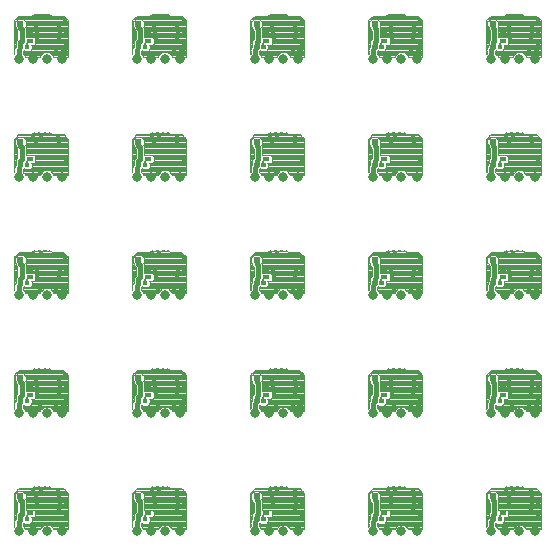
<source format=gbl>
G75*
%MOIN*%
%OFA0B0*%
%FSLAX25Y25*%
%IPPOS*%
%LPD*%
%AMOC8*
5,1,8,0,0,1.08239X$1,22.5*
%
%ADD10R,0.01181X0.01575*%
%ADD11C,0.03169*%
%ADD12R,0.02362X0.01378*%
%ADD13C,0.02375*%
%ADD14C,0.01575*%
%ADD15C,0.01587*%
%ADD16C,0.00500*%
%ADD17C,0.00787*%
%ADD18C,0.00400*%
D10*
X0043047Y0044268D03*
X0045409Y0044268D03*
X0082417Y0044268D03*
X0084780Y0044268D03*
X0121787Y0044268D03*
X0124150Y0044268D03*
X0161157Y0044268D03*
X0163520Y0044268D03*
X0200528Y0044268D03*
X0202890Y0044268D03*
X0202890Y0083638D03*
X0200528Y0083638D03*
X0163520Y0083638D03*
X0161157Y0083638D03*
X0124150Y0083638D03*
X0121787Y0083638D03*
X0084780Y0083638D03*
X0082417Y0083638D03*
X0045409Y0083638D03*
X0043047Y0083638D03*
X0043047Y0123008D03*
X0045409Y0123008D03*
X0082417Y0123008D03*
X0084780Y0123008D03*
X0121787Y0123008D03*
X0124150Y0123008D03*
X0161157Y0123008D03*
X0163520Y0123008D03*
X0200528Y0123008D03*
X0202890Y0123008D03*
X0202890Y0162378D03*
X0200528Y0162378D03*
X0163520Y0162378D03*
X0161157Y0162378D03*
X0124150Y0162378D03*
X0121787Y0162378D03*
X0084780Y0162378D03*
X0082417Y0162378D03*
X0045409Y0162378D03*
X0043047Y0162378D03*
X0043047Y0201748D03*
X0045409Y0201748D03*
X0082417Y0201748D03*
X0084780Y0201748D03*
X0121787Y0201748D03*
X0124150Y0201748D03*
X0161157Y0201748D03*
X0163520Y0201748D03*
X0200528Y0201748D03*
X0202890Y0201748D03*
D11*
X0204740Y0197850D03*
X0200016Y0197850D03*
X0209465Y0197850D03*
X0214583Y0197850D03*
X0214583Y0158480D03*
X0209465Y0158480D03*
X0204740Y0158480D03*
X0200016Y0158480D03*
X0175213Y0158480D03*
X0170094Y0158480D03*
X0165370Y0158480D03*
X0160646Y0158480D03*
X0135843Y0158480D03*
X0130724Y0158480D03*
X0126000Y0158480D03*
X0121276Y0158480D03*
X0096472Y0158480D03*
X0091354Y0158480D03*
X0086630Y0158480D03*
X0081906Y0158480D03*
X0057102Y0158480D03*
X0051984Y0158480D03*
X0047260Y0158480D03*
X0042535Y0158480D03*
X0042535Y0197850D03*
X0047260Y0197850D03*
X0051984Y0197850D03*
X0057102Y0197850D03*
X0081906Y0197850D03*
X0086630Y0197850D03*
X0091354Y0197850D03*
X0096472Y0197850D03*
X0121276Y0197850D03*
X0126000Y0197850D03*
X0130724Y0197850D03*
X0135843Y0197850D03*
X0160646Y0197850D03*
X0165370Y0197850D03*
X0170094Y0197850D03*
X0175213Y0197850D03*
X0175213Y0119110D03*
X0170094Y0119110D03*
X0165370Y0119110D03*
X0160646Y0119110D03*
X0135843Y0119110D03*
X0130724Y0119110D03*
X0126000Y0119110D03*
X0121276Y0119110D03*
X0096472Y0119110D03*
X0091354Y0119110D03*
X0086630Y0119110D03*
X0081906Y0119110D03*
X0057102Y0119110D03*
X0051984Y0119110D03*
X0047260Y0119110D03*
X0042535Y0119110D03*
X0042535Y0079740D03*
X0047260Y0079740D03*
X0051984Y0079740D03*
X0057102Y0079740D03*
X0081906Y0079740D03*
X0086630Y0079740D03*
X0091354Y0079740D03*
X0096472Y0079740D03*
X0121276Y0079740D03*
X0126000Y0079740D03*
X0130724Y0079740D03*
X0135843Y0079740D03*
X0160646Y0079740D03*
X0165370Y0079740D03*
X0170094Y0079740D03*
X0175213Y0079740D03*
X0200016Y0079740D03*
X0204740Y0079740D03*
X0209465Y0079740D03*
X0214583Y0079740D03*
X0214583Y0119110D03*
X0209465Y0119110D03*
X0204740Y0119110D03*
X0200016Y0119110D03*
X0200016Y0040370D03*
X0204740Y0040370D03*
X0209465Y0040370D03*
X0214583Y0040370D03*
X0175213Y0040370D03*
X0170094Y0040370D03*
X0165370Y0040370D03*
X0160646Y0040370D03*
X0135843Y0040370D03*
X0130724Y0040370D03*
X0126000Y0040370D03*
X0121276Y0040370D03*
X0096472Y0040370D03*
X0091354Y0040370D03*
X0086630Y0040370D03*
X0081906Y0040370D03*
X0057102Y0040370D03*
X0051984Y0040370D03*
X0047260Y0040370D03*
X0042535Y0040370D03*
D12*
X0046394Y0046295D03*
X0046394Y0048854D03*
X0046394Y0085665D03*
X0046394Y0088224D03*
X0046394Y0125035D03*
X0046394Y0127594D03*
X0046394Y0164406D03*
X0046394Y0166965D03*
X0046394Y0203776D03*
X0046394Y0206335D03*
X0085764Y0206335D03*
X0085764Y0203776D03*
X0085764Y0166965D03*
X0085764Y0164406D03*
X0085764Y0127594D03*
X0085764Y0125035D03*
X0085764Y0088224D03*
X0085764Y0085665D03*
X0085764Y0048854D03*
X0085764Y0046295D03*
X0125134Y0046295D03*
X0125134Y0048854D03*
X0125134Y0085665D03*
X0125134Y0088224D03*
X0125134Y0125035D03*
X0125134Y0127594D03*
X0125134Y0164406D03*
X0125134Y0166965D03*
X0125134Y0203776D03*
X0125134Y0206335D03*
X0164504Y0206335D03*
X0164504Y0203776D03*
X0164504Y0166965D03*
X0164504Y0164406D03*
X0164504Y0127594D03*
X0164504Y0125035D03*
X0164504Y0088224D03*
X0164504Y0085665D03*
X0164504Y0048854D03*
X0164504Y0046295D03*
X0203874Y0046295D03*
X0203874Y0048854D03*
X0203874Y0085665D03*
X0203874Y0088224D03*
X0203874Y0125035D03*
X0203874Y0127594D03*
X0203874Y0164406D03*
X0203874Y0166965D03*
X0203874Y0203776D03*
X0203874Y0206335D03*
D13*
X0200606Y0209465D03*
X0161236Y0209465D03*
X0121866Y0209465D03*
X0082496Y0209465D03*
X0043126Y0209465D03*
X0043126Y0170094D03*
X0043126Y0130724D03*
X0082496Y0130724D03*
X0082496Y0170094D03*
X0121866Y0170094D03*
X0121866Y0130724D03*
X0161236Y0130724D03*
X0200606Y0130724D03*
X0200606Y0170094D03*
X0161236Y0170094D03*
X0161236Y0091354D03*
X0161236Y0051984D03*
X0121866Y0051984D03*
X0121866Y0091354D03*
X0082496Y0091354D03*
X0082496Y0051984D03*
X0043126Y0051984D03*
X0043126Y0091354D03*
X0200606Y0091354D03*
X0200606Y0051984D03*
D14*
X0200606Y0050770D01*
X0201052Y0050325D01*
X0201052Y0046242D01*
X0200606Y0045797D01*
X0200606Y0044346D01*
X0200607Y0044346D02*
X0200605Y0044331D01*
X0200601Y0044316D01*
X0200594Y0044302D01*
X0200584Y0044290D01*
X0200572Y0044280D01*
X0200558Y0044273D01*
X0200543Y0044269D01*
X0200528Y0044267D01*
X0200528Y0044268D02*
X0200016Y0043165D01*
X0200016Y0040370D01*
X0161682Y0046242D02*
X0161682Y0050325D01*
X0161236Y0050770D01*
X0161236Y0051984D01*
X0161682Y0046242D02*
X0161236Y0045797D01*
X0161236Y0044346D01*
X0161234Y0044331D01*
X0161230Y0044316D01*
X0161223Y0044302D01*
X0161213Y0044290D01*
X0161201Y0044280D01*
X0161187Y0044273D01*
X0161172Y0044269D01*
X0161157Y0044267D01*
X0161157Y0044268D02*
X0160646Y0043165D01*
X0160646Y0040370D01*
X0122312Y0046242D02*
X0122312Y0050325D01*
X0121866Y0050770D01*
X0121866Y0051984D01*
X0122312Y0046242D02*
X0121866Y0045797D01*
X0121866Y0044346D01*
X0121864Y0044331D01*
X0121860Y0044316D01*
X0121853Y0044302D01*
X0121843Y0044290D01*
X0121831Y0044280D01*
X0121817Y0044273D01*
X0121802Y0044269D01*
X0121787Y0044267D01*
X0121787Y0044268D02*
X0121276Y0043165D01*
X0121276Y0040370D01*
X0082942Y0046242D02*
X0082942Y0050325D01*
X0082496Y0050770D01*
X0082496Y0051984D01*
X0082942Y0046242D02*
X0082496Y0045797D01*
X0082496Y0044346D01*
X0082494Y0044331D01*
X0082490Y0044316D01*
X0082483Y0044302D01*
X0082473Y0044290D01*
X0082461Y0044280D01*
X0082447Y0044273D01*
X0082432Y0044269D01*
X0082417Y0044267D01*
X0082417Y0044268D02*
X0081906Y0043165D01*
X0081906Y0040370D01*
X0043572Y0046242D02*
X0043572Y0050325D01*
X0043126Y0050770D01*
X0043126Y0051984D01*
X0043572Y0046242D02*
X0043126Y0045797D01*
X0043126Y0044346D01*
X0043124Y0044331D01*
X0043120Y0044316D01*
X0043113Y0044302D01*
X0043103Y0044290D01*
X0043091Y0044280D01*
X0043077Y0044273D01*
X0043062Y0044269D01*
X0043047Y0044267D01*
X0043047Y0044268D02*
X0042535Y0043165D01*
X0042535Y0040370D01*
X0042535Y0079740D02*
X0042535Y0082535D01*
X0043047Y0083638D01*
X0043062Y0083640D01*
X0043077Y0083644D01*
X0043091Y0083651D01*
X0043103Y0083661D01*
X0043113Y0083673D01*
X0043120Y0083687D01*
X0043124Y0083702D01*
X0043126Y0083717D01*
X0043126Y0085167D01*
X0043572Y0085612D01*
X0043572Y0089695D01*
X0043126Y0090140D01*
X0043126Y0091354D01*
X0042535Y0119110D02*
X0042535Y0121906D01*
X0043047Y0123008D01*
X0043062Y0123010D01*
X0043077Y0123014D01*
X0043091Y0123021D01*
X0043103Y0123031D01*
X0043113Y0123043D01*
X0043120Y0123057D01*
X0043124Y0123072D01*
X0043126Y0123087D01*
X0043126Y0124537D01*
X0043572Y0124983D01*
X0043572Y0129065D01*
X0043126Y0129510D01*
X0043126Y0130724D01*
X0042535Y0158480D02*
X0042535Y0161276D01*
X0043047Y0162378D01*
X0043062Y0162380D01*
X0043077Y0162384D01*
X0043091Y0162391D01*
X0043103Y0162401D01*
X0043113Y0162413D01*
X0043120Y0162427D01*
X0043124Y0162442D01*
X0043126Y0162457D01*
X0043126Y0163907D01*
X0043572Y0164353D01*
X0043572Y0168435D01*
X0043126Y0168880D01*
X0043126Y0170094D01*
X0042535Y0197850D02*
X0042535Y0200646D01*
X0043047Y0201748D01*
X0043062Y0201750D01*
X0043077Y0201754D01*
X0043091Y0201761D01*
X0043103Y0201771D01*
X0043113Y0201783D01*
X0043120Y0201797D01*
X0043124Y0201812D01*
X0043126Y0201827D01*
X0043126Y0203277D01*
X0043572Y0203723D01*
X0043572Y0207805D01*
X0043126Y0208251D01*
X0043126Y0209465D01*
X0082496Y0209465D02*
X0082496Y0208251D01*
X0082942Y0207805D01*
X0082942Y0203723D01*
X0082496Y0203277D01*
X0082496Y0201827D01*
X0082494Y0201812D01*
X0082490Y0201797D01*
X0082483Y0201783D01*
X0082473Y0201771D01*
X0082461Y0201761D01*
X0082447Y0201754D01*
X0082432Y0201750D01*
X0082417Y0201748D01*
X0081906Y0200646D01*
X0081906Y0197850D01*
X0082496Y0170094D02*
X0082496Y0168880D01*
X0082942Y0168435D01*
X0082942Y0164353D01*
X0082496Y0163907D01*
X0082496Y0162457D01*
X0082494Y0162442D01*
X0082490Y0162427D01*
X0082483Y0162413D01*
X0082473Y0162401D01*
X0082461Y0162391D01*
X0082447Y0162384D01*
X0082432Y0162380D01*
X0082417Y0162378D01*
X0081906Y0161276D01*
X0081906Y0158480D01*
X0082496Y0130724D02*
X0082496Y0129510D01*
X0082942Y0129065D01*
X0082942Y0124983D01*
X0082496Y0124537D01*
X0082496Y0123087D01*
X0082494Y0123072D01*
X0082490Y0123057D01*
X0082483Y0123043D01*
X0082473Y0123031D01*
X0082461Y0123021D01*
X0082447Y0123014D01*
X0082432Y0123010D01*
X0082417Y0123008D01*
X0081906Y0121906D01*
X0081906Y0119110D01*
X0082496Y0091354D02*
X0082496Y0090140D01*
X0082942Y0089695D01*
X0082942Y0085612D01*
X0082496Y0085167D01*
X0082496Y0083717D01*
X0082494Y0083702D01*
X0082490Y0083687D01*
X0082483Y0083673D01*
X0082473Y0083661D01*
X0082461Y0083651D01*
X0082447Y0083644D01*
X0082432Y0083640D01*
X0082417Y0083638D01*
X0081906Y0082535D01*
X0081906Y0079740D01*
X0121276Y0079740D02*
X0121276Y0082535D01*
X0121787Y0083638D01*
X0121802Y0083640D01*
X0121817Y0083644D01*
X0121831Y0083651D01*
X0121843Y0083661D01*
X0121853Y0083673D01*
X0121860Y0083687D01*
X0121864Y0083702D01*
X0121866Y0083717D01*
X0121866Y0085167D01*
X0122312Y0085612D01*
X0122312Y0089695D01*
X0121866Y0090140D01*
X0121866Y0091354D01*
X0121276Y0119110D02*
X0121276Y0121906D01*
X0121787Y0123008D01*
X0121802Y0123010D01*
X0121817Y0123014D01*
X0121831Y0123021D01*
X0121843Y0123031D01*
X0121853Y0123043D01*
X0121860Y0123057D01*
X0121864Y0123072D01*
X0121866Y0123087D01*
X0121866Y0124537D01*
X0122312Y0124983D01*
X0122312Y0129065D01*
X0121866Y0129510D01*
X0121866Y0130724D01*
X0121276Y0158480D02*
X0121276Y0161276D01*
X0121787Y0162378D01*
X0121802Y0162380D01*
X0121817Y0162384D01*
X0121831Y0162391D01*
X0121843Y0162401D01*
X0121853Y0162413D01*
X0121860Y0162427D01*
X0121864Y0162442D01*
X0121866Y0162457D01*
X0121866Y0163907D01*
X0122312Y0164353D01*
X0122312Y0168435D01*
X0121866Y0168880D01*
X0121866Y0170094D01*
X0121276Y0197850D02*
X0121276Y0200646D01*
X0121787Y0201748D01*
X0121802Y0201750D01*
X0121817Y0201754D01*
X0121831Y0201761D01*
X0121843Y0201771D01*
X0121853Y0201783D01*
X0121860Y0201797D01*
X0121864Y0201812D01*
X0121866Y0201827D01*
X0121866Y0203277D01*
X0122312Y0203723D01*
X0122312Y0207805D01*
X0121866Y0208251D01*
X0121866Y0209465D01*
X0161236Y0209465D02*
X0161236Y0208251D01*
X0161682Y0207805D01*
X0161682Y0203723D01*
X0161236Y0203277D01*
X0161236Y0201827D01*
X0161234Y0201812D01*
X0161230Y0201797D01*
X0161223Y0201783D01*
X0161213Y0201771D01*
X0161201Y0201761D01*
X0161187Y0201754D01*
X0161172Y0201750D01*
X0161157Y0201748D01*
X0160646Y0200646D01*
X0160646Y0197850D01*
X0161236Y0170094D02*
X0161236Y0168880D01*
X0161682Y0168435D01*
X0161682Y0164353D01*
X0161236Y0163907D01*
X0161236Y0162457D01*
X0161234Y0162442D01*
X0161230Y0162427D01*
X0161223Y0162413D01*
X0161213Y0162401D01*
X0161201Y0162391D01*
X0161187Y0162384D01*
X0161172Y0162380D01*
X0161157Y0162378D01*
X0160646Y0161276D01*
X0160646Y0158480D01*
X0161236Y0130724D02*
X0161236Y0129510D01*
X0161682Y0129065D01*
X0161682Y0124983D01*
X0161236Y0124537D01*
X0161236Y0123087D01*
X0161234Y0123072D01*
X0161230Y0123057D01*
X0161223Y0123043D01*
X0161213Y0123031D01*
X0161201Y0123021D01*
X0161187Y0123014D01*
X0161172Y0123010D01*
X0161157Y0123008D01*
X0160646Y0121906D01*
X0160646Y0119110D01*
X0161236Y0091354D02*
X0161236Y0090140D01*
X0161682Y0089695D01*
X0161682Y0085612D01*
X0161236Y0085167D01*
X0161236Y0083717D01*
X0161234Y0083702D01*
X0161230Y0083687D01*
X0161223Y0083673D01*
X0161213Y0083661D01*
X0161201Y0083651D01*
X0161187Y0083644D01*
X0161172Y0083640D01*
X0161157Y0083638D01*
X0160646Y0082535D01*
X0160646Y0079740D01*
X0200016Y0079740D02*
X0200016Y0082535D01*
X0200528Y0083638D01*
X0200543Y0083640D01*
X0200558Y0083644D01*
X0200572Y0083651D01*
X0200584Y0083661D01*
X0200594Y0083673D01*
X0200601Y0083687D01*
X0200605Y0083702D01*
X0200607Y0083717D01*
X0200606Y0083717D02*
X0200606Y0085167D01*
X0201052Y0085612D01*
X0201052Y0089695D01*
X0200606Y0090140D01*
X0200606Y0091354D01*
X0200016Y0119110D02*
X0200016Y0121906D01*
X0200528Y0123008D01*
X0200543Y0123010D01*
X0200558Y0123014D01*
X0200572Y0123021D01*
X0200584Y0123031D01*
X0200594Y0123043D01*
X0200601Y0123057D01*
X0200605Y0123072D01*
X0200607Y0123087D01*
X0200606Y0123087D02*
X0200606Y0124537D01*
X0201052Y0124983D01*
X0201052Y0129065D01*
X0200606Y0129510D01*
X0200606Y0130724D01*
X0200016Y0158480D02*
X0200016Y0161276D01*
X0200528Y0162378D01*
X0200543Y0162380D01*
X0200558Y0162384D01*
X0200572Y0162391D01*
X0200584Y0162401D01*
X0200594Y0162413D01*
X0200601Y0162427D01*
X0200605Y0162442D01*
X0200607Y0162457D01*
X0200606Y0162457D02*
X0200606Y0163907D01*
X0201052Y0164353D01*
X0201052Y0168435D01*
X0200606Y0168880D01*
X0200606Y0170094D01*
X0200016Y0197850D02*
X0200016Y0200646D01*
X0200528Y0201748D01*
X0200543Y0201750D01*
X0200558Y0201754D01*
X0200572Y0201761D01*
X0200584Y0201771D01*
X0200594Y0201783D01*
X0200601Y0201797D01*
X0200605Y0201812D01*
X0200607Y0201827D01*
X0200606Y0201827D02*
X0200606Y0203277D01*
X0201052Y0203723D01*
X0201052Y0207805D01*
X0200606Y0208251D01*
X0200606Y0209465D01*
D15*
X0199071Y0206984D03*
X0199071Y0204543D03*
X0202969Y0201787D03*
X0206315Y0204386D03*
X0206079Y0206630D03*
X0205921Y0208874D03*
X0204976Y0211551D03*
X0207496Y0211551D03*
X0213323Y0211591D03*
X0213598Y0209071D03*
X0215646Y0210449D03*
X0215764Y0206512D03*
X0213717Y0206591D03*
X0213520Y0204465D03*
X0215764Y0202772D03*
X0215370Y0200213D03*
X0212614Y0200213D03*
X0207102Y0199819D03*
X0207496Y0172181D03*
X0204976Y0172181D03*
X0205921Y0169504D03*
X0206079Y0167260D03*
X0206315Y0165016D03*
X0202969Y0162417D03*
X0207102Y0160449D03*
X0212614Y0160843D03*
X0215370Y0160843D03*
X0215764Y0163402D03*
X0213520Y0165094D03*
X0213717Y0167220D03*
X0215764Y0167142D03*
X0213598Y0169701D03*
X0215646Y0171079D03*
X0213323Y0172220D03*
X0199071Y0167614D03*
X0199071Y0165173D03*
X0176394Y0163402D03*
X0176000Y0160843D03*
X0173244Y0160843D03*
X0174150Y0165094D03*
X0174346Y0167220D03*
X0176394Y0167142D03*
X0174228Y0169701D03*
X0176276Y0171079D03*
X0173953Y0172220D03*
X0168126Y0172181D03*
X0165606Y0172181D03*
X0166551Y0169504D03*
X0166709Y0167260D03*
X0166945Y0165016D03*
X0163598Y0162417D03*
X0167732Y0160449D03*
X0159701Y0165173D03*
X0159701Y0167614D03*
X0137024Y0167142D03*
X0134976Y0167220D03*
X0134780Y0165094D03*
X0137024Y0163402D03*
X0136630Y0160843D03*
X0133874Y0160843D03*
X0128362Y0160449D03*
X0124228Y0162417D03*
X0127575Y0165016D03*
X0127339Y0167260D03*
X0127181Y0169504D03*
X0126236Y0172181D03*
X0128756Y0172181D03*
X0134583Y0172220D03*
X0134858Y0169701D03*
X0136906Y0171079D03*
X0120331Y0167614D03*
X0120331Y0165173D03*
X0097654Y0163402D03*
X0097260Y0160843D03*
X0094504Y0160843D03*
X0095409Y0165094D03*
X0095606Y0167220D03*
X0097654Y0167142D03*
X0095488Y0169701D03*
X0097535Y0171079D03*
X0095213Y0172220D03*
X0089386Y0172181D03*
X0086866Y0172181D03*
X0087811Y0169504D03*
X0087969Y0167260D03*
X0088205Y0165016D03*
X0088992Y0160449D03*
X0084858Y0162417D03*
X0080961Y0165173D03*
X0080961Y0167614D03*
X0058283Y0167142D03*
X0056236Y0167220D03*
X0056039Y0165094D03*
X0058283Y0163402D03*
X0057890Y0160843D03*
X0055134Y0160843D03*
X0049622Y0160449D03*
X0048835Y0165016D03*
X0048598Y0167260D03*
X0048441Y0169504D03*
X0047496Y0172181D03*
X0050016Y0172181D03*
X0055843Y0172220D03*
X0056118Y0169701D03*
X0058165Y0171079D03*
X0045488Y0162417D03*
X0041591Y0165173D03*
X0041591Y0167614D03*
X0049622Y0199819D03*
X0045488Y0201787D03*
X0048835Y0204386D03*
X0048598Y0206630D03*
X0048441Y0208874D03*
X0047496Y0211551D03*
X0050016Y0211551D03*
X0055843Y0211591D03*
X0056118Y0209071D03*
X0058165Y0210449D03*
X0058283Y0206512D03*
X0056236Y0206591D03*
X0056039Y0204465D03*
X0058283Y0202772D03*
X0057890Y0200213D03*
X0055134Y0200213D03*
X0041591Y0204543D03*
X0041591Y0206984D03*
X0080961Y0206984D03*
X0080961Y0204543D03*
X0084858Y0201787D03*
X0088205Y0204386D03*
X0087969Y0206630D03*
X0087811Y0208874D03*
X0086866Y0211551D03*
X0089386Y0211551D03*
X0095213Y0211591D03*
X0095488Y0209071D03*
X0097535Y0210449D03*
X0097654Y0206512D03*
X0095606Y0206591D03*
X0095409Y0204465D03*
X0097654Y0202772D03*
X0097260Y0200213D03*
X0094504Y0200213D03*
X0088992Y0199819D03*
X0120331Y0204543D03*
X0120331Y0206984D03*
X0124228Y0201787D03*
X0127575Y0204386D03*
X0127339Y0206630D03*
X0127181Y0208874D03*
X0126236Y0211551D03*
X0128756Y0211551D03*
X0134583Y0211591D03*
X0134858Y0209071D03*
X0136906Y0210449D03*
X0137024Y0206512D03*
X0134976Y0206591D03*
X0134780Y0204465D03*
X0137024Y0202772D03*
X0136630Y0200213D03*
X0133874Y0200213D03*
X0128362Y0199819D03*
X0159701Y0204543D03*
X0159701Y0206984D03*
X0163598Y0201787D03*
X0166945Y0204386D03*
X0166709Y0206630D03*
X0166551Y0208874D03*
X0165606Y0211551D03*
X0168126Y0211551D03*
X0173953Y0211591D03*
X0174228Y0209071D03*
X0176276Y0210449D03*
X0176394Y0206512D03*
X0174346Y0206591D03*
X0174150Y0204465D03*
X0176394Y0202772D03*
X0176000Y0200213D03*
X0173244Y0200213D03*
X0167732Y0199819D03*
X0168126Y0132811D03*
X0165606Y0132811D03*
X0166551Y0130134D03*
X0166709Y0127890D03*
X0166945Y0125646D03*
X0163598Y0123047D03*
X0167732Y0121079D03*
X0173244Y0121472D03*
X0176000Y0121472D03*
X0176394Y0124031D03*
X0174150Y0125724D03*
X0174346Y0127850D03*
X0176394Y0127772D03*
X0174228Y0130331D03*
X0176276Y0131709D03*
X0173953Y0132850D03*
X0159701Y0128244D03*
X0159701Y0125803D03*
X0137024Y0124031D03*
X0136630Y0121472D03*
X0133874Y0121472D03*
X0134780Y0125724D03*
X0134976Y0127850D03*
X0137024Y0127772D03*
X0134858Y0130331D03*
X0136906Y0131709D03*
X0134583Y0132850D03*
X0128756Y0132811D03*
X0126236Y0132811D03*
X0127181Y0130134D03*
X0127339Y0127890D03*
X0127575Y0125646D03*
X0124228Y0123047D03*
X0128362Y0121079D03*
X0120331Y0125803D03*
X0120331Y0128244D03*
X0097654Y0127772D03*
X0095606Y0127850D03*
X0095409Y0125724D03*
X0097654Y0124031D03*
X0097260Y0121472D03*
X0094504Y0121472D03*
X0088992Y0121079D03*
X0084858Y0123047D03*
X0080961Y0125803D03*
X0080961Y0128244D03*
X0086866Y0132811D03*
X0089386Y0132811D03*
X0087811Y0130134D03*
X0087969Y0127890D03*
X0088205Y0125646D03*
X0095488Y0130331D03*
X0097535Y0131709D03*
X0095213Y0132850D03*
X0058165Y0131709D03*
X0056118Y0130331D03*
X0056236Y0127850D03*
X0058283Y0127772D03*
X0056039Y0125724D03*
X0058283Y0124031D03*
X0057890Y0121472D03*
X0055134Y0121472D03*
X0049622Y0121079D03*
X0045488Y0123047D03*
X0048835Y0125646D03*
X0048598Y0127890D03*
X0048441Y0130134D03*
X0047496Y0132811D03*
X0050016Y0132811D03*
X0055843Y0132850D03*
X0041591Y0128244D03*
X0041591Y0125803D03*
X0047496Y0093441D03*
X0050016Y0093441D03*
X0048441Y0090764D03*
X0048598Y0088520D03*
X0048835Y0086276D03*
X0045488Y0083677D03*
X0049622Y0081709D03*
X0055134Y0082102D03*
X0057890Y0082102D03*
X0058283Y0084661D03*
X0056039Y0086354D03*
X0056236Y0088480D03*
X0058283Y0088402D03*
X0056118Y0090961D03*
X0058165Y0092339D03*
X0055843Y0093480D03*
X0041591Y0088874D03*
X0041591Y0086433D03*
X0047496Y0054071D03*
X0050016Y0054071D03*
X0048441Y0051394D03*
X0048598Y0049150D03*
X0048835Y0046906D03*
X0045488Y0044307D03*
X0041591Y0047063D03*
X0041591Y0049504D03*
X0049622Y0042339D03*
X0055134Y0042732D03*
X0057890Y0042732D03*
X0058283Y0045291D03*
X0056039Y0046984D03*
X0056236Y0049110D03*
X0058283Y0049031D03*
X0056118Y0051591D03*
X0058165Y0052969D03*
X0055843Y0054110D03*
X0080961Y0049504D03*
X0080961Y0047063D03*
X0084858Y0044307D03*
X0088205Y0046906D03*
X0087969Y0049150D03*
X0087811Y0051394D03*
X0086866Y0054071D03*
X0089386Y0054071D03*
X0095213Y0054110D03*
X0095488Y0051591D03*
X0097535Y0052969D03*
X0097654Y0049031D03*
X0095606Y0049110D03*
X0095409Y0046984D03*
X0097654Y0045291D03*
X0097260Y0042732D03*
X0094504Y0042732D03*
X0088992Y0042339D03*
X0120331Y0047063D03*
X0120331Y0049504D03*
X0124228Y0044307D03*
X0127575Y0046906D03*
X0127339Y0049150D03*
X0127181Y0051394D03*
X0126236Y0054071D03*
X0128756Y0054071D03*
X0134583Y0054110D03*
X0134858Y0051591D03*
X0136906Y0052969D03*
X0137024Y0049031D03*
X0134976Y0049110D03*
X0134780Y0046984D03*
X0137024Y0045291D03*
X0136630Y0042732D03*
X0133874Y0042732D03*
X0128362Y0042339D03*
X0159701Y0047063D03*
X0159701Y0049504D03*
X0163598Y0044307D03*
X0166945Y0046906D03*
X0166709Y0049150D03*
X0166551Y0051394D03*
X0165606Y0054071D03*
X0168126Y0054071D03*
X0173953Y0054110D03*
X0174228Y0051591D03*
X0176276Y0052969D03*
X0176394Y0049031D03*
X0174346Y0049110D03*
X0174150Y0046984D03*
X0176394Y0045291D03*
X0176000Y0042732D03*
X0173244Y0042732D03*
X0167732Y0042339D03*
X0199071Y0047063D03*
X0199071Y0049504D03*
X0202969Y0044307D03*
X0206315Y0046906D03*
X0206079Y0049150D03*
X0205921Y0051394D03*
X0204976Y0054071D03*
X0207496Y0054071D03*
X0213323Y0054110D03*
X0213598Y0051591D03*
X0215646Y0052969D03*
X0215764Y0049031D03*
X0213717Y0049110D03*
X0213520Y0046984D03*
X0215764Y0045291D03*
X0215370Y0042732D03*
X0212614Y0042732D03*
X0207102Y0042339D03*
X0207102Y0081709D03*
X0206315Y0086276D03*
X0206079Y0088520D03*
X0205921Y0090764D03*
X0204976Y0093441D03*
X0207496Y0093441D03*
X0213323Y0093480D03*
X0213598Y0090961D03*
X0215646Y0092339D03*
X0215764Y0088402D03*
X0213717Y0088480D03*
X0213520Y0086354D03*
X0215764Y0084661D03*
X0215370Y0082102D03*
X0212614Y0082102D03*
X0202969Y0083677D03*
X0199071Y0086433D03*
X0199071Y0088874D03*
X0176394Y0088402D03*
X0174346Y0088480D03*
X0174150Y0086354D03*
X0176394Y0084661D03*
X0176000Y0082102D03*
X0173244Y0082102D03*
X0167732Y0081709D03*
X0166945Y0086276D03*
X0166709Y0088520D03*
X0166551Y0090764D03*
X0165606Y0093441D03*
X0168126Y0093441D03*
X0173953Y0093480D03*
X0174228Y0090961D03*
X0176276Y0092339D03*
X0163598Y0083677D03*
X0159701Y0086433D03*
X0159701Y0088874D03*
X0137024Y0088402D03*
X0134976Y0088480D03*
X0134780Y0086354D03*
X0137024Y0084661D03*
X0136630Y0082102D03*
X0133874Y0082102D03*
X0128362Y0081709D03*
X0124228Y0083677D03*
X0127575Y0086276D03*
X0127339Y0088520D03*
X0127181Y0090764D03*
X0126236Y0093441D03*
X0128756Y0093441D03*
X0134583Y0093480D03*
X0134858Y0090961D03*
X0136906Y0092339D03*
X0120331Y0088874D03*
X0120331Y0086433D03*
X0097654Y0084661D03*
X0097260Y0082102D03*
X0094504Y0082102D03*
X0095409Y0086354D03*
X0095606Y0088480D03*
X0097654Y0088402D03*
X0095488Y0090961D03*
X0097535Y0092339D03*
X0095213Y0093480D03*
X0089386Y0093441D03*
X0086866Y0093441D03*
X0087811Y0090764D03*
X0087969Y0088520D03*
X0088205Y0086276D03*
X0088992Y0081709D03*
X0084858Y0083677D03*
X0080961Y0086433D03*
X0080961Y0088874D03*
X0199071Y0125803D03*
X0199071Y0128244D03*
X0202969Y0123047D03*
X0206315Y0125646D03*
X0206079Y0127890D03*
X0205921Y0130134D03*
X0204976Y0132811D03*
X0207496Y0132811D03*
X0213323Y0132850D03*
X0213598Y0130331D03*
X0215646Y0131709D03*
X0215764Y0127772D03*
X0213717Y0127850D03*
X0213520Y0125724D03*
X0215764Y0124031D03*
X0215370Y0121472D03*
X0212614Y0121472D03*
X0207102Y0121079D03*
D16*
X0202929Y0123008D02*
X0202890Y0123008D01*
X0202929Y0123008D02*
X0202939Y0123009D01*
X0202949Y0123013D01*
X0202957Y0123019D01*
X0202963Y0123028D01*
X0202967Y0123037D01*
X0202968Y0123047D01*
X0202929Y0162378D02*
X0202890Y0162378D01*
X0202929Y0162378D02*
X0202939Y0162379D01*
X0202949Y0162383D01*
X0202957Y0162389D01*
X0202963Y0162398D01*
X0202967Y0162407D01*
X0202968Y0162417D01*
X0163598Y0162417D02*
X0163597Y0162407D01*
X0163593Y0162398D01*
X0163587Y0162389D01*
X0163579Y0162383D01*
X0163569Y0162379D01*
X0163559Y0162378D01*
X0163520Y0162378D01*
X0163598Y0123047D02*
X0163597Y0123037D01*
X0163593Y0123028D01*
X0163587Y0123019D01*
X0163579Y0123013D01*
X0163569Y0123009D01*
X0163559Y0123008D01*
X0163520Y0123008D01*
X0124189Y0123008D02*
X0124150Y0123008D01*
X0124189Y0123008D02*
X0124199Y0123009D01*
X0124209Y0123013D01*
X0124217Y0123019D01*
X0124223Y0123028D01*
X0124227Y0123037D01*
X0124228Y0123047D01*
X0124189Y0162378D02*
X0124150Y0162378D01*
X0124189Y0162378D02*
X0124199Y0162379D01*
X0124209Y0162383D01*
X0124217Y0162389D01*
X0124223Y0162398D01*
X0124227Y0162407D01*
X0124228Y0162417D01*
X0124189Y0201748D02*
X0124150Y0201748D01*
X0124189Y0201748D02*
X0124199Y0201749D01*
X0124209Y0201753D01*
X0124217Y0201759D01*
X0124223Y0201768D01*
X0124227Y0201777D01*
X0124228Y0201787D01*
X0163520Y0201748D02*
X0163559Y0201748D01*
X0163569Y0201749D01*
X0163579Y0201753D01*
X0163587Y0201759D01*
X0163593Y0201768D01*
X0163597Y0201777D01*
X0163598Y0201787D01*
X0202890Y0201748D02*
X0202929Y0201748D01*
X0202939Y0201749D01*
X0202949Y0201753D01*
X0202957Y0201759D01*
X0202963Y0201768D01*
X0202967Y0201777D01*
X0202968Y0201787D01*
X0084858Y0201787D02*
X0084857Y0201777D01*
X0084853Y0201768D01*
X0084847Y0201759D01*
X0084839Y0201753D01*
X0084829Y0201749D01*
X0084819Y0201748D01*
X0084780Y0201748D01*
X0045449Y0201748D02*
X0045409Y0201748D01*
X0045449Y0201748D02*
X0045459Y0201749D01*
X0045469Y0201753D01*
X0045477Y0201759D01*
X0045483Y0201768D01*
X0045487Y0201777D01*
X0045488Y0201787D01*
X0045488Y0162417D02*
X0045487Y0162407D01*
X0045483Y0162398D01*
X0045477Y0162389D01*
X0045469Y0162383D01*
X0045459Y0162379D01*
X0045449Y0162378D01*
X0045409Y0162378D01*
X0045488Y0123047D02*
X0045487Y0123037D01*
X0045483Y0123028D01*
X0045477Y0123019D01*
X0045469Y0123013D01*
X0045459Y0123009D01*
X0045449Y0123008D01*
X0045409Y0123008D01*
X0084780Y0123008D02*
X0084819Y0123008D01*
X0084829Y0123009D01*
X0084839Y0123013D01*
X0084847Y0123019D01*
X0084853Y0123028D01*
X0084857Y0123037D01*
X0084858Y0123047D01*
X0084819Y0162378D02*
X0084780Y0162378D01*
X0084819Y0162378D02*
X0084829Y0162379D01*
X0084839Y0162383D01*
X0084847Y0162389D01*
X0084853Y0162398D01*
X0084857Y0162407D01*
X0084858Y0162417D01*
X0084858Y0083677D02*
X0084857Y0083667D01*
X0084853Y0083658D01*
X0084847Y0083649D01*
X0084839Y0083643D01*
X0084829Y0083639D01*
X0084819Y0083638D01*
X0084780Y0083638D01*
X0084858Y0044307D02*
X0084857Y0044297D01*
X0084853Y0044288D01*
X0084847Y0044279D01*
X0084839Y0044273D01*
X0084829Y0044269D01*
X0084819Y0044268D01*
X0084780Y0044268D01*
X0045449Y0044268D02*
X0045409Y0044268D01*
X0045449Y0044268D02*
X0045459Y0044269D01*
X0045469Y0044273D01*
X0045477Y0044279D01*
X0045483Y0044288D01*
X0045487Y0044297D01*
X0045488Y0044307D01*
X0045449Y0083638D02*
X0045409Y0083638D01*
X0045449Y0083638D02*
X0045459Y0083639D01*
X0045469Y0083643D01*
X0045477Y0083649D01*
X0045483Y0083658D01*
X0045487Y0083667D01*
X0045488Y0083677D01*
X0124150Y0083638D02*
X0124189Y0083638D01*
X0124199Y0083639D01*
X0124209Y0083643D01*
X0124217Y0083649D01*
X0124223Y0083658D01*
X0124227Y0083667D01*
X0124228Y0083677D01*
X0163520Y0083638D02*
X0163559Y0083638D01*
X0163569Y0083639D01*
X0163579Y0083643D01*
X0163587Y0083649D01*
X0163593Y0083658D01*
X0163597Y0083667D01*
X0163598Y0083677D01*
X0202890Y0083638D02*
X0202929Y0083638D01*
X0202939Y0083639D01*
X0202949Y0083643D01*
X0202957Y0083649D01*
X0202963Y0083658D01*
X0202967Y0083667D01*
X0202968Y0083677D01*
X0202968Y0044307D02*
X0202967Y0044297D01*
X0202963Y0044288D01*
X0202957Y0044279D01*
X0202949Y0044273D01*
X0202939Y0044269D01*
X0202929Y0044268D01*
X0202890Y0044268D01*
X0163559Y0044268D02*
X0163520Y0044268D01*
X0163559Y0044268D02*
X0163569Y0044269D01*
X0163579Y0044273D01*
X0163587Y0044279D01*
X0163593Y0044288D01*
X0163597Y0044297D01*
X0163598Y0044307D01*
X0124228Y0044307D02*
X0124227Y0044297D01*
X0124223Y0044288D01*
X0124217Y0044279D01*
X0124209Y0044273D01*
X0124199Y0044269D01*
X0124189Y0044268D01*
X0124150Y0044268D01*
D17*
X0124150Y0045626D01*
X0125134Y0046295D01*
X0135843Y0043126D02*
X0135843Y0040370D01*
X0163520Y0044268D02*
X0163520Y0045626D01*
X0164504Y0046295D01*
X0175213Y0043126D02*
X0175213Y0040370D01*
X0202890Y0044268D02*
X0202890Y0045626D01*
X0203874Y0046295D01*
X0214583Y0043126D02*
X0214583Y0040370D01*
X0214583Y0079740D02*
X0214583Y0082496D01*
X0203874Y0085665D02*
X0202890Y0084996D01*
X0202890Y0083638D01*
X0175213Y0082496D02*
X0175213Y0079740D01*
X0164504Y0085665D02*
X0163520Y0084996D01*
X0163520Y0083638D01*
X0135843Y0082496D02*
X0135843Y0079740D01*
X0125134Y0085665D02*
X0124150Y0084996D01*
X0124150Y0083638D01*
X0096472Y0082496D02*
X0096472Y0079740D01*
X0085764Y0085665D02*
X0084780Y0084996D01*
X0084780Y0083638D01*
X0057102Y0082496D02*
X0057102Y0079740D01*
X0046394Y0085665D02*
X0045409Y0084996D01*
X0045409Y0083638D01*
X0057102Y0119110D02*
X0057102Y0121866D01*
X0046394Y0125035D02*
X0045409Y0124366D01*
X0045409Y0123008D01*
X0057102Y0158480D02*
X0057102Y0161236D01*
X0046394Y0164406D02*
X0045409Y0163736D01*
X0045409Y0162378D01*
X0057102Y0197850D02*
X0057102Y0200606D01*
X0046394Y0203776D02*
X0045409Y0203106D01*
X0045409Y0201748D01*
X0084780Y0201748D02*
X0084780Y0203106D01*
X0085764Y0203776D01*
X0096472Y0200606D02*
X0096472Y0197850D01*
X0124150Y0201748D02*
X0124150Y0203106D01*
X0125134Y0203776D01*
X0135843Y0200606D02*
X0135843Y0197850D01*
X0163520Y0201748D02*
X0163520Y0203106D01*
X0164504Y0203776D01*
X0175213Y0200606D02*
X0175213Y0197850D01*
X0202890Y0201748D02*
X0202890Y0203106D01*
X0203874Y0203776D01*
X0214583Y0200606D02*
X0214583Y0197850D01*
X0203874Y0164406D02*
X0202890Y0163736D01*
X0202890Y0162378D01*
X0214583Y0161236D02*
X0214583Y0158480D01*
X0203874Y0125035D02*
X0202890Y0124366D01*
X0202890Y0123008D01*
X0214583Y0121866D02*
X0214583Y0119110D01*
X0175213Y0119110D02*
X0175213Y0121866D01*
X0164504Y0125035D02*
X0163520Y0124366D01*
X0163520Y0123008D01*
X0135843Y0121866D02*
X0135843Y0119110D01*
X0125134Y0125035D02*
X0124150Y0124366D01*
X0124150Y0123008D01*
X0096472Y0121866D02*
X0096472Y0119110D01*
X0085764Y0125035D02*
X0084780Y0124366D01*
X0084780Y0123008D01*
X0096472Y0158480D02*
X0096472Y0161236D01*
X0085764Y0164406D02*
X0084780Y0163736D01*
X0084780Y0162378D01*
X0124150Y0162378D02*
X0124150Y0163736D01*
X0125134Y0164406D01*
X0135843Y0161236D02*
X0135843Y0158480D01*
X0163520Y0162378D02*
X0163520Y0163736D01*
X0164504Y0164406D01*
X0175213Y0161236D02*
X0175213Y0158480D01*
X0085764Y0046295D02*
X0084780Y0045626D01*
X0084780Y0044268D01*
X0096472Y0043126D02*
X0096472Y0040370D01*
X0057102Y0040370D02*
X0057102Y0043126D01*
X0046394Y0046295D02*
X0045409Y0045626D01*
X0045409Y0044268D01*
D18*
X0040964Y0041887D02*
X0040964Y0053116D01*
X0042584Y0054737D01*
X0046751Y0054737D01*
X0047575Y0055213D01*
X0047610Y0055274D01*
X0047754Y0055131D01*
X0048735Y0055131D01*
X0048935Y0055331D01*
X0049522Y0055331D01*
X0049722Y0055131D01*
X0050703Y0055131D01*
X0050903Y0055331D01*
X0051491Y0055331D01*
X0051691Y0055131D01*
X0052672Y0055131D01*
X0052815Y0055274D01*
X0052850Y0055213D01*
X0052850Y0055213D01*
X0053674Y0054737D01*
X0057447Y0054737D01*
X0059068Y0053116D01*
X0059068Y0040964D01*
X0054168Y0040964D01*
X0054168Y0041275D01*
X0052889Y0042554D01*
X0051080Y0042554D01*
X0049800Y0041275D01*
X0049800Y0040964D01*
X0044720Y0040964D01*
X0044720Y0041275D01*
X0043923Y0042072D01*
X0043923Y0042859D01*
X0043973Y0042967D01*
X0044228Y0043222D01*
X0044570Y0042880D01*
X0046249Y0042880D01*
X0046600Y0043232D01*
X0046600Y0043448D01*
X0046882Y0043730D01*
X0046882Y0044884D01*
X0046760Y0045006D01*
X0047823Y0045006D01*
X0048175Y0045358D01*
X0048175Y0047233D01*
X0047823Y0047584D01*
X0044964Y0047584D01*
X0044959Y0047579D01*
X0044959Y0050899D01*
X0044764Y0051094D01*
X0044913Y0051244D01*
X0044913Y0052725D01*
X0043866Y0053772D01*
X0042386Y0053772D01*
X0041339Y0052725D01*
X0041339Y0051244D01*
X0041739Y0050844D01*
X0041739Y0050196D01*
X0042184Y0049750D01*
X0042184Y0046817D01*
X0041739Y0046371D01*
X0041739Y0044921D01*
X0041660Y0044842D01*
X0041660Y0044574D01*
X0041381Y0043973D01*
X0041148Y0043740D01*
X0041148Y0043472D01*
X0041035Y0043228D01*
X0041148Y0042920D01*
X0041148Y0042072D01*
X0040964Y0041887D01*
X0040964Y0041964D02*
X0041041Y0041964D01*
X0040964Y0042363D02*
X0041148Y0042363D01*
X0041148Y0042761D02*
X0040964Y0042761D01*
X0040964Y0043160D02*
X0041060Y0043160D01*
X0041148Y0043558D02*
X0040964Y0043558D01*
X0040964Y0043957D02*
X0041365Y0043957D01*
X0041558Y0044355D02*
X0040964Y0044355D01*
X0040964Y0044754D02*
X0041660Y0044754D01*
X0041739Y0045152D02*
X0040964Y0045152D01*
X0040964Y0045551D02*
X0041739Y0045551D01*
X0041739Y0045949D02*
X0040964Y0045949D01*
X0040964Y0046348D02*
X0041739Y0046348D01*
X0042113Y0046746D02*
X0040964Y0046746D01*
X0040964Y0047145D02*
X0042184Y0047145D01*
X0042184Y0047543D02*
X0040964Y0047543D01*
X0040964Y0047942D02*
X0042184Y0047942D01*
X0042184Y0048340D02*
X0040964Y0048340D01*
X0040964Y0048739D02*
X0042184Y0048739D01*
X0042184Y0049137D02*
X0040964Y0049137D01*
X0040964Y0049536D02*
X0042184Y0049536D01*
X0042000Y0049934D02*
X0040964Y0049934D01*
X0040964Y0050333D02*
X0041739Y0050333D01*
X0041739Y0050731D02*
X0040964Y0050731D01*
X0040964Y0051130D02*
X0041453Y0051130D01*
X0041339Y0051528D02*
X0040964Y0051528D01*
X0040964Y0051927D02*
X0041339Y0051927D01*
X0041339Y0052325D02*
X0040964Y0052325D01*
X0040964Y0052724D02*
X0041339Y0052724D01*
X0040970Y0053122D02*
X0041736Y0053122D01*
X0041368Y0053521D02*
X0042135Y0053521D01*
X0041767Y0053919D02*
X0058265Y0053919D01*
X0058663Y0053521D02*
X0044117Y0053521D01*
X0044516Y0053122D02*
X0059062Y0053122D01*
X0059068Y0052724D02*
X0044913Y0052724D01*
X0044913Y0052325D02*
X0059068Y0052325D01*
X0059068Y0051927D02*
X0044913Y0051927D01*
X0044913Y0051528D02*
X0059068Y0051528D01*
X0059068Y0051130D02*
X0044799Y0051130D01*
X0044959Y0050731D02*
X0059068Y0050731D01*
X0059068Y0050333D02*
X0044959Y0050333D01*
X0044959Y0049934D02*
X0059068Y0049934D01*
X0059068Y0049536D02*
X0044959Y0049536D01*
X0044959Y0049137D02*
X0059068Y0049137D01*
X0059068Y0048739D02*
X0044959Y0048739D01*
X0044959Y0048340D02*
X0059068Y0048340D01*
X0059068Y0047942D02*
X0044959Y0047942D01*
X0047864Y0047543D02*
X0059068Y0047543D01*
X0059068Y0047145D02*
X0048175Y0047145D01*
X0048175Y0046746D02*
X0059068Y0046746D01*
X0059068Y0046348D02*
X0048175Y0046348D01*
X0048175Y0045949D02*
X0059068Y0045949D01*
X0059068Y0045551D02*
X0048175Y0045551D01*
X0047969Y0045152D02*
X0059068Y0045152D01*
X0059068Y0044754D02*
X0046882Y0044754D01*
X0046882Y0044355D02*
X0059068Y0044355D01*
X0059068Y0043957D02*
X0046882Y0043957D01*
X0046710Y0043558D02*
X0059068Y0043558D01*
X0059068Y0043160D02*
X0046528Y0043160D01*
X0044291Y0043160D02*
X0044166Y0043160D01*
X0043923Y0042761D02*
X0059068Y0042761D01*
X0059068Y0042363D02*
X0053081Y0042363D01*
X0053479Y0041964D02*
X0059068Y0041964D01*
X0059068Y0041566D02*
X0053878Y0041566D01*
X0054168Y0041167D02*
X0059068Y0041167D01*
X0050888Y0042363D02*
X0043923Y0042363D01*
X0044030Y0041964D02*
X0050489Y0041964D01*
X0050091Y0041566D02*
X0044429Y0041566D01*
X0044720Y0041167D02*
X0049800Y0041167D01*
X0047406Y0055115D02*
X0053019Y0055115D01*
X0052850Y0055213D02*
X0052850Y0055213D01*
X0057468Y0054716D02*
X0042564Y0054716D01*
X0042165Y0054318D02*
X0057866Y0054318D01*
X0047575Y0055213D02*
X0047575Y0055213D01*
X0047575Y0055213D01*
X0049800Y0080334D02*
X0044720Y0080334D01*
X0044720Y0080645D01*
X0043923Y0081442D01*
X0043923Y0082229D01*
X0043973Y0082337D01*
X0044228Y0082592D01*
X0044570Y0082250D01*
X0046249Y0082250D01*
X0046600Y0082602D01*
X0046600Y0082818D01*
X0046882Y0083100D01*
X0046882Y0084254D01*
X0046760Y0084376D01*
X0047823Y0084376D01*
X0048175Y0084728D01*
X0048175Y0086603D01*
X0047823Y0086954D01*
X0044964Y0086954D01*
X0044959Y0086949D01*
X0044959Y0090269D01*
X0044764Y0090464D01*
X0044913Y0090614D01*
X0044913Y0092095D01*
X0043866Y0093142D01*
X0042386Y0093142D01*
X0041339Y0092095D01*
X0041339Y0090614D01*
X0041739Y0090214D01*
X0041739Y0089566D01*
X0042184Y0089120D01*
X0042184Y0086187D01*
X0041739Y0085741D01*
X0041739Y0084291D01*
X0041660Y0084212D01*
X0041660Y0083944D01*
X0041381Y0083343D01*
X0041148Y0083110D01*
X0041148Y0082842D01*
X0041035Y0082598D01*
X0041148Y0082290D01*
X0041148Y0081442D01*
X0040964Y0081257D01*
X0040964Y0092486D01*
X0042584Y0094107D01*
X0046751Y0094107D01*
X0047575Y0094583D01*
X0047610Y0094644D01*
X0047754Y0094501D01*
X0048735Y0094501D01*
X0048935Y0094701D01*
X0049522Y0094701D01*
X0049722Y0094501D01*
X0050703Y0094501D01*
X0050903Y0094701D01*
X0051491Y0094701D01*
X0051691Y0094501D01*
X0052672Y0094501D01*
X0052815Y0094644D01*
X0052850Y0094583D01*
X0052850Y0094583D01*
X0053674Y0094107D01*
X0057447Y0094107D01*
X0059068Y0092486D01*
X0059068Y0080334D01*
X0054168Y0080334D01*
X0054168Y0080645D01*
X0052889Y0081924D01*
X0051080Y0081924D01*
X0049800Y0080645D01*
X0049800Y0080334D01*
X0049800Y0080620D02*
X0044720Y0080620D01*
X0044346Y0081018D02*
X0050173Y0081018D01*
X0050572Y0081417D02*
X0043948Y0081417D01*
X0043923Y0081815D02*
X0050970Y0081815D01*
X0052998Y0081815D02*
X0059068Y0081815D01*
X0059068Y0081417D02*
X0053397Y0081417D01*
X0053795Y0081018D02*
X0059068Y0081018D01*
X0059068Y0080620D02*
X0054168Y0080620D01*
X0059068Y0082214D02*
X0043923Y0082214D01*
X0046600Y0082612D02*
X0059068Y0082612D01*
X0059068Y0083011D02*
X0046793Y0083011D01*
X0046882Y0083409D02*
X0059068Y0083409D01*
X0059068Y0083808D02*
X0046882Y0083808D01*
X0046882Y0084206D02*
X0059068Y0084206D01*
X0059068Y0084605D02*
X0048052Y0084605D01*
X0048175Y0085003D02*
X0059068Y0085003D01*
X0059068Y0085402D02*
X0048175Y0085402D01*
X0048175Y0085800D02*
X0059068Y0085800D01*
X0059068Y0086199D02*
X0048175Y0086199D01*
X0048175Y0086597D02*
X0059068Y0086597D01*
X0059068Y0086996D02*
X0044959Y0086996D01*
X0044959Y0087394D02*
X0059068Y0087394D01*
X0059068Y0087793D02*
X0044959Y0087793D01*
X0044959Y0088191D02*
X0059068Y0088191D01*
X0059068Y0088590D02*
X0044959Y0088590D01*
X0044959Y0088988D02*
X0059068Y0088988D01*
X0059068Y0089387D02*
X0044959Y0089387D01*
X0044959Y0089785D02*
X0059068Y0089785D01*
X0059068Y0090184D02*
X0044959Y0090184D01*
X0044882Y0090583D02*
X0059068Y0090583D01*
X0059068Y0090981D02*
X0044913Y0090981D01*
X0044913Y0091380D02*
X0059068Y0091380D01*
X0059068Y0091778D02*
X0044913Y0091778D01*
X0044832Y0092177D02*
X0059068Y0092177D01*
X0058979Y0092575D02*
X0044433Y0092575D01*
X0044034Y0092974D02*
X0058580Y0092974D01*
X0058182Y0093372D02*
X0041849Y0093372D01*
X0042217Y0092974D02*
X0041451Y0092974D01*
X0041819Y0092575D02*
X0041052Y0092575D01*
X0040964Y0092177D02*
X0041420Y0092177D01*
X0041339Y0091778D02*
X0040964Y0091778D01*
X0040964Y0091380D02*
X0041339Y0091380D01*
X0041339Y0090981D02*
X0040964Y0090981D01*
X0040964Y0090583D02*
X0041370Y0090583D01*
X0041739Y0090184D02*
X0040964Y0090184D01*
X0040964Y0089785D02*
X0041739Y0089785D01*
X0041917Y0089387D02*
X0040964Y0089387D01*
X0040964Y0088988D02*
X0042184Y0088988D01*
X0042184Y0088590D02*
X0040964Y0088590D01*
X0040964Y0088191D02*
X0042184Y0088191D01*
X0042184Y0087793D02*
X0040964Y0087793D01*
X0040964Y0087394D02*
X0042184Y0087394D01*
X0042184Y0086996D02*
X0040964Y0086996D01*
X0040964Y0086597D02*
X0042184Y0086597D01*
X0042184Y0086199D02*
X0040964Y0086199D01*
X0040964Y0085800D02*
X0041797Y0085800D01*
X0041739Y0085402D02*
X0040964Y0085402D01*
X0040964Y0085003D02*
X0041739Y0085003D01*
X0041739Y0084605D02*
X0040964Y0084605D01*
X0040964Y0084206D02*
X0041660Y0084206D01*
X0041597Y0083808D02*
X0040964Y0083808D01*
X0040964Y0083409D02*
X0041412Y0083409D01*
X0041148Y0083011D02*
X0040964Y0083011D01*
X0040964Y0082612D02*
X0041041Y0082612D01*
X0040964Y0082214D02*
X0041148Y0082214D01*
X0041148Y0081815D02*
X0040964Y0081815D01*
X0040964Y0081417D02*
X0041123Y0081417D01*
X0042248Y0093771D02*
X0057783Y0093771D01*
X0053567Y0094169D02*
X0046859Y0094169D01*
X0047549Y0094568D02*
X0047687Y0094568D01*
X0047575Y0094583D02*
X0047575Y0094583D01*
X0048801Y0094568D02*
X0049655Y0094568D01*
X0050770Y0094568D02*
X0051624Y0094568D01*
X0052738Y0094568D02*
X0052876Y0094568D01*
X0052850Y0094583D02*
X0052850Y0094583D01*
X0054168Y0119704D02*
X0054168Y0120015D01*
X0052889Y0121294D01*
X0051080Y0121294D01*
X0049800Y0120015D01*
X0049800Y0119704D01*
X0044720Y0119704D01*
X0044720Y0120015D01*
X0043923Y0120812D01*
X0043923Y0121599D01*
X0043973Y0121707D01*
X0044228Y0121962D01*
X0044570Y0121620D01*
X0046249Y0121620D01*
X0046600Y0121972D01*
X0046600Y0122188D01*
X0046882Y0122470D01*
X0046882Y0123625D01*
X0046760Y0123746D01*
X0047823Y0123746D01*
X0048175Y0124098D01*
X0048175Y0125973D01*
X0047823Y0126324D01*
X0044964Y0126324D01*
X0044959Y0126319D01*
X0044959Y0129639D01*
X0044764Y0129835D01*
X0044913Y0129984D01*
X0044913Y0131465D01*
X0043866Y0132512D01*
X0042386Y0132512D01*
X0041339Y0131465D01*
X0041339Y0129984D01*
X0041739Y0129584D01*
X0041739Y0128936D01*
X0042184Y0128490D01*
X0042184Y0125557D01*
X0041739Y0125112D01*
X0041739Y0123661D01*
X0041660Y0123583D01*
X0041660Y0123314D01*
X0041381Y0122713D01*
X0041148Y0122480D01*
X0041148Y0122212D01*
X0041035Y0121969D01*
X0041148Y0121660D01*
X0041148Y0120812D01*
X0040964Y0120628D01*
X0040964Y0131856D01*
X0042584Y0133477D01*
X0046751Y0133477D01*
X0047575Y0133953D01*
X0047610Y0134014D01*
X0047754Y0133871D01*
X0048735Y0133871D01*
X0048935Y0134071D01*
X0049522Y0134071D01*
X0049722Y0133871D01*
X0050703Y0133871D01*
X0050903Y0134071D01*
X0051491Y0134071D01*
X0051691Y0133871D01*
X0052672Y0133871D01*
X0052815Y0134014D01*
X0052850Y0133953D01*
X0052850Y0133953D01*
X0053674Y0133477D01*
X0057447Y0133477D01*
X0059068Y0131856D01*
X0059068Y0119704D01*
X0054168Y0119704D01*
X0054111Y0120072D02*
X0059068Y0120072D01*
X0059068Y0120471D02*
X0053713Y0120471D01*
X0053314Y0120869D02*
X0059068Y0120869D01*
X0059068Y0121268D02*
X0052916Y0121268D01*
X0051053Y0121268D02*
X0043923Y0121268D01*
X0043923Y0120869D02*
X0050654Y0120869D01*
X0050256Y0120471D02*
X0044264Y0120471D01*
X0044662Y0120072D02*
X0049857Y0120072D01*
X0046600Y0122065D02*
X0059068Y0122065D01*
X0059068Y0122463D02*
X0046875Y0122463D01*
X0046882Y0122862D02*
X0059068Y0122862D01*
X0059068Y0123260D02*
X0046882Y0123260D01*
X0046847Y0123659D02*
X0059068Y0123659D01*
X0059068Y0124057D02*
X0048134Y0124057D01*
X0048175Y0124456D02*
X0059068Y0124456D01*
X0059068Y0124854D02*
X0048175Y0124854D01*
X0048175Y0125253D02*
X0059068Y0125253D01*
X0059068Y0125652D02*
X0048175Y0125652D01*
X0048098Y0126050D02*
X0059068Y0126050D01*
X0059068Y0126449D02*
X0044959Y0126449D01*
X0044959Y0126847D02*
X0059068Y0126847D01*
X0059068Y0127246D02*
X0044959Y0127246D01*
X0044959Y0127644D02*
X0059068Y0127644D01*
X0059068Y0128043D02*
X0044959Y0128043D01*
X0044959Y0128441D02*
X0059068Y0128441D01*
X0059068Y0128840D02*
X0044959Y0128840D01*
X0044959Y0129238D02*
X0059068Y0129238D01*
X0059068Y0129637D02*
X0044959Y0129637D01*
X0044913Y0130035D02*
X0059068Y0130035D01*
X0059068Y0130434D02*
X0044913Y0130434D01*
X0044913Y0130832D02*
X0059068Y0130832D01*
X0059068Y0131231D02*
X0044913Y0131231D01*
X0044749Y0131629D02*
X0059068Y0131629D01*
X0058896Y0132028D02*
X0044350Y0132028D01*
X0043952Y0132426D02*
X0058498Y0132426D01*
X0058099Y0132825D02*
X0041932Y0132825D01*
X0042300Y0132426D02*
X0041534Y0132426D01*
X0041901Y0132028D02*
X0041135Y0132028D01*
X0040964Y0131629D02*
X0041503Y0131629D01*
X0041339Y0131231D02*
X0040964Y0131231D01*
X0040964Y0130832D02*
X0041339Y0130832D01*
X0041339Y0130434D02*
X0040964Y0130434D01*
X0040964Y0130035D02*
X0041339Y0130035D01*
X0041686Y0129637D02*
X0040964Y0129637D01*
X0040964Y0129238D02*
X0041739Y0129238D01*
X0041835Y0128840D02*
X0040964Y0128840D01*
X0040964Y0128441D02*
X0042184Y0128441D01*
X0042184Y0128043D02*
X0040964Y0128043D01*
X0040964Y0127644D02*
X0042184Y0127644D01*
X0042184Y0127246D02*
X0040964Y0127246D01*
X0040964Y0126847D02*
X0042184Y0126847D01*
X0042184Y0126449D02*
X0040964Y0126449D01*
X0040964Y0126050D02*
X0042184Y0126050D01*
X0042184Y0125652D02*
X0040964Y0125652D01*
X0040964Y0125253D02*
X0041880Y0125253D01*
X0041739Y0124854D02*
X0040964Y0124854D01*
X0040964Y0124456D02*
X0041739Y0124456D01*
X0041739Y0124057D02*
X0040964Y0124057D01*
X0040964Y0123659D02*
X0041736Y0123659D01*
X0041635Y0123260D02*
X0040964Y0123260D01*
X0040964Y0122862D02*
X0041450Y0122862D01*
X0041148Y0122463D02*
X0040964Y0122463D01*
X0040964Y0122065D02*
X0041080Y0122065D01*
X0041146Y0121666D02*
X0040964Y0121666D01*
X0040964Y0121268D02*
X0041148Y0121268D01*
X0041148Y0120869D02*
X0040964Y0120869D01*
X0043954Y0121666D02*
X0044524Y0121666D01*
X0046294Y0121666D02*
X0059068Y0121666D01*
X0057701Y0133223D02*
X0042331Y0133223D01*
X0047002Y0133622D02*
X0053424Y0133622D01*
X0051541Y0134020D02*
X0050852Y0134020D01*
X0049573Y0134020D02*
X0048884Y0134020D01*
X0047575Y0133953D02*
X0047575Y0133953D01*
X0047575Y0133953D01*
X0049800Y0159074D02*
X0044720Y0159074D01*
X0044720Y0159385D01*
X0043923Y0160182D01*
X0043923Y0160969D01*
X0043973Y0161077D01*
X0044228Y0161333D01*
X0044570Y0160991D01*
X0046249Y0160991D01*
X0046600Y0161342D01*
X0046600Y0161558D01*
X0046882Y0161840D01*
X0046882Y0162995D01*
X0046760Y0163117D01*
X0047823Y0163117D01*
X0048175Y0163468D01*
X0048175Y0165343D01*
X0047823Y0165694D01*
X0044964Y0165694D01*
X0044959Y0165689D01*
X0044959Y0169009D01*
X0044764Y0169205D01*
X0044913Y0169354D01*
X0044913Y0170835D01*
X0043866Y0171882D01*
X0042386Y0171882D01*
X0041339Y0170835D01*
X0041339Y0169354D01*
X0041739Y0168954D01*
X0041739Y0168306D01*
X0042184Y0167860D01*
X0042184Y0164927D01*
X0041739Y0164482D01*
X0041739Y0163031D01*
X0041660Y0162953D01*
X0041660Y0162684D01*
X0041381Y0162083D01*
X0041148Y0161850D01*
X0041148Y0161582D01*
X0041035Y0161339D01*
X0041148Y0161030D01*
X0041148Y0160182D01*
X0040964Y0159998D01*
X0040964Y0171227D01*
X0042584Y0172847D01*
X0046751Y0172847D01*
X0047575Y0173323D01*
X0047610Y0173384D01*
X0047754Y0173241D01*
X0048735Y0173241D01*
X0048935Y0173441D01*
X0049522Y0173441D01*
X0049722Y0173241D01*
X0050703Y0173241D01*
X0050903Y0173441D01*
X0051491Y0173441D01*
X0051691Y0173241D01*
X0052672Y0173241D01*
X0052815Y0173384D01*
X0052850Y0173323D01*
X0052850Y0173323D01*
X0052850Y0173323D01*
X0053674Y0172847D01*
X0057447Y0172847D01*
X0059068Y0171227D01*
X0059068Y0159074D01*
X0054168Y0159074D01*
X0054168Y0159385D01*
X0052889Y0160665D01*
X0051080Y0160665D01*
X0049800Y0159385D01*
X0049800Y0159074D01*
X0049800Y0159126D02*
X0044720Y0159126D01*
X0044580Y0159525D02*
X0049940Y0159525D01*
X0050338Y0159923D02*
X0044181Y0159923D01*
X0043923Y0160322D02*
X0050737Y0160322D01*
X0053232Y0160322D02*
X0059068Y0160322D01*
X0059068Y0160720D02*
X0043923Y0160720D01*
X0044015Y0161119D02*
X0044442Y0161119D01*
X0046377Y0161119D02*
X0059068Y0161119D01*
X0059068Y0161518D02*
X0046600Y0161518D01*
X0046882Y0161916D02*
X0059068Y0161916D01*
X0059068Y0162315D02*
X0046882Y0162315D01*
X0046882Y0162713D02*
X0059068Y0162713D01*
X0059068Y0163112D02*
X0046765Y0163112D01*
X0048175Y0163510D02*
X0059068Y0163510D01*
X0059068Y0163909D02*
X0048175Y0163909D01*
X0048175Y0164307D02*
X0059068Y0164307D01*
X0059068Y0164706D02*
X0048175Y0164706D01*
X0048175Y0165104D02*
X0059068Y0165104D01*
X0059068Y0165503D02*
X0048015Y0165503D01*
X0044959Y0165901D02*
X0059068Y0165901D01*
X0059068Y0166300D02*
X0044959Y0166300D01*
X0044959Y0166698D02*
X0059068Y0166698D01*
X0059068Y0167097D02*
X0044959Y0167097D01*
X0044959Y0167495D02*
X0059068Y0167495D01*
X0059068Y0167894D02*
X0044959Y0167894D01*
X0044959Y0168292D02*
X0059068Y0168292D01*
X0059068Y0168691D02*
X0044959Y0168691D01*
X0044879Y0169089D02*
X0059068Y0169089D01*
X0059068Y0169488D02*
X0044913Y0169488D01*
X0044913Y0169886D02*
X0059068Y0169886D01*
X0059068Y0170285D02*
X0044913Y0170285D01*
X0044913Y0170683D02*
X0059068Y0170683D01*
X0059068Y0171082D02*
X0044666Y0171082D01*
X0044268Y0171480D02*
X0058814Y0171480D01*
X0058415Y0171879D02*
X0043869Y0171879D01*
X0042383Y0171879D02*
X0041616Y0171879D01*
X0041984Y0171480D02*
X0041218Y0171480D01*
X0040964Y0171082D02*
X0041586Y0171082D01*
X0041339Y0170683D02*
X0040964Y0170683D01*
X0040964Y0170285D02*
X0041339Y0170285D01*
X0041339Y0169886D02*
X0040964Y0169886D01*
X0040964Y0169488D02*
X0041339Y0169488D01*
X0041603Y0169089D02*
X0040964Y0169089D01*
X0040964Y0168691D02*
X0041739Y0168691D01*
X0041752Y0168292D02*
X0040964Y0168292D01*
X0040964Y0167894D02*
X0042151Y0167894D01*
X0042184Y0167495D02*
X0040964Y0167495D01*
X0040964Y0167097D02*
X0042184Y0167097D01*
X0042184Y0166698D02*
X0040964Y0166698D01*
X0040964Y0166300D02*
X0042184Y0166300D01*
X0042184Y0165901D02*
X0040964Y0165901D01*
X0040964Y0165503D02*
X0042184Y0165503D01*
X0042184Y0165104D02*
X0040964Y0165104D01*
X0040964Y0164706D02*
X0041963Y0164706D01*
X0041739Y0164307D02*
X0040964Y0164307D01*
X0040964Y0163909D02*
X0041739Y0163909D01*
X0041739Y0163510D02*
X0040964Y0163510D01*
X0040964Y0163112D02*
X0041739Y0163112D01*
X0041660Y0162713D02*
X0040964Y0162713D01*
X0040964Y0162315D02*
X0041488Y0162315D01*
X0041214Y0161916D02*
X0040964Y0161916D01*
X0040964Y0161518D02*
X0041118Y0161518D01*
X0041115Y0161119D02*
X0040964Y0161119D01*
X0040964Y0160720D02*
X0041148Y0160720D01*
X0041148Y0160322D02*
X0040964Y0160322D01*
X0042015Y0172277D02*
X0058017Y0172277D01*
X0057618Y0172676D02*
X0042413Y0172676D01*
X0047144Y0173074D02*
X0053281Y0173074D01*
X0047575Y0173323D02*
X0047575Y0173323D01*
X0047575Y0173323D01*
X0053630Y0159923D02*
X0059068Y0159923D01*
X0059068Y0159525D02*
X0054029Y0159525D01*
X0054168Y0159126D02*
X0059068Y0159126D01*
X0080334Y0159998D02*
X0080334Y0171227D01*
X0081955Y0172847D01*
X0086121Y0172847D01*
X0086945Y0173323D01*
X0086980Y0173384D01*
X0087124Y0173241D01*
X0088105Y0173241D01*
X0088305Y0173441D01*
X0088892Y0173441D01*
X0089092Y0173241D01*
X0090073Y0173241D01*
X0090273Y0173441D01*
X0090861Y0173441D01*
X0091061Y0173241D01*
X0092042Y0173241D01*
X0092185Y0173384D01*
X0092220Y0173323D01*
X0092220Y0173323D01*
X0092220Y0173323D01*
X0093044Y0172847D01*
X0096817Y0172847D01*
X0098438Y0171227D01*
X0098438Y0159074D01*
X0093539Y0159074D01*
X0093539Y0159385D01*
X0092259Y0160665D01*
X0090450Y0160665D01*
X0089170Y0159385D01*
X0089170Y0159074D01*
X0084090Y0159074D01*
X0084090Y0159385D01*
X0083293Y0160182D01*
X0083293Y0160969D01*
X0083343Y0161077D01*
X0083598Y0161333D01*
X0083940Y0160991D01*
X0085619Y0160991D01*
X0085970Y0161342D01*
X0085970Y0161558D01*
X0086252Y0161840D01*
X0086252Y0162995D01*
X0086130Y0163117D01*
X0087193Y0163117D01*
X0087545Y0163468D01*
X0087545Y0165343D01*
X0087193Y0165694D01*
X0084334Y0165694D01*
X0084329Y0165689D01*
X0084329Y0169009D01*
X0084134Y0169205D01*
X0084283Y0169354D01*
X0084283Y0170835D01*
X0083236Y0171882D01*
X0081756Y0171882D01*
X0080709Y0170835D01*
X0080709Y0169354D01*
X0081109Y0168954D01*
X0081109Y0168306D01*
X0081554Y0167860D01*
X0081554Y0164927D01*
X0081109Y0164482D01*
X0081109Y0163031D01*
X0081030Y0162953D01*
X0081030Y0162684D01*
X0080751Y0162083D01*
X0080518Y0161850D01*
X0080518Y0161582D01*
X0080405Y0161339D01*
X0080518Y0161030D01*
X0080518Y0160182D01*
X0080334Y0159998D01*
X0080334Y0160322D02*
X0080518Y0160322D01*
X0080518Y0160720D02*
X0080334Y0160720D01*
X0080334Y0161119D02*
X0080485Y0161119D01*
X0080488Y0161518D02*
X0080334Y0161518D01*
X0080334Y0161916D02*
X0080584Y0161916D01*
X0080334Y0162315D02*
X0080858Y0162315D01*
X0081030Y0162713D02*
X0080334Y0162713D01*
X0080334Y0163112D02*
X0081109Y0163112D01*
X0081109Y0163510D02*
X0080334Y0163510D01*
X0080334Y0163909D02*
X0081109Y0163909D01*
X0081109Y0164307D02*
X0080334Y0164307D01*
X0080334Y0164706D02*
X0081333Y0164706D01*
X0081554Y0165104D02*
X0080334Y0165104D01*
X0080334Y0165503D02*
X0081554Y0165503D01*
X0081554Y0165901D02*
X0080334Y0165901D01*
X0080334Y0166300D02*
X0081554Y0166300D01*
X0081554Y0166698D02*
X0080334Y0166698D01*
X0080334Y0167097D02*
X0081554Y0167097D01*
X0081554Y0167495D02*
X0080334Y0167495D01*
X0080334Y0167894D02*
X0081521Y0167894D01*
X0081122Y0168292D02*
X0080334Y0168292D01*
X0080334Y0168691D02*
X0081109Y0168691D01*
X0080974Y0169089D02*
X0080334Y0169089D01*
X0080334Y0169488D02*
X0080709Y0169488D01*
X0080709Y0169886D02*
X0080334Y0169886D01*
X0080334Y0170285D02*
X0080709Y0170285D01*
X0080709Y0170683D02*
X0080334Y0170683D01*
X0080334Y0171082D02*
X0080956Y0171082D01*
X0080588Y0171480D02*
X0081354Y0171480D01*
X0080986Y0171879D02*
X0081753Y0171879D01*
X0081385Y0172277D02*
X0097387Y0172277D01*
X0097785Y0171879D02*
X0083239Y0171879D01*
X0083638Y0171480D02*
X0098184Y0171480D01*
X0098438Y0171082D02*
X0084037Y0171082D01*
X0084283Y0170683D02*
X0098438Y0170683D01*
X0098438Y0170285D02*
X0084283Y0170285D01*
X0084283Y0169886D02*
X0098438Y0169886D01*
X0098438Y0169488D02*
X0084283Y0169488D01*
X0084249Y0169089D02*
X0098438Y0169089D01*
X0098438Y0168691D02*
X0084329Y0168691D01*
X0084329Y0168292D02*
X0098438Y0168292D01*
X0098438Y0167894D02*
X0084329Y0167894D01*
X0084329Y0167495D02*
X0098438Y0167495D01*
X0098438Y0167097D02*
X0084329Y0167097D01*
X0084329Y0166698D02*
X0098438Y0166698D01*
X0098438Y0166300D02*
X0084329Y0166300D01*
X0084329Y0165901D02*
X0098438Y0165901D01*
X0098438Y0165503D02*
X0087385Y0165503D01*
X0087545Y0165104D02*
X0098438Y0165104D01*
X0098438Y0164706D02*
X0087545Y0164706D01*
X0087545Y0164307D02*
X0098438Y0164307D01*
X0098438Y0163909D02*
X0087545Y0163909D01*
X0087545Y0163510D02*
X0098438Y0163510D01*
X0098438Y0163112D02*
X0086135Y0163112D01*
X0086252Y0162713D02*
X0098438Y0162713D01*
X0098438Y0162315D02*
X0086252Y0162315D01*
X0086252Y0161916D02*
X0098438Y0161916D01*
X0098438Y0161518D02*
X0085970Y0161518D01*
X0085747Y0161119D02*
X0098438Y0161119D01*
X0098438Y0160720D02*
X0083293Y0160720D01*
X0083293Y0160322D02*
X0090107Y0160322D01*
X0089709Y0159923D02*
X0083551Y0159923D01*
X0083950Y0159525D02*
X0089310Y0159525D01*
X0089170Y0159126D02*
X0084090Y0159126D01*
X0083812Y0161119D02*
X0083385Y0161119D01*
X0092602Y0160322D02*
X0098438Y0160322D01*
X0098438Y0159923D02*
X0093000Y0159923D01*
X0093399Y0159525D02*
X0098438Y0159525D01*
X0098438Y0159126D02*
X0093539Y0159126D01*
X0096988Y0172676D02*
X0081783Y0172676D01*
X0086515Y0173074D02*
X0092651Y0173074D01*
X0086945Y0173323D02*
X0086945Y0173323D01*
X0086945Y0173323D01*
X0089170Y0198444D02*
X0084090Y0198444D01*
X0084090Y0198755D01*
X0083293Y0199552D01*
X0083293Y0200339D01*
X0083343Y0200447D01*
X0083598Y0200703D01*
X0083940Y0200361D01*
X0085619Y0200361D01*
X0085970Y0200712D01*
X0085970Y0200928D01*
X0086252Y0201210D01*
X0086252Y0202365D01*
X0086130Y0202487D01*
X0087193Y0202487D01*
X0087545Y0202838D01*
X0087545Y0204713D01*
X0087193Y0205065D01*
X0084334Y0205065D01*
X0084329Y0205060D01*
X0084329Y0208380D01*
X0084134Y0208575D01*
X0084283Y0208724D01*
X0084283Y0210205D01*
X0083236Y0211252D01*
X0081756Y0211252D01*
X0080709Y0210205D01*
X0080709Y0208724D01*
X0081109Y0208324D01*
X0081109Y0207676D01*
X0081554Y0207230D01*
X0081554Y0204297D01*
X0081109Y0203852D01*
X0081109Y0202401D01*
X0081030Y0202323D01*
X0081030Y0202054D01*
X0080751Y0201453D01*
X0080518Y0201220D01*
X0080518Y0200952D01*
X0080405Y0200709D01*
X0080518Y0200400D01*
X0080518Y0199552D01*
X0080334Y0199368D01*
X0080334Y0210597D01*
X0081955Y0212217D01*
X0086121Y0212217D01*
X0086945Y0212693D01*
X0086980Y0212754D01*
X0087124Y0212611D01*
X0088105Y0212611D01*
X0088305Y0212811D01*
X0088892Y0212811D01*
X0089092Y0212611D01*
X0090073Y0212611D01*
X0090273Y0212811D01*
X0090861Y0212811D01*
X0091061Y0212611D01*
X0092042Y0212611D01*
X0092185Y0212754D01*
X0092220Y0212693D01*
X0092220Y0212693D01*
X0092220Y0212693D01*
X0093044Y0212217D01*
X0096817Y0212217D01*
X0098438Y0210597D01*
X0098438Y0198444D01*
X0093539Y0198444D01*
X0093539Y0198755D01*
X0092259Y0200035D01*
X0090450Y0200035D01*
X0089170Y0198755D01*
X0089170Y0198444D01*
X0089170Y0198579D02*
X0084090Y0198579D01*
X0083867Y0198978D02*
X0089393Y0198978D01*
X0089791Y0199376D02*
X0083469Y0199376D01*
X0083293Y0199775D02*
X0090190Y0199775D01*
X0092519Y0199775D02*
X0098438Y0199775D01*
X0098438Y0200173D02*
X0083293Y0200173D01*
X0083467Y0200572D02*
X0083729Y0200572D01*
X0085830Y0200572D02*
X0098438Y0200572D01*
X0098438Y0200970D02*
X0086012Y0200970D01*
X0086252Y0201369D02*
X0098438Y0201369D01*
X0098438Y0201767D02*
X0086252Y0201767D01*
X0086252Y0202166D02*
X0098438Y0202166D01*
X0098438Y0202564D02*
X0087271Y0202564D01*
X0087545Y0202963D02*
X0098438Y0202963D01*
X0098438Y0203361D02*
X0087545Y0203361D01*
X0087545Y0203760D02*
X0098438Y0203760D01*
X0098438Y0204158D02*
X0087545Y0204158D01*
X0087545Y0204557D02*
X0098438Y0204557D01*
X0098438Y0204955D02*
X0087303Y0204955D01*
X0084329Y0205354D02*
X0098438Y0205354D01*
X0098438Y0205752D02*
X0084329Y0205752D01*
X0084329Y0206151D02*
X0098438Y0206151D01*
X0098438Y0206549D02*
X0084329Y0206549D01*
X0084329Y0206948D02*
X0098438Y0206948D01*
X0098438Y0207346D02*
X0084329Y0207346D01*
X0084329Y0207745D02*
X0098438Y0207745D01*
X0098438Y0208143D02*
X0084329Y0208143D01*
X0084167Y0208542D02*
X0098438Y0208542D01*
X0098438Y0208940D02*
X0084283Y0208940D01*
X0084283Y0209339D02*
X0098438Y0209339D01*
X0098438Y0209737D02*
X0084283Y0209737D01*
X0084283Y0210136D02*
X0098438Y0210136D01*
X0098438Y0210534D02*
X0083954Y0210534D01*
X0083555Y0210933D02*
X0098101Y0210933D01*
X0097703Y0211331D02*
X0081069Y0211331D01*
X0081437Y0210933D02*
X0080670Y0210933D01*
X0080334Y0210534D02*
X0081038Y0210534D01*
X0080709Y0210136D02*
X0080334Y0210136D01*
X0080334Y0209737D02*
X0080709Y0209737D01*
X0080709Y0209339D02*
X0080334Y0209339D01*
X0080334Y0208940D02*
X0080709Y0208940D01*
X0080891Y0208542D02*
X0080334Y0208542D01*
X0080334Y0208143D02*
X0081109Y0208143D01*
X0081109Y0207745D02*
X0080334Y0207745D01*
X0080334Y0207346D02*
X0081438Y0207346D01*
X0081554Y0206948D02*
X0080334Y0206948D01*
X0080334Y0206549D02*
X0081554Y0206549D01*
X0081554Y0206151D02*
X0080334Y0206151D01*
X0080334Y0205752D02*
X0081554Y0205752D01*
X0081554Y0205354D02*
X0080334Y0205354D01*
X0080334Y0204955D02*
X0081554Y0204955D01*
X0081554Y0204557D02*
X0080334Y0204557D01*
X0080334Y0204158D02*
X0081415Y0204158D01*
X0081109Y0203760D02*
X0080334Y0203760D01*
X0080334Y0203361D02*
X0081109Y0203361D01*
X0081109Y0202963D02*
X0080334Y0202963D01*
X0080334Y0202564D02*
X0081109Y0202564D01*
X0081030Y0202166D02*
X0080334Y0202166D01*
X0080334Y0201767D02*
X0080897Y0201767D01*
X0080666Y0201369D02*
X0080334Y0201369D01*
X0080334Y0200970D02*
X0080518Y0200970D01*
X0080455Y0200572D02*
X0080334Y0200572D01*
X0080334Y0200173D02*
X0080518Y0200173D01*
X0080518Y0199775D02*
X0080334Y0199775D01*
X0080334Y0199376D02*
X0080342Y0199376D01*
X0081467Y0211730D02*
X0097304Y0211730D01*
X0096906Y0212128D02*
X0081866Y0212128D01*
X0086658Y0212527D02*
X0092508Y0212527D01*
X0086945Y0212693D02*
X0086945Y0212693D01*
X0086945Y0212693D01*
X0092918Y0199376D02*
X0098438Y0199376D01*
X0098438Y0198978D02*
X0093316Y0198978D01*
X0093539Y0198579D02*
X0098438Y0198579D01*
X0119704Y0199368D02*
X0119704Y0210597D01*
X0121325Y0212217D01*
X0125491Y0212217D01*
X0126315Y0212693D01*
X0126350Y0212754D01*
X0126494Y0212611D01*
X0127475Y0212611D01*
X0127675Y0212811D01*
X0128262Y0212811D01*
X0128462Y0212611D01*
X0129443Y0212611D01*
X0129643Y0212811D01*
X0130231Y0212811D01*
X0130431Y0212611D01*
X0131412Y0212611D01*
X0131555Y0212754D01*
X0131591Y0212693D01*
X0132414Y0212217D01*
X0136187Y0212217D01*
X0137808Y0210597D01*
X0137808Y0198444D01*
X0132909Y0198444D01*
X0132909Y0198755D01*
X0131629Y0200035D01*
X0129820Y0200035D01*
X0128540Y0198755D01*
X0128540Y0198444D01*
X0123460Y0198444D01*
X0123460Y0198755D01*
X0122663Y0199552D01*
X0122663Y0200339D01*
X0122713Y0200447D01*
X0122969Y0200703D01*
X0123311Y0200361D01*
X0124989Y0200361D01*
X0125340Y0200712D01*
X0125340Y0200928D01*
X0125622Y0201210D01*
X0125622Y0202365D01*
X0125500Y0202487D01*
X0126563Y0202487D01*
X0126915Y0202838D01*
X0126915Y0204713D01*
X0126563Y0205065D01*
X0123704Y0205065D01*
X0123699Y0205060D01*
X0123699Y0208380D01*
X0123504Y0208575D01*
X0123654Y0208724D01*
X0123654Y0210205D01*
X0122607Y0211252D01*
X0121126Y0211252D01*
X0120079Y0210205D01*
X0120079Y0208724D01*
X0120479Y0208324D01*
X0120479Y0207676D01*
X0120924Y0207230D01*
X0120924Y0204297D01*
X0120479Y0203852D01*
X0120479Y0202401D01*
X0120400Y0202323D01*
X0120400Y0202054D01*
X0120121Y0201453D01*
X0119888Y0201220D01*
X0119888Y0200952D01*
X0119775Y0200709D01*
X0119888Y0200400D01*
X0119888Y0199552D01*
X0119704Y0199368D01*
X0119704Y0199376D02*
X0119712Y0199376D01*
X0119704Y0199775D02*
X0119888Y0199775D01*
X0119888Y0200173D02*
X0119704Y0200173D01*
X0119704Y0200572D02*
X0119825Y0200572D01*
X0119888Y0200970D02*
X0119704Y0200970D01*
X0119704Y0201369D02*
X0120036Y0201369D01*
X0120267Y0201767D02*
X0119704Y0201767D01*
X0119704Y0202166D02*
X0120400Y0202166D01*
X0120479Y0202564D02*
X0119704Y0202564D01*
X0119704Y0202963D02*
X0120479Y0202963D01*
X0120479Y0203361D02*
X0119704Y0203361D01*
X0119704Y0203760D02*
X0120479Y0203760D01*
X0120785Y0204158D02*
X0119704Y0204158D01*
X0119704Y0204557D02*
X0120924Y0204557D01*
X0120924Y0204955D02*
X0119704Y0204955D01*
X0119704Y0205354D02*
X0120924Y0205354D01*
X0120924Y0205752D02*
X0119704Y0205752D01*
X0119704Y0206151D02*
X0120924Y0206151D01*
X0120924Y0206549D02*
X0119704Y0206549D01*
X0119704Y0206948D02*
X0120924Y0206948D01*
X0120808Y0207346D02*
X0119704Y0207346D01*
X0119704Y0207745D02*
X0120479Y0207745D01*
X0120479Y0208143D02*
X0119704Y0208143D01*
X0119704Y0208542D02*
X0120261Y0208542D01*
X0120079Y0208940D02*
X0119704Y0208940D01*
X0119704Y0209339D02*
X0120079Y0209339D01*
X0120079Y0209737D02*
X0119704Y0209737D01*
X0119704Y0210136D02*
X0120079Y0210136D01*
X0120408Y0210534D02*
X0119704Y0210534D01*
X0120040Y0210933D02*
X0120807Y0210933D01*
X0120439Y0211331D02*
X0137073Y0211331D01*
X0137472Y0210933D02*
X0122926Y0210933D01*
X0123324Y0210534D02*
X0137808Y0210534D01*
X0137808Y0210136D02*
X0123654Y0210136D01*
X0123654Y0209737D02*
X0137808Y0209737D01*
X0137808Y0209339D02*
X0123654Y0209339D01*
X0123654Y0208940D02*
X0137808Y0208940D01*
X0137808Y0208542D02*
X0123537Y0208542D01*
X0123699Y0208143D02*
X0137808Y0208143D01*
X0137808Y0207745D02*
X0123699Y0207745D01*
X0123699Y0207346D02*
X0137808Y0207346D01*
X0137808Y0206948D02*
X0123699Y0206948D01*
X0123699Y0206549D02*
X0137808Y0206549D01*
X0137808Y0206151D02*
X0123699Y0206151D01*
X0123699Y0205752D02*
X0137808Y0205752D01*
X0137808Y0205354D02*
X0123699Y0205354D01*
X0125622Y0202166D02*
X0137808Y0202166D01*
X0137808Y0202564D02*
X0126641Y0202564D01*
X0126915Y0202963D02*
X0137808Y0202963D01*
X0137808Y0203361D02*
X0126915Y0203361D01*
X0126915Y0203760D02*
X0137808Y0203760D01*
X0137808Y0204158D02*
X0126915Y0204158D01*
X0126915Y0204557D02*
X0137808Y0204557D01*
X0137808Y0204955D02*
X0126673Y0204955D01*
X0125622Y0201767D02*
X0137808Y0201767D01*
X0137808Y0201369D02*
X0125622Y0201369D01*
X0125382Y0200970D02*
X0137808Y0200970D01*
X0137808Y0200572D02*
X0125200Y0200572D01*
X0123100Y0200572D02*
X0122837Y0200572D01*
X0122663Y0200173D02*
X0137808Y0200173D01*
X0137808Y0199775D02*
X0131889Y0199775D01*
X0132288Y0199376D02*
X0137808Y0199376D01*
X0137808Y0198978D02*
X0132686Y0198978D01*
X0132909Y0198579D02*
X0137808Y0198579D01*
X0129560Y0199775D02*
X0122663Y0199775D01*
X0122839Y0199376D02*
X0129161Y0199376D01*
X0128763Y0198978D02*
X0123237Y0198978D01*
X0123460Y0198579D02*
X0128540Y0198579D01*
X0126028Y0212527D02*
X0131878Y0212527D01*
X0131591Y0212693D02*
X0131591Y0212693D01*
X0131591Y0212693D01*
X0136276Y0212128D02*
X0121236Y0212128D01*
X0120837Y0211730D02*
X0136675Y0211730D01*
X0126315Y0212693D02*
X0126315Y0212693D01*
X0126315Y0212693D01*
X0159074Y0210597D02*
X0159074Y0199368D01*
X0159258Y0199552D01*
X0159258Y0200400D01*
X0159145Y0200709D01*
X0159258Y0200952D01*
X0159258Y0201220D01*
X0159491Y0201453D01*
X0159770Y0202054D01*
X0159770Y0202323D01*
X0159849Y0202401D01*
X0159849Y0203852D01*
X0160294Y0204297D01*
X0160294Y0207230D01*
X0159849Y0207676D01*
X0159849Y0208324D01*
X0159449Y0208724D01*
X0159449Y0210205D01*
X0160496Y0211252D01*
X0161977Y0211252D01*
X0163024Y0210205D01*
X0163024Y0208724D01*
X0162874Y0208575D01*
X0163069Y0208380D01*
X0163069Y0205060D01*
X0163074Y0205065D01*
X0165934Y0205065D01*
X0166285Y0204713D01*
X0166285Y0202838D01*
X0165934Y0202487D01*
X0164870Y0202487D01*
X0164992Y0202365D01*
X0164992Y0201210D01*
X0164710Y0200928D01*
X0164710Y0200712D01*
X0164359Y0200361D01*
X0162681Y0200361D01*
X0162339Y0200703D01*
X0162083Y0200447D01*
X0162033Y0200339D01*
X0162033Y0199552D01*
X0162830Y0198755D01*
X0162830Y0198444D01*
X0167910Y0198444D01*
X0167910Y0198755D01*
X0169190Y0200035D01*
X0170999Y0200035D01*
X0172279Y0198755D01*
X0172279Y0198444D01*
X0177178Y0198444D01*
X0177178Y0210597D01*
X0175557Y0212217D01*
X0171784Y0212217D01*
X0170961Y0212693D01*
X0170961Y0212693D01*
X0170961Y0212693D01*
X0170925Y0212754D01*
X0170782Y0212611D01*
X0169801Y0212611D01*
X0169601Y0212811D01*
X0169013Y0212811D01*
X0168813Y0212611D01*
X0167832Y0212611D01*
X0167632Y0212811D01*
X0167045Y0212811D01*
X0166845Y0212611D01*
X0165864Y0212611D01*
X0165721Y0212754D01*
X0165685Y0212693D01*
X0165685Y0212693D01*
X0164861Y0212217D01*
X0160695Y0212217D01*
X0159074Y0210597D01*
X0159074Y0210534D02*
X0159778Y0210534D01*
X0159449Y0210136D02*
X0159074Y0210136D01*
X0159074Y0209737D02*
X0159449Y0209737D01*
X0159449Y0209339D02*
X0159074Y0209339D01*
X0159074Y0208940D02*
X0159449Y0208940D01*
X0159631Y0208542D02*
X0159074Y0208542D01*
X0159074Y0208143D02*
X0159849Y0208143D01*
X0159849Y0207745D02*
X0159074Y0207745D01*
X0159074Y0207346D02*
X0160178Y0207346D01*
X0160294Y0206948D02*
X0159074Y0206948D01*
X0159074Y0206549D02*
X0160294Y0206549D01*
X0160294Y0206151D02*
X0159074Y0206151D01*
X0159074Y0205752D02*
X0160294Y0205752D01*
X0160294Y0205354D02*
X0159074Y0205354D01*
X0159074Y0204955D02*
X0160294Y0204955D01*
X0160294Y0204557D02*
X0159074Y0204557D01*
X0159074Y0204158D02*
X0160155Y0204158D01*
X0159849Y0203760D02*
X0159074Y0203760D01*
X0159074Y0203361D02*
X0159849Y0203361D01*
X0159849Y0202963D02*
X0159074Y0202963D01*
X0159074Y0202564D02*
X0159849Y0202564D01*
X0159770Y0202166D02*
X0159074Y0202166D01*
X0159074Y0201767D02*
X0159637Y0201767D01*
X0159407Y0201369D02*
X0159074Y0201369D01*
X0159074Y0200970D02*
X0159258Y0200970D01*
X0159195Y0200572D02*
X0159074Y0200572D01*
X0159074Y0200173D02*
X0159258Y0200173D01*
X0159258Y0199775D02*
X0159074Y0199775D01*
X0159074Y0199376D02*
X0159082Y0199376D01*
X0162033Y0199775D02*
X0168930Y0199775D01*
X0168531Y0199376D02*
X0162209Y0199376D01*
X0162607Y0198978D02*
X0168133Y0198978D01*
X0167910Y0198579D02*
X0162830Y0198579D01*
X0162033Y0200173D02*
X0177178Y0200173D01*
X0177178Y0199775D02*
X0171259Y0199775D01*
X0171658Y0199376D02*
X0177178Y0199376D01*
X0177178Y0198978D02*
X0172056Y0198978D01*
X0172279Y0198579D02*
X0177178Y0198579D01*
X0177178Y0200572D02*
X0164570Y0200572D01*
X0164752Y0200970D02*
X0177178Y0200970D01*
X0177178Y0201369D02*
X0164992Y0201369D01*
X0164992Y0201767D02*
X0177178Y0201767D01*
X0177178Y0202166D02*
X0164992Y0202166D01*
X0166011Y0202564D02*
X0177178Y0202564D01*
X0177178Y0202963D02*
X0166285Y0202963D01*
X0166285Y0203361D02*
X0177178Y0203361D01*
X0177178Y0203760D02*
X0166285Y0203760D01*
X0166285Y0204158D02*
X0177178Y0204158D01*
X0177178Y0204557D02*
X0166285Y0204557D01*
X0166043Y0204955D02*
X0177178Y0204955D01*
X0177178Y0205354D02*
X0163069Y0205354D01*
X0163069Y0205752D02*
X0177178Y0205752D01*
X0177178Y0206151D02*
X0163069Y0206151D01*
X0163069Y0206549D02*
X0177178Y0206549D01*
X0177178Y0206948D02*
X0163069Y0206948D01*
X0163069Y0207346D02*
X0177178Y0207346D01*
X0177178Y0207745D02*
X0163069Y0207745D01*
X0163069Y0208143D02*
X0177178Y0208143D01*
X0177178Y0208542D02*
X0162907Y0208542D01*
X0163024Y0208940D02*
X0177178Y0208940D01*
X0177178Y0209339D02*
X0163024Y0209339D01*
X0163024Y0209737D02*
X0177178Y0209737D01*
X0177178Y0210136D02*
X0163024Y0210136D01*
X0162694Y0210534D02*
X0177178Y0210534D01*
X0176842Y0210933D02*
X0162296Y0210933D01*
X0160606Y0212128D02*
X0175646Y0212128D01*
X0176045Y0211730D02*
X0160207Y0211730D01*
X0159809Y0211331D02*
X0176443Y0211331D01*
X0171248Y0212527D02*
X0165398Y0212527D01*
X0160177Y0210933D02*
X0159410Y0210933D01*
X0162208Y0200572D02*
X0162470Y0200572D01*
X0165721Y0173384D02*
X0165864Y0173241D01*
X0166845Y0173241D01*
X0167045Y0173441D01*
X0167632Y0173441D01*
X0167832Y0173241D01*
X0168813Y0173241D01*
X0169013Y0173441D01*
X0169601Y0173441D01*
X0169801Y0173241D01*
X0170782Y0173241D01*
X0170925Y0173384D01*
X0170961Y0173323D01*
X0171784Y0172847D01*
X0175557Y0172847D01*
X0177178Y0171227D01*
X0177178Y0159074D01*
X0172279Y0159074D01*
X0172279Y0159385D01*
X0170999Y0160665D01*
X0169190Y0160665D01*
X0167910Y0159385D01*
X0167910Y0159074D01*
X0162830Y0159074D01*
X0162830Y0159385D01*
X0162033Y0160182D01*
X0162033Y0160969D01*
X0162083Y0161077D01*
X0162339Y0161333D01*
X0162681Y0160991D01*
X0164359Y0160991D01*
X0164710Y0161342D01*
X0164710Y0161558D01*
X0164992Y0161840D01*
X0164992Y0162995D01*
X0164870Y0163117D01*
X0165934Y0163117D01*
X0166285Y0163468D01*
X0166285Y0165343D01*
X0165934Y0165694D01*
X0163074Y0165694D01*
X0163069Y0165689D01*
X0163069Y0169009D01*
X0162874Y0169205D01*
X0163024Y0169354D01*
X0163024Y0170835D01*
X0161977Y0171882D01*
X0160496Y0171882D01*
X0159449Y0170835D01*
X0159449Y0169354D01*
X0159849Y0168954D01*
X0159849Y0168306D01*
X0160294Y0167860D01*
X0160294Y0164927D01*
X0159849Y0164482D01*
X0159849Y0163031D01*
X0159770Y0162953D01*
X0159770Y0162684D01*
X0159491Y0162083D01*
X0159258Y0161850D01*
X0159258Y0161582D01*
X0159145Y0161339D01*
X0159258Y0161030D01*
X0159258Y0160182D01*
X0159074Y0159998D01*
X0159074Y0171227D01*
X0160695Y0172847D01*
X0164861Y0172847D01*
X0165685Y0173323D01*
X0165721Y0173384D01*
X0165685Y0173323D02*
X0165685Y0173323D01*
X0165685Y0173323D01*
X0165255Y0173074D02*
X0171391Y0173074D01*
X0170961Y0173323D02*
X0170961Y0173323D01*
X0170961Y0173323D01*
X0175729Y0172676D02*
X0160523Y0172676D01*
X0160125Y0172277D02*
X0176127Y0172277D01*
X0176526Y0171879D02*
X0161980Y0171879D01*
X0162378Y0171480D02*
X0176924Y0171480D01*
X0177178Y0171082D02*
X0162777Y0171082D01*
X0163024Y0170683D02*
X0177178Y0170683D01*
X0177178Y0170285D02*
X0163024Y0170285D01*
X0163024Y0169886D02*
X0177178Y0169886D01*
X0177178Y0169488D02*
X0163024Y0169488D01*
X0162990Y0169089D02*
X0177178Y0169089D01*
X0177178Y0168691D02*
X0163069Y0168691D01*
X0163069Y0168292D02*
X0177178Y0168292D01*
X0177178Y0167894D02*
X0163069Y0167894D01*
X0163069Y0167495D02*
X0177178Y0167495D01*
X0177178Y0167097D02*
X0163069Y0167097D01*
X0163069Y0166698D02*
X0177178Y0166698D01*
X0177178Y0166300D02*
X0163069Y0166300D01*
X0163069Y0165901D02*
X0177178Y0165901D01*
X0177178Y0165503D02*
X0166125Y0165503D01*
X0166285Y0165104D02*
X0177178Y0165104D01*
X0177178Y0164706D02*
X0166285Y0164706D01*
X0166285Y0164307D02*
X0177178Y0164307D01*
X0177178Y0163909D02*
X0166285Y0163909D01*
X0166285Y0163510D02*
X0177178Y0163510D01*
X0177178Y0163112D02*
X0164875Y0163112D01*
X0164992Y0162713D02*
X0177178Y0162713D01*
X0177178Y0162315D02*
X0164992Y0162315D01*
X0164992Y0161916D02*
X0177178Y0161916D01*
X0177178Y0161518D02*
X0164710Y0161518D01*
X0164487Y0161119D02*
X0177178Y0161119D01*
X0177178Y0160720D02*
X0162033Y0160720D01*
X0162033Y0160322D02*
X0168847Y0160322D01*
X0168449Y0159923D02*
X0162291Y0159923D01*
X0162690Y0159525D02*
X0168050Y0159525D01*
X0167910Y0159126D02*
X0162830Y0159126D01*
X0162552Y0161119D02*
X0162125Y0161119D01*
X0159598Y0162315D02*
X0159074Y0162315D01*
X0159074Y0162713D02*
X0159770Y0162713D01*
X0159849Y0163112D02*
X0159074Y0163112D01*
X0159074Y0163510D02*
X0159849Y0163510D01*
X0159849Y0163909D02*
X0159074Y0163909D01*
X0159074Y0164307D02*
X0159849Y0164307D01*
X0160073Y0164706D02*
X0159074Y0164706D01*
X0159074Y0165104D02*
X0160294Y0165104D01*
X0160294Y0165503D02*
X0159074Y0165503D01*
X0159074Y0165901D02*
X0160294Y0165901D01*
X0160294Y0166300D02*
X0159074Y0166300D01*
X0159074Y0166698D02*
X0160294Y0166698D01*
X0160294Y0167097D02*
X0159074Y0167097D01*
X0159074Y0167495D02*
X0160294Y0167495D01*
X0160261Y0167894D02*
X0159074Y0167894D01*
X0159074Y0168292D02*
X0159862Y0168292D01*
X0159849Y0168691D02*
X0159074Y0168691D01*
X0159074Y0169089D02*
X0159714Y0169089D01*
X0159449Y0169488D02*
X0159074Y0169488D01*
X0159074Y0169886D02*
X0159449Y0169886D01*
X0159449Y0170285D02*
X0159074Y0170285D01*
X0159074Y0170683D02*
X0159449Y0170683D01*
X0159696Y0171082D02*
X0159074Y0171082D01*
X0159328Y0171480D02*
X0160094Y0171480D01*
X0159726Y0171879D02*
X0160493Y0171879D01*
X0159324Y0161916D02*
X0159074Y0161916D01*
X0159074Y0161518D02*
X0159228Y0161518D01*
X0159226Y0161119D02*
X0159074Y0161119D01*
X0159074Y0160720D02*
X0159258Y0160720D01*
X0159258Y0160322D02*
X0159074Y0160322D01*
X0171342Y0160322D02*
X0177178Y0160322D01*
X0177178Y0159923D02*
X0171740Y0159923D01*
X0172139Y0159525D02*
X0177178Y0159525D01*
X0177178Y0159126D02*
X0172279Y0159126D01*
X0170925Y0134014D02*
X0170961Y0133953D01*
X0171784Y0133477D01*
X0175557Y0133477D01*
X0177178Y0131856D01*
X0177178Y0119704D01*
X0172279Y0119704D01*
X0172279Y0120015D01*
X0170999Y0121294D01*
X0169190Y0121294D01*
X0167910Y0120015D01*
X0167910Y0119704D01*
X0162830Y0119704D01*
X0162830Y0120015D01*
X0162033Y0120812D01*
X0162033Y0121599D01*
X0162083Y0121707D01*
X0162339Y0121962D01*
X0162681Y0121620D01*
X0164359Y0121620D01*
X0164710Y0121972D01*
X0164710Y0122188D01*
X0164992Y0122470D01*
X0164992Y0123625D01*
X0164870Y0123746D01*
X0165934Y0123746D01*
X0166285Y0124098D01*
X0166285Y0125973D01*
X0165934Y0126324D01*
X0163074Y0126324D01*
X0163069Y0126319D01*
X0163069Y0129639D01*
X0162874Y0129835D01*
X0163024Y0129984D01*
X0163024Y0131465D01*
X0161977Y0132512D01*
X0160496Y0132512D01*
X0159449Y0131465D01*
X0159449Y0129984D01*
X0159849Y0129584D01*
X0159849Y0128936D01*
X0160294Y0128490D01*
X0160294Y0125557D01*
X0159849Y0125112D01*
X0159849Y0123661D01*
X0159770Y0123583D01*
X0159770Y0123314D01*
X0159491Y0122713D01*
X0159258Y0122480D01*
X0159258Y0122212D01*
X0159145Y0121969D01*
X0159258Y0121660D01*
X0159258Y0120812D01*
X0159074Y0120628D01*
X0159074Y0131856D01*
X0160695Y0133477D01*
X0164861Y0133477D01*
X0165685Y0133953D01*
X0165721Y0134014D01*
X0165864Y0133871D01*
X0166845Y0133871D01*
X0167045Y0134071D01*
X0167632Y0134071D01*
X0167832Y0133871D01*
X0168813Y0133871D01*
X0169013Y0134071D01*
X0169601Y0134071D01*
X0169801Y0133871D01*
X0170782Y0133871D01*
X0170925Y0134014D01*
X0170961Y0133953D02*
X0170961Y0133953D01*
X0170961Y0133953D01*
X0171534Y0133622D02*
X0165112Y0133622D01*
X0165685Y0133953D02*
X0165685Y0133953D01*
X0165685Y0133953D01*
X0166994Y0134020D02*
X0167683Y0134020D01*
X0168963Y0134020D02*
X0169651Y0134020D01*
X0163024Y0131231D02*
X0177178Y0131231D01*
X0177178Y0131629D02*
X0162859Y0131629D01*
X0162461Y0132028D02*
X0177007Y0132028D01*
X0176608Y0132426D02*
X0162062Y0132426D01*
X0160410Y0132426D02*
X0159644Y0132426D01*
X0160012Y0132028D02*
X0159245Y0132028D01*
X0159074Y0131629D02*
X0159613Y0131629D01*
X0159449Y0131231D02*
X0159074Y0131231D01*
X0159074Y0130832D02*
X0159449Y0130832D01*
X0159449Y0130434D02*
X0159074Y0130434D01*
X0159074Y0130035D02*
X0159449Y0130035D01*
X0159796Y0129637D02*
X0159074Y0129637D01*
X0159074Y0129238D02*
X0159849Y0129238D01*
X0159945Y0128840D02*
X0159074Y0128840D01*
X0159074Y0128441D02*
X0160294Y0128441D01*
X0160294Y0128043D02*
X0159074Y0128043D01*
X0159074Y0127644D02*
X0160294Y0127644D01*
X0160294Y0127246D02*
X0159074Y0127246D01*
X0159074Y0126847D02*
X0160294Y0126847D01*
X0160294Y0126449D02*
X0159074Y0126449D01*
X0159074Y0126050D02*
X0160294Y0126050D01*
X0160294Y0125652D02*
X0159074Y0125652D01*
X0159074Y0125253D02*
X0159990Y0125253D01*
X0159849Y0124854D02*
X0159074Y0124854D01*
X0159074Y0124456D02*
X0159849Y0124456D01*
X0159849Y0124057D02*
X0159074Y0124057D01*
X0159074Y0123659D02*
X0159846Y0123659D01*
X0159745Y0123260D02*
X0159074Y0123260D01*
X0159074Y0122862D02*
X0159560Y0122862D01*
X0159258Y0122463D02*
X0159074Y0122463D01*
X0159074Y0122065D02*
X0159190Y0122065D01*
X0159256Y0121666D02*
X0159074Y0121666D01*
X0159074Y0121268D02*
X0159258Y0121268D01*
X0159258Y0120869D02*
X0159074Y0120869D01*
X0162033Y0120869D02*
X0168765Y0120869D01*
X0169163Y0121268D02*
X0162033Y0121268D01*
X0162064Y0121666D02*
X0162635Y0121666D01*
X0162374Y0120471D02*
X0168366Y0120471D01*
X0167968Y0120072D02*
X0162773Y0120072D01*
X0164405Y0121666D02*
X0177178Y0121666D01*
X0177178Y0121268D02*
X0171026Y0121268D01*
X0171424Y0120869D02*
X0177178Y0120869D01*
X0177178Y0120471D02*
X0171823Y0120471D01*
X0172221Y0120072D02*
X0177178Y0120072D01*
X0177178Y0122065D02*
X0164710Y0122065D01*
X0164986Y0122463D02*
X0177178Y0122463D01*
X0177178Y0122862D02*
X0164992Y0122862D01*
X0164992Y0123260D02*
X0177178Y0123260D01*
X0177178Y0123659D02*
X0164958Y0123659D01*
X0166245Y0124057D02*
X0177178Y0124057D01*
X0177178Y0124456D02*
X0166285Y0124456D01*
X0166285Y0124854D02*
X0177178Y0124854D01*
X0177178Y0125253D02*
X0166285Y0125253D01*
X0166285Y0125652D02*
X0177178Y0125652D01*
X0177178Y0126050D02*
X0166208Y0126050D01*
X0163069Y0126449D02*
X0177178Y0126449D01*
X0177178Y0126847D02*
X0163069Y0126847D01*
X0163069Y0127246D02*
X0177178Y0127246D01*
X0177178Y0127644D02*
X0163069Y0127644D01*
X0163069Y0128043D02*
X0177178Y0128043D01*
X0177178Y0128441D02*
X0163069Y0128441D01*
X0163069Y0128840D02*
X0177178Y0128840D01*
X0177178Y0129238D02*
X0163069Y0129238D01*
X0163069Y0129637D02*
X0177178Y0129637D01*
X0177178Y0130035D02*
X0163024Y0130035D01*
X0163024Y0130434D02*
X0177178Y0130434D01*
X0177178Y0130832D02*
X0163024Y0130832D01*
X0160441Y0133223D02*
X0175811Y0133223D01*
X0176210Y0132825D02*
X0160042Y0132825D01*
X0137808Y0131856D02*
X0137808Y0119704D01*
X0132909Y0119704D01*
X0132909Y0120015D01*
X0131629Y0121294D01*
X0129820Y0121294D01*
X0128540Y0120015D01*
X0128540Y0119704D01*
X0123460Y0119704D01*
X0123460Y0120015D01*
X0122663Y0120812D01*
X0122663Y0121599D01*
X0122713Y0121707D01*
X0122968Y0121962D01*
X0123311Y0121620D01*
X0124989Y0121620D01*
X0125340Y0121972D01*
X0125340Y0122188D01*
X0125622Y0122470D01*
X0125622Y0123625D01*
X0125500Y0123746D01*
X0126563Y0123746D01*
X0126915Y0124098D01*
X0126915Y0125973D01*
X0126563Y0126324D01*
X0123704Y0126324D01*
X0123699Y0126319D01*
X0123699Y0129639D01*
X0123504Y0129835D01*
X0123654Y0129984D01*
X0123654Y0131465D01*
X0122607Y0132512D01*
X0121126Y0132512D01*
X0120079Y0131465D01*
X0120079Y0129984D01*
X0120479Y0129584D01*
X0120479Y0128936D01*
X0120924Y0128490D01*
X0120924Y0125557D01*
X0120479Y0125112D01*
X0120479Y0123661D01*
X0120400Y0123583D01*
X0120400Y0123314D01*
X0120121Y0122713D01*
X0119888Y0122480D01*
X0119888Y0122212D01*
X0119775Y0121969D01*
X0119888Y0121660D01*
X0119888Y0120812D01*
X0119704Y0120628D01*
X0119704Y0131856D01*
X0121325Y0133477D01*
X0125491Y0133477D01*
X0126315Y0133953D01*
X0126350Y0134014D01*
X0126494Y0133871D01*
X0127475Y0133871D01*
X0127675Y0134071D01*
X0128262Y0134071D01*
X0128462Y0133871D01*
X0129443Y0133871D01*
X0129643Y0134071D01*
X0130231Y0134071D01*
X0130431Y0133871D01*
X0131412Y0133871D01*
X0131555Y0134014D01*
X0131591Y0133953D01*
X0132414Y0133477D01*
X0136187Y0133477D01*
X0137808Y0131856D01*
X0137808Y0131629D02*
X0123489Y0131629D01*
X0123654Y0131231D02*
X0137808Y0131231D01*
X0137808Y0130832D02*
X0123654Y0130832D01*
X0123654Y0130434D02*
X0137808Y0130434D01*
X0137808Y0130035D02*
X0123654Y0130035D01*
X0123699Y0129637D02*
X0137808Y0129637D01*
X0137808Y0129238D02*
X0123699Y0129238D01*
X0123699Y0128840D02*
X0137808Y0128840D01*
X0137808Y0128441D02*
X0123699Y0128441D01*
X0123699Y0128043D02*
X0137808Y0128043D01*
X0137808Y0127644D02*
X0123699Y0127644D01*
X0123699Y0127246D02*
X0137808Y0127246D01*
X0137808Y0126847D02*
X0123699Y0126847D01*
X0123699Y0126449D02*
X0137808Y0126449D01*
X0137808Y0126050D02*
X0126838Y0126050D01*
X0126915Y0125652D02*
X0137808Y0125652D01*
X0137808Y0125253D02*
X0126915Y0125253D01*
X0126915Y0124854D02*
X0137808Y0124854D01*
X0137808Y0124456D02*
X0126915Y0124456D01*
X0126874Y0124057D02*
X0137808Y0124057D01*
X0137808Y0123659D02*
X0125588Y0123659D01*
X0125622Y0123260D02*
X0137808Y0123260D01*
X0137808Y0122862D02*
X0125622Y0122862D01*
X0125615Y0122463D02*
X0137808Y0122463D01*
X0137808Y0122065D02*
X0125340Y0122065D01*
X0125035Y0121666D02*
X0137808Y0121666D01*
X0137808Y0121268D02*
X0131656Y0121268D01*
X0132054Y0120869D02*
X0137808Y0120869D01*
X0137808Y0120471D02*
X0132453Y0120471D01*
X0132851Y0120072D02*
X0137808Y0120072D01*
X0129793Y0121268D02*
X0122663Y0121268D01*
X0122663Y0120869D02*
X0129395Y0120869D01*
X0128996Y0120471D02*
X0123004Y0120471D01*
X0123402Y0120072D02*
X0128598Y0120072D01*
X0123265Y0121666D02*
X0122694Y0121666D01*
X0120190Y0122862D02*
X0119704Y0122862D01*
X0119704Y0123260D02*
X0120375Y0123260D01*
X0120476Y0123659D02*
X0119704Y0123659D01*
X0119704Y0124057D02*
X0120479Y0124057D01*
X0120479Y0124456D02*
X0119704Y0124456D01*
X0119704Y0124854D02*
X0120479Y0124854D01*
X0120620Y0125253D02*
X0119704Y0125253D01*
X0119704Y0125652D02*
X0120924Y0125652D01*
X0120924Y0126050D02*
X0119704Y0126050D01*
X0119704Y0126449D02*
X0120924Y0126449D01*
X0120924Y0126847D02*
X0119704Y0126847D01*
X0119704Y0127246D02*
X0120924Y0127246D01*
X0120924Y0127644D02*
X0119704Y0127644D01*
X0119704Y0128043D02*
X0120924Y0128043D01*
X0120924Y0128441D02*
X0119704Y0128441D01*
X0119704Y0128840D02*
X0120575Y0128840D01*
X0120479Y0129238D02*
X0119704Y0129238D01*
X0119704Y0129637D02*
X0120426Y0129637D01*
X0120079Y0130035D02*
X0119704Y0130035D01*
X0119704Y0130434D02*
X0120079Y0130434D01*
X0120079Y0130832D02*
X0119704Y0130832D01*
X0119704Y0131231D02*
X0120079Y0131231D01*
X0120243Y0131629D02*
X0119704Y0131629D01*
X0119875Y0132028D02*
X0120642Y0132028D01*
X0120274Y0132426D02*
X0121040Y0132426D01*
X0120672Y0132825D02*
X0136840Y0132825D01*
X0137238Y0132426D02*
X0122692Y0132426D01*
X0123091Y0132028D02*
X0137637Y0132028D01*
X0136441Y0133223D02*
X0121071Y0133223D01*
X0125742Y0133622D02*
X0132164Y0133622D01*
X0131591Y0133953D02*
X0131591Y0133953D01*
X0131591Y0133953D01*
X0130281Y0134020D02*
X0129593Y0134020D01*
X0128313Y0134020D02*
X0127624Y0134020D01*
X0126315Y0133953D02*
X0126315Y0133953D01*
X0126315Y0133953D01*
X0119888Y0122463D02*
X0119704Y0122463D01*
X0119704Y0122065D02*
X0119820Y0122065D01*
X0119886Y0121666D02*
X0119704Y0121666D01*
X0119704Y0121268D02*
X0119888Y0121268D01*
X0119888Y0120869D02*
X0119704Y0120869D01*
X0098438Y0120869D02*
X0092684Y0120869D01*
X0093083Y0120471D02*
X0098438Y0120471D01*
X0098438Y0120072D02*
X0093481Y0120072D01*
X0093539Y0120015D02*
X0092259Y0121294D01*
X0090450Y0121294D01*
X0089170Y0120015D01*
X0089170Y0119704D01*
X0084090Y0119704D01*
X0084090Y0120015D01*
X0083293Y0120812D01*
X0083293Y0121599D01*
X0083343Y0121707D01*
X0083598Y0121962D01*
X0083940Y0121620D01*
X0085619Y0121620D01*
X0085970Y0121972D01*
X0085970Y0122188D01*
X0086252Y0122470D01*
X0086252Y0123625D01*
X0086130Y0123746D01*
X0087193Y0123746D01*
X0087545Y0124098D01*
X0087545Y0125973D01*
X0087193Y0126324D01*
X0084334Y0126324D01*
X0084329Y0126319D01*
X0084329Y0129639D01*
X0084134Y0129835D01*
X0084283Y0129984D01*
X0084283Y0131465D01*
X0083236Y0132512D01*
X0081756Y0132512D01*
X0080709Y0131465D01*
X0080709Y0129984D01*
X0081109Y0129584D01*
X0081109Y0128936D01*
X0081554Y0128490D01*
X0081554Y0125557D01*
X0081109Y0125112D01*
X0081109Y0123661D01*
X0081030Y0123583D01*
X0081030Y0123314D01*
X0080751Y0122713D01*
X0080518Y0122480D01*
X0080518Y0122212D01*
X0080405Y0121969D01*
X0080518Y0121660D01*
X0080518Y0120812D01*
X0080334Y0120628D01*
X0080334Y0131856D01*
X0081955Y0133477D01*
X0086121Y0133477D01*
X0086945Y0133953D01*
X0086980Y0134014D01*
X0087124Y0133871D01*
X0088105Y0133871D01*
X0088305Y0134071D01*
X0088892Y0134071D01*
X0089092Y0133871D01*
X0090073Y0133871D01*
X0090273Y0134071D01*
X0090861Y0134071D01*
X0091061Y0133871D01*
X0092042Y0133871D01*
X0092185Y0134014D01*
X0092220Y0133953D01*
X0092220Y0133953D01*
X0093044Y0133477D01*
X0096817Y0133477D01*
X0098438Y0131856D01*
X0098438Y0119704D01*
X0093539Y0119704D01*
X0093539Y0120015D01*
X0092286Y0121268D02*
X0098438Y0121268D01*
X0098438Y0121666D02*
X0085665Y0121666D01*
X0085970Y0122065D02*
X0098438Y0122065D01*
X0098438Y0122463D02*
X0086245Y0122463D01*
X0086252Y0122862D02*
X0098438Y0122862D01*
X0098438Y0123260D02*
X0086252Y0123260D01*
X0086218Y0123659D02*
X0098438Y0123659D01*
X0098438Y0124057D02*
X0087504Y0124057D01*
X0087545Y0124456D02*
X0098438Y0124456D01*
X0098438Y0124854D02*
X0087545Y0124854D01*
X0087545Y0125253D02*
X0098438Y0125253D01*
X0098438Y0125652D02*
X0087545Y0125652D01*
X0087468Y0126050D02*
X0098438Y0126050D01*
X0098438Y0126449D02*
X0084329Y0126449D01*
X0084329Y0126847D02*
X0098438Y0126847D01*
X0098438Y0127246D02*
X0084329Y0127246D01*
X0084329Y0127644D02*
X0098438Y0127644D01*
X0098438Y0128043D02*
X0084329Y0128043D01*
X0084329Y0128441D02*
X0098438Y0128441D01*
X0098438Y0128840D02*
X0084329Y0128840D01*
X0084329Y0129238D02*
X0098438Y0129238D01*
X0098438Y0129637D02*
X0084329Y0129637D01*
X0084283Y0130035D02*
X0098438Y0130035D01*
X0098438Y0130434D02*
X0084283Y0130434D01*
X0084283Y0130832D02*
X0098438Y0130832D01*
X0098438Y0131231D02*
X0084283Y0131231D01*
X0084119Y0131629D02*
X0098438Y0131629D01*
X0098267Y0132028D02*
X0083721Y0132028D01*
X0083322Y0132426D02*
X0097868Y0132426D01*
X0097470Y0132825D02*
X0081302Y0132825D01*
X0081670Y0132426D02*
X0080904Y0132426D01*
X0081272Y0132028D02*
X0080505Y0132028D01*
X0080334Y0131629D02*
X0080873Y0131629D01*
X0080709Y0131231D02*
X0080334Y0131231D01*
X0080334Y0130832D02*
X0080709Y0130832D01*
X0080709Y0130434D02*
X0080334Y0130434D01*
X0080334Y0130035D02*
X0080709Y0130035D01*
X0081056Y0129637D02*
X0080334Y0129637D01*
X0080334Y0129238D02*
X0081109Y0129238D01*
X0081205Y0128840D02*
X0080334Y0128840D01*
X0080334Y0128441D02*
X0081554Y0128441D01*
X0081554Y0128043D02*
X0080334Y0128043D01*
X0080334Y0127644D02*
X0081554Y0127644D01*
X0081554Y0127246D02*
X0080334Y0127246D01*
X0080334Y0126847D02*
X0081554Y0126847D01*
X0081554Y0126449D02*
X0080334Y0126449D01*
X0080334Y0126050D02*
X0081554Y0126050D01*
X0081554Y0125652D02*
X0080334Y0125652D01*
X0080334Y0125253D02*
X0081250Y0125253D01*
X0081109Y0124854D02*
X0080334Y0124854D01*
X0080334Y0124456D02*
X0081109Y0124456D01*
X0081109Y0124057D02*
X0080334Y0124057D01*
X0080334Y0123659D02*
X0081106Y0123659D01*
X0081005Y0123260D02*
X0080334Y0123260D01*
X0080334Y0122862D02*
X0080820Y0122862D01*
X0080518Y0122463D02*
X0080334Y0122463D01*
X0080334Y0122065D02*
X0080450Y0122065D01*
X0080516Y0121666D02*
X0080334Y0121666D01*
X0080334Y0121268D02*
X0080518Y0121268D01*
X0080518Y0120869D02*
X0080334Y0120869D01*
X0083293Y0120869D02*
X0090024Y0120869D01*
X0089626Y0120471D02*
X0083634Y0120471D01*
X0084032Y0120072D02*
X0089227Y0120072D01*
X0090423Y0121268D02*
X0083293Y0121268D01*
X0083324Y0121666D02*
X0083895Y0121666D01*
X0081701Y0133223D02*
X0097071Y0133223D01*
X0093044Y0133477D02*
X0093044Y0133477D01*
X0092794Y0133622D02*
X0086372Y0133622D01*
X0086945Y0133953D02*
X0086945Y0133953D01*
X0086945Y0133953D01*
X0088254Y0134020D02*
X0088943Y0134020D01*
X0090223Y0134020D02*
X0090911Y0134020D01*
X0119704Y0159998D02*
X0119888Y0160182D01*
X0119888Y0161030D01*
X0119775Y0161339D01*
X0119888Y0161582D01*
X0119888Y0161850D01*
X0120121Y0162083D01*
X0120400Y0162684D01*
X0120400Y0162953D01*
X0120479Y0163031D01*
X0120479Y0164482D01*
X0120924Y0164927D01*
X0120924Y0167860D01*
X0120479Y0168306D01*
X0120479Y0168954D01*
X0120079Y0169354D01*
X0120079Y0170835D01*
X0121126Y0171882D01*
X0122607Y0171882D01*
X0123654Y0170835D01*
X0123654Y0169354D01*
X0123504Y0169205D01*
X0123699Y0169009D01*
X0123699Y0165689D01*
X0123704Y0165694D01*
X0126563Y0165694D01*
X0126915Y0165343D01*
X0126915Y0163468D01*
X0126563Y0163117D01*
X0125500Y0163117D01*
X0125622Y0162995D01*
X0125622Y0161840D01*
X0125340Y0161558D01*
X0125340Y0161342D01*
X0124989Y0160991D01*
X0123311Y0160991D01*
X0122969Y0161333D01*
X0122713Y0161077D01*
X0122663Y0160969D01*
X0122663Y0160182D01*
X0123460Y0159385D01*
X0123460Y0159074D01*
X0128540Y0159074D01*
X0128540Y0159385D01*
X0129820Y0160665D01*
X0131629Y0160665D01*
X0132909Y0159385D01*
X0132909Y0159074D01*
X0137808Y0159074D01*
X0137808Y0171227D01*
X0136187Y0172847D01*
X0132414Y0172847D01*
X0131591Y0173323D01*
X0131591Y0173323D01*
X0131591Y0173323D01*
X0131555Y0173384D01*
X0131412Y0173241D01*
X0130431Y0173241D01*
X0130231Y0173441D01*
X0129643Y0173441D01*
X0129443Y0173241D01*
X0128462Y0173241D01*
X0128262Y0173441D01*
X0127675Y0173441D01*
X0127475Y0173241D01*
X0126494Y0173241D01*
X0126350Y0173384D01*
X0126315Y0173323D01*
X0126315Y0173323D01*
X0126315Y0173323D01*
X0125491Y0172847D01*
X0121325Y0172847D01*
X0119704Y0171227D01*
X0119704Y0159998D01*
X0119704Y0160322D02*
X0119888Y0160322D01*
X0119888Y0160720D02*
X0119704Y0160720D01*
X0119704Y0161119D02*
X0119856Y0161119D01*
X0119858Y0161518D02*
X0119704Y0161518D01*
X0119704Y0161916D02*
X0119954Y0161916D01*
X0119704Y0162315D02*
X0120228Y0162315D01*
X0120400Y0162713D02*
X0119704Y0162713D01*
X0119704Y0163112D02*
X0120479Y0163112D01*
X0120479Y0163510D02*
X0119704Y0163510D01*
X0119704Y0163909D02*
X0120479Y0163909D01*
X0120479Y0164307D02*
X0119704Y0164307D01*
X0119704Y0164706D02*
X0120703Y0164706D01*
X0120924Y0165104D02*
X0119704Y0165104D01*
X0119704Y0165503D02*
X0120924Y0165503D01*
X0120924Y0165901D02*
X0119704Y0165901D01*
X0119704Y0166300D02*
X0120924Y0166300D01*
X0120924Y0166698D02*
X0119704Y0166698D01*
X0119704Y0167097D02*
X0120924Y0167097D01*
X0120924Y0167495D02*
X0119704Y0167495D01*
X0119704Y0167894D02*
X0120891Y0167894D01*
X0120492Y0168292D02*
X0119704Y0168292D01*
X0119704Y0168691D02*
X0120479Y0168691D01*
X0120344Y0169089D02*
X0119704Y0169089D01*
X0119704Y0169488D02*
X0120079Y0169488D01*
X0120079Y0169886D02*
X0119704Y0169886D01*
X0119704Y0170285D02*
X0120079Y0170285D01*
X0120079Y0170683D02*
X0119704Y0170683D01*
X0119704Y0171082D02*
X0120326Y0171082D01*
X0119958Y0171480D02*
X0120724Y0171480D01*
X0120356Y0171879D02*
X0121123Y0171879D01*
X0120755Y0172277D02*
X0136757Y0172277D01*
X0137156Y0171879D02*
X0122610Y0171879D01*
X0123008Y0171480D02*
X0137554Y0171480D01*
X0137808Y0171082D02*
X0123407Y0171082D01*
X0123654Y0170683D02*
X0137808Y0170683D01*
X0137808Y0170285D02*
X0123654Y0170285D01*
X0123654Y0169886D02*
X0137808Y0169886D01*
X0137808Y0169488D02*
X0123654Y0169488D01*
X0123619Y0169089D02*
X0137808Y0169089D01*
X0137808Y0168691D02*
X0123699Y0168691D01*
X0123699Y0168292D02*
X0137808Y0168292D01*
X0137808Y0167894D02*
X0123699Y0167894D01*
X0123699Y0167495D02*
X0137808Y0167495D01*
X0137808Y0167097D02*
X0123699Y0167097D01*
X0123699Y0166698D02*
X0137808Y0166698D01*
X0137808Y0166300D02*
X0123699Y0166300D01*
X0123699Y0165901D02*
X0137808Y0165901D01*
X0137808Y0165503D02*
X0126755Y0165503D01*
X0126915Y0165104D02*
X0137808Y0165104D01*
X0137808Y0164706D02*
X0126915Y0164706D01*
X0126915Y0164307D02*
X0137808Y0164307D01*
X0137808Y0163909D02*
X0126915Y0163909D01*
X0126915Y0163510D02*
X0137808Y0163510D01*
X0137808Y0163112D02*
X0125505Y0163112D01*
X0125622Y0162713D02*
X0137808Y0162713D01*
X0137808Y0162315D02*
X0125622Y0162315D01*
X0125622Y0161916D02*
X0137808Y0161916D01*
X0137808Y0161518D02*
X0125340Y0161518D01*
X0125117Y0161119D02*
X0137808Y0161119D01*
X0137808Y0160720D02*
X0122663Y0160720D01*
X0122663Y0160322D02*
X0129477Y0160322D01*
X0129079Y0159923D02*
X0122921Y0159923D01*
X0123320Y0159525D02*
X0128680Y0159525D01*
X0128540Y0159126D02*
X0123460Y0159126D01*
X0123182Y0161119D02*
X0122755Y0161119D01*
X0131972Y0160322D02*
X0137808Y0160322D01*
X0137808Y0159923D02*
X0132370Y0159923D01*
X0132769Y0159525D02*
X0137808Y0159525D01*
X0137808Y0159126D02*
X0132909Y0159126D01*
X0136359Y0172676D02*
X0121153Y0172676D01*
X0125885Y0173074D02*
X0132021Y0173074D01*
X0198444Y0171227D02*
X0198444Y0159998D01*
X0198628Y0160182D01*
X0198628Y0161030D01*
X0198515Y0161339D01*
X0198628Y0161582D01*
X0198628Y0161850D01*
X0198861Y0162083D01*
X0199140Y0162684D01*
X0199140Y0162953D01*
X0199219Y0163031D01*
X0199219Y0164482D01*
X0199665Y0164927D01*
X0199665Y0167860D01*
X0199219Y0168306D01*
X0199219Y0168954D01*
X0198819Y0169354D01*
X0198819Y0170835D01*
X0199866Y0171882D01*
X0201347Y0171882D01*
X0202394Y0170835D01*
X0202394Y0169354D01*
X0202244Y0169205D01*
X0202439Y0169009D01*
X0202439Y0165689D01*
X0202444Y0165694D01*
X0205304Y0165694D01*
X0205655Y0165343D01*
X0205655Y0163468D01*
X0205304Y0163117D01*
X0204240Y0163117D01*
X0204362Y0162995D01*
X0204362Y0161840D01*
X0204080Y0161558D01*
X0204080Y0161342D01*
X0203729Y0160991D01*
X0202051Y0160991D01*
X0201709Y0161333D01*
X0201453Y0161077D01*
X0201403Y0160969D01*
X0201403Y0160182D01*
X0202200Y0159385D01*
X0202200Y0159074D01*
X0207280Y0159074D01*
X0207280Y0159385D01*
X0208560Y0160665D01*
X0210369Y0160665D01*
X0211649Y0159385D01*
X0211649Y0159074D01*
X0216548Y0159074D01*
X0216548Y0171227D01*
X0214927Y0172847D01*
X0211154Y0172847D01*
X0210331Y0173323D01*
X0210331Y0173323D01*
X0210295Y0173384D01*
X0210152Y0173241D01*
X0209171Y0173241D01*
X0208971Y0173441D01*
X0208383Y0173441D01*
X0208183Y0173241D01*
X0207202Y0173241D01*
X0207002Y0173441D01*
X0206415Y0173441D01*
X0206215Y0173241D01*
X0205234Y0173241D01*
X0205091Y0173384D01*
X0205055Y0173323D01*
X0205055Y0173323D01*
X0205055Y0173323D01*
X0204231Y0172847D01*
X0200065Y0172847D01*
X0198444Y0171227D01*
X0198444Y0171082D02*
X0199066Y0171082D01*
X0198819Y0170683D02*
X0198444Y0170683D01*
X0198444Y0170285D02*
X0198819Y0170285D01*
X0198819Y0169886D02*
X0198444Y0169886D01*
X0198444Y0169488D02*
X0198819Y0169488D01*
X0199084Y0169089D02*
X0198444Y0169089D01*
X0198444Y0168691D02*
X0199219Y0168691D01*
X0199232Y0168292D02*
X0198444Y0168292D01*
X0198444Y0167894D02*
X0199631Y0167894D01*
X0199665Y0167495D02*
X0198444Y0167495D01*
X0198444Y0167097D02*
X0199665Y0167097D01*
X0199665Y0166698D02*
X0198444Y0166698D01*
X0198444Y0166300D02*
X0199665Y0166300D01*
X0199665Y0165901D02*
X0198444Y0165901D01*
X0198444Y0165503D02*
X0199665Y0165503D01*
X0199665Y0165104D02*
X0198444Y0165104D01*
X0198444Y0164706D02*
X0199443Y0164706D01*
X0199219Y0164307D02*
X0198444Y0164307D01*
X0198444Y0163909D02*
X0199219Y0163909D01*
X0199219Y0163510D02*
X0198444Y0163510D01*
X0198444Y0163112D02*
X0199219Y0163112D01*
X0199140Y0162713D02*
X0198444Y0162713D01*
X0198444Y0162315D02*
X0198968Y0162315D01*
X0198694Y0161916D02*
X0198444Y0161916D01*
X0198444Y0161518D02*
X0198598Y0161518D01*
X0198596Y0161119D02*
X0198444Y0161119D01*
X0198444Y0160720D02*
X0198628Y0160720D01*
X0198628Y0160322D02*
X0198444Y0160322D01*
X0201403Y0160322D02*
X0208217Y0160322D01*
X0207819Y0159923D02*
X0201662Y0159923D01*
X0202060Y0159525D02*
X0207420Y0159525D01*
X0207280Y0159126D02*
X0202200Y0159126D01*
X0201403Y0160720D02*
X0216548Y0160720D01*
X0216548Y0160322D02*
X0210712Y0160322D01*
X0211110Y0159923D02*
X0216548Y0159923D01*
X0216548Y0159525D02*
X0211509Y0159525D01*
X0211649Y0159126D02*
X0216548Y0159126D01*
X0216548Y0161119D02*
X0203857Y0161119D01*
X0204080Y0161518D02*
X0216548Y0161518D01*
X0216548Y0161916D02*
X0204362Y0161916D01*
X0204362Y0162315D02*
X0216548Y0162315D01*
X0216548Y0162713D02*
X0204362Y0162713D01*
X0204245Y0163112D02*
X0216548Y0163112D01*
X0216548Y0163510D02*
X0205655Y0163510D01*
X0205655Y0163909D02*
X0216548Y0163909D01*
X0216548Y0164307D02*
X0205655Y0164307D01*
X0205655Y0164706D02*
X0216548Y0164706D01*
X0216548Y0165104D02*
X0205655Y0165104D01*
X0205495Y0165503D02*
X0216548Y0165503D01*
X0216548Y0165901D02*
X0202439Y0165901D01*
X0202439Y0166300D02*
X0216548Y0166300D01*
X0216548Y0166698D02*
X0202439Y0166698D01*
X0202439Y0167097D02*
X0216548Y0167097D01*
X0216548Y0167495D02*
X0202439Y0167495D01*
X0202439Y0167894D02*
X0216548Y0167894D01*
X0216548Y0168292D02*
X0202439Y0168292D01*
X0202439Y0168691D02*
X0216548Y0168691D01*
X0216548Y0169089D02*
X0202360Y0169089D01*
X0202394Y0169488D02*
X0216548Y0169488D01*
X0216548Y0169886D02*
X0202394Y0169886D01*
X0202394Y0170285D02*
X0216548Y0170285D01*
X0216548Y0170683D02*
X0202394Y0170683D01*
X0202147Y0171082D02*
X0216548Y0171082D01*
X0216294Y0171480D02*
X0201748Y0171480D01*
X0201350Y0171879D02*
X0215896Y0171879D01*
X0215497Y0172277D02*
X0199495Y0172277D01*
X0199863Y0171879D02*
X0199096Y0171879D01*
X0199464Y0171480D02*
X0198698Y0171480D01*
X0199893Y0172676D02*
X0215099Y0172676D01*
X0210761Y0173074D02*
X0204625Y0173074D01*
X0201922Y0161119D02*
X0201495Y0161119D01*
X0205091Y0134014D02*
X0205234Y0133871D01*
X0206215Y0133871D01*
X0206415Y0134071D01*
X0207002Y0134071D01*
X0207202Y0133871D01*
X0208183Y0133871D01*
X0208383Y0134071D01*
X0208971Y0134071D01*
X0209171Y0133871D01*
X0210152Y0133871D01*
X0210295Y0134014D01*
X0210331Y0133953D01*
X0211154Y0133477D01*
X0214927Y0133477D01*
X0216548Y0131856D01*
X0216548Y0119704D01*
X0211649Y0119704D01*
X0211649Y0120015D01*
X0210369Y0121294D01*
X0208560Y0121294D01*
X0207280Y0120015D01*
X0207280Y0119704D01*
X0202200Y0119704D01*
X0202200Y0120015D01*
X0201403Y0120812D01*
X0201403Y0121599D01*
X0201453Y0121707D01*
X0201709Y0121962D01*
X0202051Y0121620D01*
X0203729Y0121620D01*
X0204080Y0121972D01*
X0204080Y0122188D01*
X0204362Y0122470D01*
X0204362Y0123625D01*
X0204240Y0123746D01*
X0205304Y0123746D01*
X0205655Y0124098D01*
X0205655Y0125973D01*
X0205304Y0126324D01*
X0202444Y0126324D01*
X0202439Y0126319D01*
X0202439Y0129639D01*
X0202244Y0129835D01*
X0202394Y0129984D01*
X0202394Y0131465D01*
X0201347Y0132512D01*
X0199866Y0132512D01*
X0198819Y0131465D01*
X0198819Y0129984D01*
X0199219Y0129584D01*
X0199219Y0128936D01*
X0199665Y0128490D01*
X0199665Y0125557D01*
X0199219Y0125112D01*
X0199219Y0123661D01*
X0199140Y0123583D01*
X0199140Y0123314D01*
X0198861Y0122713D01*
X0198628Y0122480D01*
X0198628Y0122212D01*
X0198515Y0121969D01*
X0198628Y0121660D01*
X0198628Y0120812D01*
X0198444Y0120628D01*
X0198444Y0131856D01*
X0200065Y0133477D01*
X0204231Y0133477D01*
X0205055Y0133953D01*
X0205091Y0134014D01*
X0205055Y0133953D02*
X0205055Y0133953D01*
X0204482Y0133622D02*
X0210904Y0133622D01*
X0210331Y0133953D02*
X0210331Y0133953D01*
X0210331Y0133953D01*
X0209022Y0134020D02*
X0208333Y0134020D01*
X0207053Y0134020D02*
X0206364Y0134020D01*
X0202229Y0131629D02*
X0216548Y0131629D01*
X0216548Y0131231D02*
X0202394Y0131231D01*
X0202394Y0130832D02*
X0216548Y0130832D01*
X0216548Y0130434D02*
X0202394Y0130434D01*
X0202394Y0130035D02*
X0216548Y0130035D01*
X0216548Y0129637D02*
X0202439Y0129637D01*
X0202439Y0129238D02*
X0216548Y0129238D01*
X0216548Y0128840D02*
X0202439Y0128840D01*
X0202439Y0128441D02*
X0216548Y0128441D01*
X0216548Y0128043D02*
X0202439Y0128043D01*
X0202439Y0127644D02*
X0216548Y0127644D01*
X0216548Y0127246D02*
X0202439Y0127246D01*
X0202439Y0126847D02*
X0216548Y0126847D01*
X0216548Y0126449D02*
X0202439Y0126449D01*
X0199665Y0126449D02*
X0198444Y0126449D01*
X0198444Y0126847D02*
X0199665Y0126847D01*
X0199665Y0127246D02*
X0198444Y0127246D01*
X0198444Y0127644D02*
X0199665Y0127644D01*
X0199665Y0128043D02*
X0198444Y0128043D01*
X0198444Y0128441D02*
X0199665Y0128441D01*
X0199315Y0128840D02*
X0198444Y0128840D01*
X0198444Y0129238D02*
X0199219Y0129238D01*
X0199166Y0129637D02*
X0198444Y0129637D01*
X0198444Y0130035D02*
X0198819Y0130035D01*
X0198819Y0130434D02*
X0198444Y0130434D01*
X0198444Y0130832D02*
X0198819Y0130832D01*
X0198819Y0131231D02*
X0198444Y0131231D01*
X0198444Y0131629D02*
X0198983Y0131629D01*
X0198615Y0132028D02*
X0199382Y0132028D01*
X0199014Y0132426D02*
X0199780Y0132426D01*
X0199412Y0132825D02*
X0215580Y0132825D01*
X0215181Y0133223D02*
X0199811Y0133223D01*
X0201432Y0132426D02*
X0215978Y0132426D01*
X0216377Y0132028D02*
X0201831Y0132028D01*
X0199665Y0126050D02*
X0198444Y0126050D01*
X0198444Y0125652D02*
X0199665Y0125652D01*
X0199360Y0125253D02*
X0198444Y0125253D01*
X0198444Y0124854D02*
X0199219Y0124854D01*
X0199219Y0124456D02*
X0198444Y0124456D01*
X0198444Y0124057D02*
X0199219Y0124057D01*
X0199217Y0123659D02*
X0198444Y0123659D01*
X0198444Y0123260D02*
X0199115Y0123260D01*
X0198930Y0122862D02*
X0198444Y0122862D01*
X0198444Y0122463D02*
X0198628Y0122463D01*
X0198560Y0122065D02*
X0198444Y0122065D01*
X0198444Y0121666D02*
X0198626Y0121666D01*
X0198628Y0121268D02*
X0198444Y0121268D01*
X0198444Y0120869D02*
X0198628Y0120869D01*
X0201403Y0120869D02*
X0208135Y0120869D01*
X0207736Y0120471D02*
X0201744Y0120471D01*
X0202143Y0120072D02*
X0207338Y0120072D01*
X0208533Y0121268D02*
X0201403Y0121268D01*
X0201434Y0121666D02*
X0202005Y0121666D01*
X0203775Y0121666D02*
X0216548Y0121666D01*
X0216548Y0121268D02*
X0210396Y0121268D01*
X0210794Y0120869D02*
X0216548Y0120869D01*
X0216548Y0120471D02*
X0211193Y0120471D01*
X0211591Y0120072D02*
X0216548Y0120072D01*
X0216548Y0122065D02*
X0204080Y0122065D01*
X0204356Y0122463D02*
X0216548Y0122463D01*
X0216548Y0122862D02*
X0204362Y0122862D01*
X0204362Y0123260D02*
X0216548Y0123260D01*
X0216548Y0123659D02*
X0204328Y0123659D01*
X0205615Y0124057D02*
X0216548Y0124057D01*
X0216548Y0124456D02*
X0205655Y0124456D01*
X0205655Y0124854D02*
X0216548Y0124854D01*
X0216548Y0125253D02*
X0205655Y0125253D01*
X0205655Y0125652D02*
X0216548Y0125652D01*
X0216548Y0126050D02*
X0205578Y0126050D01*
X0206415Y0094701D02*
X0206215Y0094501D01*
X0205234Y0094501D01*
X0205091Y0094644D01*
X0205055Y0094583D01*
X0205055Y0094583D01*
X0205055Y0094583D01*
X0204231Y0094107D01*
X0200065Y0094107D01*
X0198444Y0092486D01*
X0198444Y0081257D01*
X0198628Y0081442D01*
X0198628Y0082290D01*
X0198515Y0082598D01*
X0198628Y0082842D01*
X0198628Y0083110D01*
X0198861Y0083343D01*
X0199140Y0083944D01*
X0199140Y0084212D01*
X0199219Y0084291D01*
X0199219Y0085741D01*
X0199665Y0086187D01*
X0199665Y0089120D01*
X0199219Y0089566D01*
X0199219Y0090214D01*
X0198819Y0090614D01*
X0198819Y0092095D01*
X0199866Y0093142D01*
X0201347Y0093142D01*
X0202394Y0092095D01*
X0202394Y0090614D01*
X0202244Y0090464D01*
X0202439Y0090269D01*
X0202439Y0086949D01*
X0202444Y0086954D01*
X0205304Y0086954D01*
X0205655Y0086603D01*
X0205655Y0084728D01*
X0205304Y0084376D01*
X0204240Y0084376D01*
X0204362Y0084254D01*
X0204362Y0083100D01*
X0204080Y0082818D01*
X0204080Y0082602D01*
X0203729Y0082250D01*
X0202051Y0082250D01*
X0201709Y0082592D01*
X0201453Y0082337D01*
X0201403Y0082229D01*
X0201403Y0081442D01*
X0202200Y0080645D01*
X0202200Y0080334D01*
X0207280Y0080334D01*
X0207280Y0080645D01*
X0208560Y0081924D01*
X0210369Y0081924D01*
X0211649Y0080645D01*
X0211649Y0080334D01*
X0216548Y0080334D01*
X0216548Y0092486D01*
X0214927Y0094107D01*
X0211154Y0094107D01*
X0210331Y0094583D01*
X0210331Y0094583D01*
X0210331Y0094583D01*
X0210295Y0094644D01*
X0210152Y0094501D01*
X0209171Y0094501D01*
X0208971Y0094701D01*
X0208383Y0094701D01*
X0208183Y0094501D01*
X0207202Y0094501D01*
X0207002Y0094701D01*
X0206415Y0094701D01*
X0206282Y0094568D02*
X0207136Y0094568D01*
X0208250Y0094568D02*
X0209104Y0094568D01*
X0210219Y0094568D02*
X0210357Y0094568D01*
X0211047Y0094169D02*
X0204339Y0094169D01*
X0205029Y0094568D02*
X0205167Y0094568D01*
X0202312Y0092177D02*
X0216548Y0092177D01*
X0216548Y0091778D02*
X0202394Y0091778D01*
X0202394Y0091380D02*
X0216548Y0091380D01*
X0216548Y0090981D02*
X0202394Y0090981D01*
X0202362Y0090583D02*
X0216548Y0090583D01*
X0216548Y0090184D02*
X0202439Y0090184D01*
X0202439Y0089785D02*
X0216548Y0089785D01*
X0216548Y0089387D02*
X0202439Y0089387D01*
X0202439Y0088988D02*
X0216548Y0088988D01*
X0216548Y0088590D02*
X0202439Y0088590D01*
X0202439Y0088191D02*
X0216548Y0088191D01*
X0216548Y0087793D02*
X0202439Y0087793D01*
X0202439Y0087394D02*
X0216548Y0087394D01*
X0216548Y0086996D02*
X0202439Y0086996D01*
X0199665Y0086996D02*
X0198444Y0086996D01*
X0198444Y0087394D02*
X0199665Y0087394D01*
X0199665Y0087793D02*
X0198444Y0087793D01*
X0198444Y0088191D02*
X0199665Y0088191D01*
X0199665Y0088590D02*
X0198444Y0088590D01*
X0198444Y0088988D02*
X0199665Y0088988D01*
X0199398Y0089387D02*
X0198444Y0089387D01*
X0198444Y0089785D02*
X0199219Y0089785D01*
X0199219Y0090184D02*
X0198444Y0090184D01*
X0198444Y0090583D02*
X0198850Y0090583D01*
X0198819Y0090981D02*
X0198444Y0090981D01*
X0198444Y0091380D02*
X0198819Y0091380D01*
X0198819Y0091778D02*
X0198444Y0091778D01*
X0198444Y0092177D02*
X0198901Y0092177D01*
X0198533Y0092575D02*
X0199299Y0092575D01*
X0198931Y0092974D02*
X0199698Y0092974D01*
X0199330Y0093372D02*
X0215662Y0093372D01*
X0215264Y0093771D02*
X0199728Y0093771D01*
X0201515Y0092974D02*
X0216061Y0092974D01*
X0216459Y0092575D02*
X0201913Y0092575D01*
X0199665Y0086597D02*
X0198444Y0086597D01*
X0198444Y0086199D02*
X0199665Y0086199D01*
X0199278Y0085800D02*
X0198444Y0085800D01*
X0198444Y0085402D02*
X0199219Y0085402D01*
X0199219Y0085003D02*
X0198444Y0085003D01*
X0198444Y0084605D02*
X0199219Y0084605D01*
X0199140Y0084206D02*
X0198444Y0084206D01*
X0198444Y0083808D02*
X0199077Y0083808D01*
X0198892Y0083409D02*
X0198444Y0083409D01*
X0198444Y0083011D02*
X0198628Y0083011D01*
X0198522Y0082612D02*
X0198444Y0082612D01*
X0198444Y0082214D02*
X0198628Y0082214D01*
X0198628Y0081815D02*
X0198444Y0081815D01*
X0198444Y0081417D02*
X0198603Y0081417D01*
X0201428Y0081417D02*
X0208052Y0081417D01*
X0208451Y0081815D02*
X0201403Y0081815D01*
X0201403Y0082214D02*
X0216548Y0082214D01*
X0216548Y0082612D02*
X0204080Y0082612D01*
X0204273Y0083011D02*
X0216548Y0083011D01*
X0216548Y0083409D02*
X0204362Y0083409D01*
X0204362Y0083808D02*
X0216548Y0083808D01*
X0216548Y0084206D02*
X0204362Y0084206D01*
X0205532Y0084605D02*
X0216548Y0084605D01*
X0216548Y0085003D02*
X0205655Y0085003D01*
X0205655Y0085402D02*
X0216548Y0085402D01*
X0216548Y0085800D02*
X0205655Y0085800D01*
X0205655Y0086199D02*
X0216548Y0086199D01*
X0216548Y0086597D02*
X0205655Y0086597D01*
X0210478Y0081815D02*
X0216548Y0081815D01*
X0216548Y0081417D02*
X0210877Y0081417D01*
X0211275Y0081018D02*
X0216548Y0081018D01*
X0216548Y0080620D02*
X0211649Y0080620D01*
X0207654Y0081018D02*
X0201827Y0081018D01*
X0202200Y0080620D02*
X0207280Y0080620D01*
X0207002Y0055331D02*
X0207202Y0055131D01*
X0208183Y0055131D01*
X0208383Y0055331D01*
X0208971Y0055331D01*
X0209171Y0055131D01*
X0210152Y0055131D01*
X0210295Y0055274D01*
X0210331Y0055213D01*
X0211154Y0054737D01*
X0214927Y0054737D01*
X0216548Y0053116D01*
X0216548Y0040964D01*
X0211649Y0040964D01*
X0211649Y0041275D01*
X0210369Y0042554D01*
X0208560Y0042554D01*
X0207280Y0041275D01*
X0207280Y0040964D01*
X0202200Y0040964D01*
X0202200Y0041275D01*
X0201403Y0042072D01*
X0201403Y0042859D01*
X0201453Y0042967D01*
X0201709Y0043222D01*
X0202051Y0042880D01*
X0203729Y0042880D01*
X0204080Y0043232D01*
X0204080Y0043448D01*
X0204362Y0043730D01*
X0204362Y0044884D01*
X0204240Y0045006D01*
X0205304Y0045006D01*
X0205655Y0045358D01*
X0205655Y0047233D01*
X0205304Y0047584D01*
X0202444Y0047584D01*
X0202439Y0047579D01*
X0202439Y0050899D01*
X0202244Y0051094D01*
X0202394Y0051244D01*
X0202394Y0052725D01*
X0201347Y0053772D01*
X0199866Y0053772D01*
X0198819Y0052725D01*
X0198819Y0051244D01*
X0199219Y0050844D01*
X0199219Y0050196D01*
X0199665Y0049750D01*
X0199665Y0046817D01*
X0199219Y0046371D01*
X0199219Y0044921D01*
X0199140Y0044842D01*
X0199140Y0044574D01*
X0198861Y0043973D01*
X0198628Y0043740D01*
X0198628Y0043472D01*
X0198515Y0043228D01*
X0198628Y0042920D01*
X0198628Y0042072D01*
X0198444Y0041887D01*
X0198444Y0053116D01*
X0200065Y0054737D01*
X0204231Y0054737D01*
X0205055Y0055213D01*
X0205091Y0055274D01*
X0205234Y0055131D01*
X0206215Y0055131D01*
X0206415Y0055331D01*
X0207002Y0055331D01*
X0205055Y0055213D02*
X0205055Y0055213D01*
X0205055Y0055213D01*
X0204886Y0055115D02*
X0210500Y0055115D01*
X0210331Y0055213D02*
X0210331Y0055213D01*
X0210331Y0055213D01*
X0214948Y0054716D02*
X0200044Y0054716D01*
X0199646Y0054318D02*
X0215346Y0054318D01*
X0215745Y0053919D02*
X0199247Y0053919D01*
X0199615Y0053521D02*
X0198849Y0053521D01*
X0199217Y0053122D02*
X0198450Y0053122D01*
X0198444Y0052724D02*
X0198819Y0052724D01*
X0198819Y0052325D02*
X0198444Y0052325D01*
X0198444Y0051927D02*
X0198819Y0051927D01*
X0198819Y0051528D02*
X0198444Y0051528D01*
X0198444Y0051130D02*
X0198933Y0051130D01*
X0199219Y0050731D02*
X0198444Y0050731D01*
X0198444Y0050333D02*
X0199219Y0050333D01*
X0199480Y0049934D02*
X0198444Y0049934D01*
X0198444Y0049536D02*
X0199665Y0049536D01*
X0199665Y0049137D02*
X0198444Y0049137D01*
X0198444Y0048739D02*
X0199665Y0048739D01*
X0199665Y0048340D02*
X0198444Y0048340D01*
X0198444Y0047942D02*
X0199665Y0047942D01*
X0199665Y0047543D02*
X0198444Y0047543D01*
X0198444Y0047145D02*
X0199665Y0047145D01*
X0199594Y0046746D02*
X0198444Y0046746D01*
X0198444Y0046348D02*
X0199219Y0046348D01*
X0199219Y0045949D02*
X0198444Y0045949D01*
X0198444Y0045551D02*
X0199219Y0045551D01*
X0199219Y0045152D02*
X0198444Y0045152D01*
X0198444Y0044754D02*
X0199140Y0044754D01*
X0199039Y0044355D02*
X0198444Y0044355D01*
X0198444Y0043957D02*
X0198845Y0043957D01*
X0198628Y0043558D02*
X0198444Y0043558D01*
X0198444Y0043160D02*
X0198540Y0043160D01*
X0198628Y0042761D02*
X0198444Y0042761D01*
X0198444Y0042363D02*
X0198628Y0042363D01*
X0198521Y0041964D02*
X0198444Y0041964D01*
X0201403Y0042363D02*
X0208368Y0042363D01*
X0207970Y0041964D02*
X0201511Y0041964D01*
X0201909Y0041566D02*
X0207571Y0041566D01*
X0207280Y0041167D02*
X0202200Y0041167D01*
X0201403Y0042761D02*
X0216548Y0042761D01*
X0216548Y0042363D02*
X0210561Y0042363D01*
X0210959Y0041964D02*
X0216548Y0041964D01*
X0216548Y0041566D02*
X0211358Y0041566D01*
X0211649Y0041167D02*
X0216548Y0041167D01*
X0216548Y0043160D02*
X0204008Y0043160D01*
X0204191Y0043558D02*
X0216548Y0043558D01*
X0216548Y0043957D02*
X0204362Y0043957D01*
X0204362Y0044355D02*
X0216548Y0044355D01*
X0216548Y0044754D02*
X0204362Y0044754D01*
X0205450Y0045152D02*
X0216548Y0045152D01*
X0216548Y0045551D02*
X0205655Y0045551D01*
X0205655Y0045949D02*
X0216548Y0045949D01*
X0216548Y0046348D02*
X0205655Y0046348D01*
X0205655Y0046746D02*
X0216548Y0046746D01*
X0216548Y0047145D02*
X0205655Y0047145D01*
X0205345Y0047543D02*
X0216548Y0047543D01*
X0216548Y0047942D02*
X0202439Y0047942D01*
X0202439Y0048340D02*
X0216548Y0048340D01*
X0216548Y0048739D02*
X0202439Y0048739D01*
X0202439Y0049137D02*
X0216548Y0049137D01*
X0216548Y0049536D02*
X0202439Y0049536D01*
X0202439Y0049934D02*
X0216548Y0049934D01*
X0216548Y0050333D02*
X0202439Y0050333D01*
X0202439Y0050731D02*
X0216548Y0050731D01*
X0216548Y0051130D02*
X0202280Y0051130D01*
X0202394Y0051528D02*
X0216548Y0051528D01*
X0216548Y0051927D02*
X0202394Y0051927D01*
X0202394Y0052325D02*
X0216548Y0052325D01*
X0216548Y0052724D02*
X0202394Y0052724D01*
X0201996Y0053122D02*
X0216542Y0053122D01*
X0216143Y0053521D02*
X0201597Y0053521D01*
X0201646Y0043160D02*
X0201771Y0043160D01*
X0177178Y0043160D02*
X0164638Y0043160D01*
X0164710Y0043232D02*
X0164359Y0042880D01*
X0162681Y0042880D01*
X0162339Y0043222D01*
X0162083Y0042967D01*
X0162033Y0042859D01*
X0162033Y0042072D01*
X0162830Y0041275D01*
X0162830Y0040964D01*
X0167910Y0040964D01*
X0167910Y0041275D01*
X0169190Y0042554D01*
X0170999Y0042554D01*
X0172279Y0041275D01*
X0172279Y0040964D01*
X0177178Y0040964D01*
X0177178Y0053116D01*
X0175557Y0054737D01*
X0171784Y0054737D01*
X0170961Y0055213D01*
X0170961Y0055213D01*
X0170961Y0055213D01*
X0170925Y0055274D01*
X0170782Y0055131D01*
X0169801Y0055131D01*
X0169601Y0055331D01*
X0169013Y0055331D01*
X0168813Y0055131D01*
X0167832Y0055131D01*
X0167632Y0055331D01*
X0167045Y0055331D01*
X0166845Y0055131D01*
X0165864Y0055131D01*
X0165721Y0055274D01*
X0165685Y0055213D01*
X0165685Y0055213D01*
X0165685Y0055213D01*
X0164861Y0054737D01*
X0160695Y0054737D01*
X0159074Y0053116D01*
X0159074Y0041887D01*
X0159258Y0042072D01*
X0159258Y0042920D01*
X0159145Y0043228D01*
X0159258Y0043472D01*
X0159258Y0043740D01*
X0159491Y0043973D01*
X0159770Y0044574D01*
X0159770Y0044842D01*
X0159849Y0044921D01*
X0159849Y0046371D01*
X0160294Y0046817D01*
X0160294Y0049750D01*
X0159849Y0050196D01*
X0159849Y0050844D01*
X0159449Y0051244D01*
X0159449Y0052725D01*
X0160496Y0053772D01*
X0161977Y0053772D01*
X0163024Y0052725D01*
X0163024Y0051244D01*
X0162874Y0051094D01*
X0163069Y0050899D01*
X0163069Y0047579D01*
X0163074Y0047584D01*
X0165934Y0047584D01*
X0166285Y0047233D01*
X0166285Y0045358D01*
X0165934Y0045006D01*
X0164870Y0045006D01*
X0164992Y0044884D01*
X0164992Y0043730D01*
X0164710Y0043448D01*
X0164710Y0043232D01*
X0164820Y0043558D02*
X0177178Y0043558D01*
X0177178Y0043957D02*
X0164992Y0043957D01*
X0164992Y0044355D02*
X0177178Y0044355D01*
X0177178Y0044754D02*
X0164992Y0044754D01*
X0166079Y0045152D02*
X0177178Y0045152D01*
X0177178Y0045551D02*
X0166285Y0045551D01*
X0166285Y0045949D02*
X0177178Y0045949D01*
X0177178Y0046348D02*
X0166285Y0046348D01*
X0166285Y0046746D02*
X0177178Y0046746D01*
X0177178Y0047145D02*
X0166285Y0047145D01*
X0165975Y0047543D02*
X0177178Y0047543D01*
X0177178Y0047942D02*
X0163069Y0047942D01*
X0163069Y0048340D02*
X0177178Y0048340D01*
X0177178Y0048739D02*
X0163069Y0048739D01*
X0163069Y0049137D02*
X0177178Y0049137D01*
X0177178Y0049536D02*
X0163069Y0049536D01*
X0163069Y0049934D02*
X0177178Y0049934D01*
X0177178Y0050333D02*
X0163069Y0050333D01*
X0163069Y0050731D02*
X0177178Y0050731D01*
X0177178Y0051130D02*
X0162910Y0051130D01*
X0163024Y0051528D02*
X0177178Y0051528D01*
X0177178Y0051927D02*
X0163024Y0051927D01*
X0163024Y0052325D02*
X0177178Y0052325D01*
X0177178Y0052724D02*
X0163024Y0052724D01*
X0162626Y0053122D02*
X0177172Y0053122D01*
X0176773Y0053521D02*
X0162227Y0053521D01*
X0160674Y0054716D02*
X0175578Y0054716D01*
X0175976Y0054318D02*
X0160276Y0054318D01*
X0159877Y0053919D02*
X0176375Y0053919D01*
X0171130Y0055115D02*
X0165516Y0055115D01*
X0160245Y0053521D02*
X0159479Y0053521D01*
X0159847Y0053122D02*
X0159080Y0053122D01*
X0159074Y0052724D02*
X0159449Y0052724D01*
X0159449Y0052325D02*
X0159074Y0052325D01*
X0159074Y0051927D02*
X0159449Y0051927D01*
X0159449Y0051528D02*
X0159074Y0051528D01*
X0159074Y0051130D02*
X0159563Y0051130D01*
X0159849Y0050731D02*
X0159074Y0050731D01*
X0159074Y0050333D02*
X0159849Y0050333D01*
X0160110Y0049934D02*
X0159074Y0049934D01*
X0159074Y0049536D02*
X0160294Y0049536D01*
X0160294Y0049137D02*
X0159074Y0049137D01*
X0159074Y0048739D02*
X0160294Y0048739D01*
X0160294Y0048340D02*
X0159074Y0048340D01*
X0159074Y0047942D02*
X0160294Y0047942D01*
X0160294Y0047543D02*
X0159074Y0047543D01*
X0159074Y0047145D02*
X0160294Y0047145D01*
X0160224Y0046746D02*
X0159074Y0046746D01*
X0159074Y0046348D02*
X0159849Y0046348D01*
X0159849Y0045949D02*
X0159074Y0045949D01*
X0159074Y0045551D02*
X0159849Y0045551D01*
X0159849Y0045152D02*
X0159074Y0045152D01*
X0159074Y0044754D02*
X0159770Y0044754D01*
X0159668Y0044355D02*
X0159074Y0044355D01*
X0159074Y0043957D02*
X0159475Y0043957D01*
X0159258Y0043558D02*
X0159074Y0043558D01*
X0159074Y0043160D02*
X0159170Y0043160D01*
X0159258Y0042761D02*
X0159074Y0042761D01*
X0159074Y0042363D02*
X0159258Y0042363D01*
X0159151Y0041964D02*
X0159074Y0041964D01*
X0162033Y0042363D02*
X0168998Y0042363D01*
X0168600Y0041964D02*
X0162141Y0041964D01*
X0162539Y0041566D02*
X0168201Y0041566D01*
X0167910Y0041167D02*
X0162830Y0041167D01*
X0162033Y0042761D02*
X0177178Y0042761D01*
X0177178Y0042363D02*
X0171191Y0042363D01*
X0171589Y0041964D02*
X0177178Y0041964D01*
X0177178Y0041566D02*
X0171988Y0041566D01*
X0172279Y0041167D02*
X0177178Y0041167D01*
X0162401Y0043160D02*
X0162276Y0043160D01*
X0137808Y0043160D02*
X0125268Y0043160D01*
X0125340Y0043232D02*
X0124989Y0042880D01*
X0123311Y0042880D01*
X0122969Y0043222D01*
X0122713Y0042967D01*
X0122663Y0042859D01*
X0122663Y0042072D01*
X0123460Y0041275D01*
X0123460Y0040964D01*
X0128540Y0040964D01*
X0128540Y0041275D01*
X0129820Y0042554D01*
X0131629Y0042554D01*
X0132909Y0041275D01*
X0132909Y0040964D01*
X0137808Y0040964D01*
X0137808Y0053116D01*
X0136187Y0054737D01*
X0132414Y0054737D01*
X0132414Y0054737D01*
X0131591Y0055213D01*
X0131591Y0055213D01*
X0131555Y0055274D01*
X0131412Y0055131D01*
X0130431Y0055131D01*
X0130231Y0055331D01*
X0129643Y0055331D01*
X0129443Y0055131D01*
X0128462Y0055131D01*
X0128262Y0055331D01*
X0127675Y0055331D01*
X0127475Y0055131D01*
X0126494Y0055131D01*
X0126350Y0055274D01*
X0126315Y0055213D01*
X0126315Y0055213D01*
X0126315Y0055213D01*
X0125491Y0054737D01*
X0121325Y0054737D01*
X0119704Y0053116D01*
X0119704Y0041887D01*
X0119888Y0042072D01*
X0119888Y0042920D01*
X0119775Y0043228D01*
X0119888Y0043472D01*
X0119888Y0043740D01*
X0120121Y0043973D01*
X0120400Y0044574D01*
X0120400Y0044842D01*
X0120479Y0044921D01*
X0120479Y0046371D01*
X0120924Y0046817D01*
X0120924Y0049750D01*
X0120479Y0050196D01*
X0120479Y0050844D01*
X0120079Y0051244D01*
X0120079Y0052725D01*
X0121126Y0053772D01*
X0122607Y0053772D01*
X0123654Y0052725D01*
X0123654Y0051244D01*
X0123504Y0051094D01*
X0123699Y0050899D01*
X0123699Y0047579D01*
X0123704Y0047584D01*
X0126563Y0047584D01*
X0126915Y0047233D01*
X0126915Y0045358D01*
X0126563Y0045006D01*
X0125500Y0045006D01*
X0125622Y0044884D01*
X0125622Y0043730D01*
X0125340Y0043448D01*
X0125340Y0043232D01*
X0125450Y0043558D02*
X0137808Y0043558D01*
X0137808Y0043957D02*
X0125622Y0043957D01*
X0125622Y0044355D02*
X0137808Y0044355D01*
X0137808Y0044754D02*
X0125622Y0044754D01*
X0126709Y0045152D02*
X0137808Y0045152D01*
X0137808Y0045551D02*
X0126915Y0045551D01*
X0126915Y0045949D02*
X0137808Y0045949D01*
X0137808Y0046348D02*
X0126915Y0046348D01*
X0126915Y0046746D02*
X0137808Y0046746D01*
X0137808Y0047145D02*
X0126915Y0047145D01*
X0126604Y0047543D02*
X0137808Y0047543D01*
X0137808Y0047942D02*
X0123699Y0047942D01*
X0123699Y0048340D02*
X0137808Y0048340D01*
X0137808Y0048739D02*
X0123699Y0048739D01*
X0123699Y0049137D02*
X0137808Y0049137D01*
X0137808Y0049536D02*
X0123699Y0049536D01*
X0123699Y0049934D02*
X0137808Y0049934D01*
X0137808Y0050333D02*
X0123699Y0050333D01*
X0123699Y0050731D02*
X0137808Y0050731D01*
X0137808Y0051130D02*
X0123540Y0051130D01*
X0123654Y0051528D02*
X0137808Y0051528D01*
X0137808Y0051927D02*
X0123654Y0051927D01*
X0123654Y0052325D02*
X0137808Y0052325D01*
X0137808Y0052724D02*
X0123654Y0052724D01*
X0123256Y0053122D02*
X0137802Y0053122D01*
X0137403Y0053521D02*
X0122857Y0053521D01*
X0121304Y0054716D02*
X0136208Y0054716D01*
X0136606Y0054318D02*
X0120906Y0054318D01*
X0120507Y0053919D02*
X0137005Y0053919D01*
X0131760Y0055115D02*
X0126146Y0055115D01*
X0120875Y0053521D02*
X0120109Y0053521D01*
X0120477Y0053122D02*
X0119710Y0053122D01*
X0119704Y0052724D02*
X0120079Y0052724D01*
X0120079Y0052325D02*
X0119704Y0052325D01*
X0119704Y0051927D02*
X0120079Y0051927D01*
X0120079Y0051528D02*
X0119704Y0051528D01*
X0119704Y0051130D02*
X0120193Y0051130D01*
X0120479Y0050731D02*
X0119704Y0050731D01*
X0119704Y0050333D02*
X0120479Y0050333D01*
X0120740Y0049934D02*
X0119704Y0049934D01*
X0119704Y0049536D02*
X0120924Y0049536D01*
X0120924Y0049137D02*
X0119704Y0049137D01*
X0119704Y0048739D02*
X0120924Y0048739D01*
X0120924Y0048340D02*
X0119704Y0048340D01*
X0119704Y0047942D02*
X0120924Y0047942D01*
X0120924Y0047543D02*
X0119704Y0047543D01*
X0119704Y0047145D02*
X0120924Y0047145D01*
X0120854Y0046746D02*
X0119704Y0046746D01*
X0119704Y0046348D02*
X0120479Y0046348D01*
X0120479Y0045949D02*
X0119704Y0045949D01*
X0119704Y0045551D02*
X0120479Y0045551D01*
X0120479Y0045152D02*
X0119704Y0045152D01*
X0119704Y0044754D02*
X0120400Y0044754D01*
X0120298Y0044355D02*
X0119704Y0044355D01*
X0119704Y0043957D02*
X0120105Y0043957D01*
X0119888Y0043558D02*
X0119704Y0043558D01*
X0119704Y0043160D02*
X0119800Y0043160D01*
X0119888Y0042761D02*
X0119704Y0042761D01*
X0119704Y0042363D02*
X0119888Y0042363D01*
X0119781Y0041964D02*
X0119704Y0041964D01*
X0122663Y0042363D02*
X0129628Y0042363D01*
X0129229Y0041964D02*
X0122771Y0041964D01*
X0123169Y0041566D02*
X0128831Y0041566D01*
X0128540Y0041167D02*
X0123460Y0041167D01*
X0122663Y0042761D02*
X0137808Y0042761D01*
X0137808Y0042363D02*
X0131821Y0042363D01*
X0132219Y0041964D02*
X0137808Y0041964D01*
X0137808Y0041566D02*
X0132618Y0041566D01*
X0132909Y0041167D02*
X0137808Y0041167D01*
X0123031Y0043160D02*
X0122906Y0043160D01*
X0098438Y0043160D02*
X0085898Y0043160D01*
X0085970Y0043232D02*
X0085619Y0042880D01*
X0083940Y0042880D01*
X0083598Y0043222D01*
X0083343Y0042967D01*
X0083293Y0042859D01*
X0083293Y0042072D01*
X0084090Y0041275D01*
X0084090Y0040964D01*
X0089170Y0040964D01*
X0089170Y0041275D01*
X0090450Y0042554D01*
X0092259Y0042554D01*
X0093539Y0041275D01*
X0093539Y0040964D01*
X0098438Y0040964D01*
X0098438Y0053116D01*
X0096817Y0054737D01*
X0093044Y0054737D01*
X0092220Y0055213D01*
X0092220Y0055213D01*
X0092185Y0055274D01*
X0092042Y0055131D01*
X0091061Y0055131D01*
X0090861Y0055331D01*
X0090273Y0055331D01*
X0090073Y0055131D01*
X0089092Y0055131D01*
X0088892Y0055331D01*
X0088305Y0055331D01*
X0088105Y0055131D01*
X0087124Y0055131D01*
X0086980Y0055274D01*
X0086945Y0055213D01*
X0086945Y0055213D01*
X0086945Y0055213D01*
X0086121Y0054737D01*
X0081955Y0054737D01*
X0080334Y0053116D01*
X0080334Y0041887D01*
X0080518Y0042072D01*
X0080518Y0042920D01*
X0080405Y0043228D01*
X0080518Y0043472D01*
X0080518Y0043740D01*
X0080751Y0043973D01*
X0081030Y0044574D01*
X0081030Y0044842D01*
X0081109Y0044921D01*
X0081109Y0046371D01*
X0081554Y0046817D01*
X0081554Y0049750D01*
X0081109Y0050196D01*
X0081109Y0050844D01*
X0080709Y0051244D01*
X0080709Y0052725D01*
X0081756Y0053772D01*
X0083236Y0053772D01*
X0084283Y0052725D01*
X0084283Y0051244D01*
X0084134Y0051094D01*
X0084329Y0050899D01*
X0084329Y0047579D01*
X0084334Y0047584D01*
X0087193Y0047584D01*
X0087545Y0047233D01*
X0087545Y0045358D01*
X0087193Y0045006D01*
X0086130Y0045006D01*
X0086252Y0044884D01*
X0086252Y0043730D01*
X0085970Y0043448D01*
X0085970Y0043232D01*
X0086080Y0043558D02*
X0098438Y0043558D01*
X0098438Y0043957D02*
X0086252Y0043957D01*
X0086252Y0044355D02*
X0098438Y0044355D01*
X0098438Y0044754D02*
X0086252Y0044754D01*
X0087339Y0045152D02*
X0098438Y0045152D01*
X0098438Y0045551D02*
X0087545Y0045551D01*
X0087545Y0045949D02*
X0098438Y0045949D01*
X0098438Y0046348D02*
X0087545Y0046348D01*
X0087545Y0046746D02*
X0098438Y0046746D01*
X0098438Y0047145D02*
X0087545Y0047145D01*
X0087234Y0047543D02*
X0098438Y0047543D01*
X0098438Y0047942D02*
X0084329Y0047942D01*
X0084329Y0048340D02*
X0098438Y0048340D01*
X0098438Y0048739D02*
X0084329Y0048739D01*
X0084329Y0049137D02*
X0098438Y0049137D01*
X0098438Y0049536D02*
X0084329Y0049536D01*
X0084329Y0049934D02*
X0098438Y0049934D01*
X0098438Y0050333D02*
X0084329Y0050333D01*
X0084329Y0050731D02*
X0098438Y0050731D01*
X0098438Y0051130D02*
X0084169Y0051130D01*
X0084283Y0051528D02*
X0098438Y0051528D01*
X0098438Y0051927D02*
X0084283Y0051927D01*
X0084283Y0052325D02*
X0098438Y0052325D01*
X0098438Y0052724D02*
X0084283Y0052724D01*
X0083886Y0053122D02*
X0098432Y0053122D01*
X0098033Y0053521D02*
X0083487Y0053521D01*
X0081934Y0054716D02*
X0096838Y0054716D01*
X0097236Y0054318D02*
X0081536Y0054318D01*
X0081137Y0053919D02*
X0097635Y0053919D01*
X0092389Y0055115D02*
X0086776Y0055115D01*
X0081505Y0053521D02*
X0080739Y0053521D01*
X0081106Y0053122D02*
X0080340Y0053122D01*
X0080334Y0052724D02*
X0080709Y0052724D01*
X0080709Y0052325D02*
X0080334Y0052325D01*
X0080334Y0051927D02*
X0080709Y0051927D01*
X0080709Y0051528D02*
X0080334Y0051528D01*
X0080334Y0051130D02*
X0080823Y0051130D01*
X0081109Y0050731D02*
X0080334Y0050731D01*
X0080334Y0050333D02*
X0081109Y0050333D01*
X0081370Y0049934D02*
X0080334Y0049934D01*
X0080334Y0049536D02*
X0081554Y0049536D01*
X0081554Y0049137D02*
X0080334Y0049137D01*
X0080334Y0048739D02*
X0081554Y0048739D01*
X0081554Y0048340D02*
X0080334Y0048340D01*
X0080334Y0047942D02*
X0081554Y0047942D01*
X0081554Y0047543D02*
X0080334Y0047543D01*
X0080334Y0047145D02*
X0081554Y0047145D01*
X0081484Y0046746D02*
X0080334Y0046746D01*
X0080334Y0046348D02*
X0081109Y0046348D01*
X0081109Y0045949D02*
X0080334Y0045949D01*
X0080334Y0045551D02*
X0081109Y0045551D01*
X0081109Y0045152D02*
X0080334Y0045152D01*
X0080334Y0044754D02*
X0081030Y0044754D01*
X0080928Y0044355D02*
X0080334Y0044355D01*
X0080334Y0043957D02*
X0080735Y0043957D01*
X0080518Y0043558D02*
X0080334Y0043558D01*
X0080334Y0043160D02*
X0080430Y0043160D01*
X0080518Y0042761D02*
X0080334Y0042761D01*
X0080334Y0042363D02*
X0080518Y0042363D01*
X0080411Y0041964D02*
X0080334Y0041964D01*
X0083293Y0042363D02*
X0090258Y0042363D01*
X0089859Y0041964D02*
X0083400Y0041964D01*
X0083799Y0041566D02*
X0089461Y0041566D01*
X0089170Y0041167D02*
X0084090Y0041167D01*
X0083293Y0042761D02*
X0098438Y0042761D01*
X0098438Y0042363D02*
X0092451Y0042363D01*
X0092849Y0041964D02*
X0098438Y0041964D01*
X0098438Y0041566D02*
X0093248Y0041566D01*
X0093539Y0041167D02*
X0098438Y0041167D01*
X0083661Y0043160D02*
X0083536Y0043160D01*
X0084090Y0080334D02*
X0084090Y0080645D01*
X0083293Y0081442D01*
X0083293Y0082229D01*
X0083343Y0082337D01*
X0083598Y0082592D01*
X0083940Y0082250D01*
X0085619Y0082250D01*
X0085970Y0082602D01*
X0085970Y0082818D01*
X0086252Y0083100D01*
X0086252Y0084254D01*
X0086130Y0084376D01*
X0087193Y0084376D01*
X0087545Y0084728D01*
X0087545Y0086603D01*
X0087193Y0086954D01*
X0084334Y0086954D01*
X0084329Y0086949D01*
X0084329Y0090269D01*
X0084134Y0090464D01*
X0084283Y0090614D01*
X0084283Y0092095D01*
X0083236Y0093142D01*
X0081756Y0093142D01*
X0080709Y0092095D01*
X0080709Y0090614D01*
X0081109Y0090214D01*
X0081109Y0089566D01*
X0081554Y0089120D01*
X0081554Y0086187D01*
X0081109Y0085741D01*
X0081109Y0084291D01*
X0081030Y0084212D01*
X0081030Y0083944D01*
X0080751Y0083343D01*
X0080518Y0083110D01*
X0080518Y0082842D01*
X0080405Y0082598D01*
X0080518Y0082290D01*
X0080518Y0081442D01*
X0080334Y0081257D01*
X0080334Y0092486D01*
X0081955Y0094107D01*
X0086121Y0094107D01*
X0086945Y0094583D01*
X0086980Y0094644D01*
X0087124Y0094501D01*
X0088105Y0094501D01*
X0088305Y0094701D01*
X0088892Y0094701D01*
X0089092Y0094501D01*
X0090073Y0094501D01*
X0090273Y0094701D01*
X0090861Y0094701D01*
X0091061Y0094501D01*
X0092042Y0094501D01*
X0092185Y0094644D01*
X0092220Y0094583D01*
X0092220Y0094583D01*
X0092220Y0094583D01*
X0093044Y0094107D01*
X0096817Y0094107D01*
X0098438Y0092486D01*
X0098438Y0080334D01*
X0093539Y0080334D01*
X0093539Y0080645D01*
X0092259Y0081924D01*
X0090450Y0081924D01*
X0089170Y0080645D01*
X0089170Y0080334D01*
X0084090Y0080334D01*
X0084090Y0080620D02*
X0089170Y0080620D01*
X0089543Y0081018D02*
X0083716Y0081018D01*
X0083318Y0081417D02*
X0089942Y0081417D01*
X0090340Y0081815D02*
X0083293Y0081815D01*
X0083293Y0082214D02*
X0098438Y0082214D01*
X0098438Y0082612D02*
X0085970Y0082612D01*
X0086163Y0083011D02*
X0098438Y0083011D01*
X0098438Y0083409D02*
X0086252Y0083409D01*
X0086252Y0083808D02*
X0098438Y0083808D01*
X0098438Y0084206D02*
X0086252Y0084206D01*
X0087422Y0084605D02*
X0098438Y0084605D01*
X0098438Y0085003D02*
X0087545Y0085003D01*
X0087545Y0085402D02*
X0098438Y0085402D01*
X0098438Y0085800D02*
X0087545Y0085800D01*
X0087545Y0086199D02*
X0098438Y0086199D01*
X0098438Y0086597D02*
X0087545Y0086597D01*
X0084329Y0086996D02*
X0098438Y0086996D01*
X0098438Y0087394D02*
X0084329Y0087394D01*
X0084329Y0087793D02*
X0098438Y0087793D01*
X0098438Y0088191D02*
X0084329Y0088191D01*
X0084329Y0088590D02*
X0098438Y0088590D01*
X0098438Y0088988D02*
X0084329Y0088988D01*
X0084329Y0089387D02*
X0098438Y0089387D01*
X0098438Y0089785D02*
X0084329Y0089785D01*
X0084329Y0090184D02*
X0098438Y0090184D01*
X0098438Y0090583D02*
X0084252Y0090583D01*
X0084283Y0090981D02*
X0098438Y0090981D01*
X0098438Y0091380D02*
X0084283Y0091380D01*
X0084283Y0091778D02*
X0098438Y0091778D01*
X0098438Y0092177D02*
X0084202Y0092177D01*
X0083803Y0092575D02*
X0098349Y0092575D01*
X0097951Y0092974D02*
X0083405Y0092974D01*
X0081588Y0092974D02*
X0080821Y0092974D01*
X0081189Y0092575D02*
X0080423Y0092575D01*
X0080334Y0092177D02*
X0080791Y0092177D01*
X0080709Y0091778D02*
X0080334Y0091778D01*
X0080334Y0091380D02*
X0080709Y0091380D01*
X0080709Y0090981D02*
X0080334Y0090981D01*
X0080334Y0090583D02*
X0080740Y0090583D01*
X0081109Y0090184D02*
X0080334Y0090184D01*
X0080334Y0089785D02*
X0081109Y0089785D01*
X0081287Y0089387D02*
X0080334Y0089387D01*
X0080334Y0088988D02*
X0081554Y0088988D01*
X0081554Y0088590D02*
X0080334Y0088590D01*
X0080334Y0088191D02*
X0081554Y0088191D01*
X0081554Y0087793D02*
X0080334Y0087793D01*
X0080334Y0087394D02*
X0081554Y0087394D01*
X0081554Y0086996D02*
X0080334Y0086996D01*
X0080334Y0086597D02*
X0081554Y0086597D01*
X0081554Y0086199D02*
X0080334Y0086199D01*
X0080334Y0085800D02*
X0081168Y0085800D01*
X0081109Y0085402D02*
X0080334Y0085402D01*
X0080334Y0085003D02*
X0081109Y0085003D01*
X0081109Y0084605D02*
X0080334Y0084605D01*
X0080334Y0084206D02*
X0081030Y0084206D01*
X0080967Y0083808D02*
X0080334Y0083808D01*
X0080334Y0083409D02*
X0080782Y0083409D01*
X0080518Y0083011D02*
X0080334Y0083011D01*
X0080334Y0082612D02*
X0080412Y0082612D01*
X0080334Y0082214D02*
X0080518Y0082214D01*
X0080518Y0081815D02*
X0080334Y0081815D01*
X0080334Y0081417D02*
X0080493Y0081417D01*
X0092368Y0081815D02*
X0098438Y0081815D01*
X0098438Y0081417D02*
X0092767Y0081417D01*
X0093165Y0081018D02*
X0098438Y0081018D01*
X0098438Y0080620D02*
X0093539Y0080620D01*
X0097552Y0093372D02*
X0081220Y0093372D01*
X0081618Y0093771D02*
X0097154Y0093771D01*
X0092937Y0094169D02*
X0086229Y0094169D01*
X0086919Y0094568D02*
X0087057Y0094568D01*
X0086945Y0094583D02*
X0086945Y0094583D01*
X0086945Y0094583D01*
X0088172Y0094568D02*
X0089025Y0094568D01*
X0090140Y0094568D02*
X0090994Y0094568D01*
X0092109Y0094568D02*
X0092246Y0094568D01*
X0119704Y0092486D02*
X0119704Y0081257D01*
X0119888Y0081442D01*
X0119888Y0082290D01*
X0119775Y0082598D01*
X0119888Y0082842D01*
X0119888Y0083110D01*
X0120121Y0083343D01*
X0120400Y0083944D01*
X0120400Y0084212D01*
X0120479Y0084291D01*
X0120479Y0085741D01*
X0120924Y0086187D01*
X0120924Y0089120D01*
X0120479Y0089566D01*
X0120479Y0090214D01*
X0120079Y0090614D01*
X0120079Y0092095D01*
X0121126Y0093142D01*
X0122607Y0093142D01*
X0123654Y0092095D01*
X0123654Y0090614D01*
X0123504Y0090464D01*
X0123699Y0090269D01*
X0123699Y0086949D01*
X0123704Y0086954D01*
X0126563Y0086954D01*
X0126915Y0086603D01*
X0126915Y0084728D01*
X0126563Y0084376D01*
X0125500Y0084376D01*
X0125622Y0084254D01*
X0125622Y0083100D01*
X0125340Y0082818D01*
X0125340Y0082602D01*
X0124989Y0082250D01*
X0123311Y0082250D01*
X0122969Y0082592D01*
X0122713Y0082337D01*
X0122663Y0082229D01*
X0122663Y0081442D01*
X0123460Y0080645D01*
X0123460Y0080334D01*
X0128540Y0080334D01*
X0128540Y0080645D01*
X0129820Y0081924D01*
X0131629Y0081924D01*
X0132909Y0080645D01*
X0132909Y0080334D01*
X0137808Y0080334D01*
X0137808Y0092486D01*
X0136187Y0094107D01*
X0132414Y0094107D01*
X0131591Y0094583D01*
X0131591Y0094583D01*
X0131591Y0094583D01*
X0131555Y0094644D01*
X0131412Y0094501D01*
X0130431Y0094501D01*
X0130231Y0094701D01*
X0129643Y0094701D01*
X0129443Y0094501D01*
X0128462Y0094501D01*
X0128262Y0094701D01*
X0127675Y0094701D01*
X0127475Y0094501D01*
X0126494Y0094501D01*
X0126350Y0094644D01*
X0126315Y0094583D01*
X0126315Y0094583D01*
X0126315Y0094583D01*
X0125491Y0094107D01*
X0121325Y0094107D01*
X0119704Y0092486D01*
X0119793Y0092575D02*
X0120559Y0092575D01*
X0120191Y0092974D02*
X0120958Y0092974D01*
X0120590Y0093372D02*
X0136922Y0093372D01*
X0136524Y0093771D02*
X0120988Y0093771D01*
X0120161Y0092177D02*
X0119704Y0092177D01*
X0119704Y0091778D02*
X0120079Y0091778D01*
X0120079Y0091380D02*
X0119704Y0091380D01*
X0119704Y0090981D02*
X0120079Y0090981D01*
X0120110Y0090583D02*
X0119704Y0090583D01*
X0119704Y0090184D02*
X0120479Y0090184D01*
X0120479Y0089785D02*
X0119704Y0089785D01*
X0119704Y0089387D02*
X0120657Y0089387D01*
X0120924Y0088988D02*
X0119704Y0088988D01*
X0119704Y0088590D02*
X0120924Y0088590D01*
X0120924Y0088191D02*
X0119704Y0088191D01*
X0119704Y0087793D02*
X0120924Y0087793D01*
X0120924Y0087394D02*
X0119704Y0087394D01*
X0119704Y0086996D02*
X0120924Y0086996D01*
X0120924Y0086597D02*
X0119704Y0086597D01*
X0119704Y0086199D02*
X0120924Y0086199D01*
X0120538Y0085800D02*
X0119704Y0085800D01*
X0119704Y0085402D02*
X0120479Y0085402D01*
X0120479Y0085003D02*
X0119704Y0085003D01*
X0119704Y0084605D02*
X0120479Y0084605D01*
X0120400Y0084206D02*
X0119704Y0084206D01*
X0119704Y0083808D02*
X0120337Y0083808D01*
X0120152Y0083409D02*
X0119704Y0083409D01*
X0119704Y0083011D02*
X0119888Y0083011D01*
X0119782Y0082612D02*
X0119704Y0082612D01*
X0119704Y0082214D02*
X0119888Y0082214D01*
X0119888Y0081815D02*
X0119704Y0081815D01*
X0119704Y0081417D02*
X0119863Y0081417D01*
X0122688Y0081417D02*
X0129312Y0081417D01*
X0129711Y0081815D02*
X0122663Y0081815D01*
X0122663Y0082214D02*
X0137808Y0082214D01*
X0137808Y0082612D02*
X0125340Y0082612D01*
X0125533Y0083011D02*
X0137808Y0083011D01*
X0137808Y0083409D02*
X0125622Y0083409D01*
X0125622Y0083808D02*
X0137808Y0083808D01*
X0137808Y0084206D02*
X0125622Y0084206D01*
X0126792Y0084605D02*
X0137808Y0084605D01*
X0137808Y0085003D02*
X0126915Y0085003D01*
X0126915Y0085402D02*
X0137808Y0085402D01*
X0137808Y0085800D02*
X0126915Y0085800D01*
X0126915Y0086199D02*
X0137808Y0086199D01*
X0137808Y0086597D02*
X0126915Y0086597D01*
X0123699Y0086996D02*
X0137808Y0086996D01*
X0137808Y0087394D02*
X0123699Y0087394D01*
X0123699Y0087793D02*
X0137808Y0087793D01*
X0137808Y0088191D02*
X0123699Y0088191D01*
X0123699Y0088590D02*
X0137808Y0088590D01*
X0137808Y0088988D02*
X0123699Y0088988D01*
X0123699Y0089387D02*
X0137808Y0089387D01*
X0137808Y0089785D02*
X0123699Y0089785D01*
X0123699Y0090184D02*
X0137808Y0090184D01*
X0137808Y0090583D02*
X0123622Y0090583D01*
X0123654Y0090981D02*
X0137808Y0090981D01*
X0137808Y0091380D02*
X0123654Y0091380D01*
X0123654Y0091778D02*
X0137808Y0091778D01*
X0137808Y0092177D02*
X0123572Y0092177D01*
X0123173Y0092575D02*
X0137719Y0092575D01*
X0137321Y0092974D02*
X0122775Y0092974D01*
X0125599Y0094169D02*
X0132307Y0094169D01*
X0131617Y0094568D02*
X0131479Y0094568D01*
X0130364Y0094568D02*
X0129510Y0094568D01*
X0128395Y0094568D02*
X0127542Y0094568D01*
X0126427Y0094568D02*
X0126289Y0094568D01*
X0131738Y0081815D02*
X0137808Y0081815D01*
X0137808Y0081417D02*
X0132137Y0081417D01*
X0132535Y0081018D02*
X0137808Y0081018D01*
X0137808Y0080620D02*
X0132909Y0080620D01*
X0128913Y0081018D02*
X0123086Y0081018D01*
X0123460Y0080620D02*
X0128540Y0080620D01*
X0159074Y0081257D02*
X0159074Y0092486D01*
X0160695Y0094107D01*
X0164861Y0094107D01*
X0165685Y0094583D01*
X0165721Y0094644D01*
X0165864Y0094501D01*
X0166845Y0094501D01*
X0167045Y0094701D01*
X0167632Y0094701D01*
X0167832Y0094501D01*
X0168813Y0094501D01*
X0169013Y0094701D01*
X0169601Y0094701D01*
X0169801Y0094501D01*
X0170782Y0094501D01*
X0170925Y0094644D01*
X0170961Y0094583D01*
X0171784Y0094107D01*
X0175557Y0094107D01*
X0177178Y0092486D01*
X0177178Y0080334D01*
X0172279Y0080334D01*
X0172279Y0080645D01*
X0170999Y0081924D01*
X0169190Y0081924D01*
X0167910Y0080645D01*
X0167910Y0080334D01*
X0162830Y0080334D01*
X0162830Y0080645D01*
X0162033Y0081442D01*
X0162033Y0082229D01*
X0162083Y0082337D01*
X0162339Y0082592D01*
X0162681Y0082250D01*
X0164359Y0082250D01*
X0164710Y0082602D01*
X0164710Y0082818D01*
X0164992Y0083100D01*
X0164992Y0084254D01*
X0164870Y0084376D01*
X0165934Y0084376D01*
X0166285Y0084728D01*
X0166285Y0086603D01*
X0165934Y0086954D01*
X0163074Y0086954D01*
X0163069Y0086949D01*
X0163069Y0090269D01*
X0162874Y0090464D01*
X0163024Y0090614D01*
X0163024Y0092095D01*
X0161977Y0093142D01*
X0160496Y0093142D01*
X0159449Y0092095D01*
X0159449Y0090614D01*
X0159849Y0090214D01*
X0159849Y0089566D01*
X0160294Y0089120D01*
X0160294Y0086187D01*
X0159849Y0085741D01*
X0159849Y0084291D01*
X0159770Y0084212D01*
X0159770Y0083944D01*
X0159491Y0083343D01*
X0159258Y0083110D01*
X0159258Y0082842D01*
X0159145Y0082598D01*
X0159258Y0082290D01*
X0159258Y0081442D01*
X0159074Y0081257D01*
X0159074Y0081417D02*
X0159233Y0081417D01*
X0159258Y0081815D02*
X0159074Y0081815D01*
X0159074Y0082214D02*
X0159258Y0082214D01*
X0159152Y0082612D02*
X0159074Y0082612D01*
X0159074Y0083011D02*
X0159258Y0083011D01*
X0159074Y0083409D02*
X0159522Y0083409D01*
X0159707Y0083808D02*
X0159074Y0083808D01*
X0159074Y0084206D02*
X0159770Y0084206D01*
X0159849Y0084605D02*
X0159074Y0084605D01*
X0159074Y0085003D02*
X0159849Y0085003D01*
X0159849Y0085402D02*
X0159074Y0085402D01*
X0159074Y0085800D02*
X0159908Y0085800D01*
X0160294Y0086199D02*
X0159074Y0086199D01*
X0159074Y0086597D02*
X0160294Y0086597D01*
X0160294Y0086996D02*
X0159074Y0086996D01*
X0159074Y0087394D02*
X0160294Y0087394D01*
X0160294Y0087793D02*
X0159074Y0087793D01*
X0159074Y0088191D02*
X0160294Y0088191D01*
X0160294Y0088590D02*
X0159074Y0088590D01*
X0159074Y0088988D02*
X0160294Y0088988D01*
X0160027Y0089387D02*
X0159074Y0089387D01*
X0159074Y0089785D02*
X0159849Y0089785D01*
X0159849Y0090184D02*
X0159074Y0090184D01*
X0159074Y0090583D02*
X0159480Y0090583D01*
X0159449Y0090981D02*
X0159074Y0090981D01*
X0159074Y0091380D02*
X0159449Y0091380D01*
X0159449Y0091778D02*
X0159074Y0091778D01*
X0159074Y0092177D02*
X0159531Y0092177D01*
X0159163Y0092575D02*
X0159929Y0092575D01*
X0159561Y0092974D02*
X0160328Y0092974D01*
X0159960Y0093372D02*
X0176292Y0093372D01*
X0175894Y0093771D02*
X0160358Y0093771D01*
X0162145Y0092974D02*
X0176691Y0092974D01*
X0177089Y0092575D02*
X0162543Y0092575D01*
X0162942Y0092177D02*
X0177178Y0092177D01*
X0177178Y0091778D02*
X0163024Y0091778D01*
X0163024Y0091380D02*
X0177178Y0091380D01*
X0177178Y0090981D02*
X0163024Y0090981D01*
X0162992Y0090583D02*
X0177178Y0090583D01*
X0177178Y0090184D02*
X0163069Y0090184D01*
X0163069Y0089785D02*
X0177178Y0089785D01*
X0177178Y0089387D02*
X0163069Y0089387D01*
X0163069Y0088988D02*
X0177178Y0088988D01*
X0177178Y0088590D02*
X0163069Y0088590D01*
X0163069Y0088191D02*
X0177178Y0088191D01*
X0177178Y0087793D02*
X0163069Y0087793D01*
X0163069Y0087394D02*
X0177178Y0087394D01*
X0177178Y0086996D02*
X0163069Y0086996D01*
X0166285Y0086597D02*
X0177178Y0086597D01*
X0177178Y0086199D02*
X0166285Y0086199D01*
X0166285Y0085800D02*
X0177178Y0085800D01*
X0177178Y0085402D02*
X0166285Y0085402D01*
X0166285Y0085003D02*
X0177178Y0085003D01*
X0177178Y0084605D02*
X0166162Y0084605D01*
X0164992Y0084206D02*
X0177178Y0084206D01*
X0177178Y0083808D02*
X0164992Y0083808D01*
X0164992Y0083409D02*
X0177178Y0083409D01*
X0177178Y0083011D02*
X0164903Y0083011D01*
X0164710Y0082612D02*
X0177178Y0082612D01*
X0177178Y0082214D02*
X0162033Y0082214D01*
X0162033Y0081815D02*
X0169081Y0081815D01*
X0168682Y0081417D02*
X0162058Y0081417D01*
X0162457Y0081018D02*
X0168284Y0081018D01*
X0167910Y0080620D02*
X0162830Y0080620D01*
X0171108Y0081815D02*
X0177178Y0081815D01*
X0177178Y0081417D02*
X0171507Y0081417D01*
X0171905Y0081018D02*
X0177178Y0081018D01*
X0177178Y0080620D02*
X0172279Y0080620D01*
X0171677Y0094169D02*
X0164969Y0094169D01*
X0165659Y0094568D02*
X0165797Y0094568D01*
X0165685Y0094583D02*
X0165685Y0094583D01*
X0165685Y0094583D01*
X0166912Y0094568D02*
X0167765Y0094568D01*
X0168880Y0094568D02*
X0169734Y0094568D01*
X0170849Y0094568D02*
X0170987Y0094568D01*
X0170961Y0094583D02*
X0170961Y0094583D01*
X0170961Y0094583D01*
X0198444Y0199368D02*
X0198444Y0210597D01*
X0200065Y0212217D01*
X0204231Y0212217D01*
X0205055Y0212693D01*
X0205055Y0212693D01*
X0205091Y0212754D01*
X0205234Y0212611D01*
X0206215Y0212611D01*
X0206415Y0212811D01*
X0207002Y0212811D01*
X0207202Y0212611D01*
X0208183Y0212611D01*
X0208383Y0212811D01*
X0208971Y0212811D01*
X0209171Y0212611D01*
X0210152Y0212611D01*
X0210295Y0212754D01*
X0210331Y0212693D01*
X0211154Y0212217D01*
X0214927Y0212217D01*
X0216548Y0210597D01*
X0216548Y0198444D01*
X0211649Y0198444D01*
X0211649Y0198755D01*
X0210369Y0200035D01*
X0208560Y0200035D01*
X0207280Y0198755D01*
X0207280Y0198444D01*
X0202200Y0198444D01*
X0202200Y0198755D01*
X0201403Y0199552D01*
X0201403Y0200339D01*
X0201453Y0200447D01*
X0201709Y0200703D01*
X0202051Y0200361D01*
X0203729Y0200361D01*
X0204080Y0200712D01*
X0204080Y0200928D01*
X0204362Y0201210D01*
X0204362Y0202365D01*
X0204240Y0202487D01*
X0205304Y0202487D01*
X0205655Y0202838D01*
X0205655Y0204713D01*
X0205304Y0205065D01*
X0202444Y0205065D01*
X0202439Y0205060D01*
X0202439Y0208380D01*
X0202244Y0208575D01*
X0202394Y0208724D01*
X0202394Y0210205D01*
X0201347Y0211252D01*
X0199866Y0211252D01*
X0198819Y0210205D01*
X0198819Y0208724D01*
X0199219Y0208324D01*
X0199219Y0207676D01*
X0199665Y0207230D01*
X0199665Y0204297D01*
X0199219Y0203852D01*
X0199219Y0202401D01*
X0199140Y0202323D01*
X0199140Y0202054D01*
X0198861Y0201453D01*
X0198628Y0201220D01*
X0198628Y0200952D01*
X0198515Y0200709D01*
X0198628Y0200400D01*
X0198628Y0199552D01*
X0198444Y0199368D01*
X0198444Y0199376D02*
X0198452Y0199376D01*
X0198444Y0199775D02*
X0198628Y0199775D01*
X0198628Y0200173D02*
X0198444Y0200173D01*
X0198444Y0200572D02*
X0198565Y0200572D01*
X0198628Y0200970D02*
X0198444Y0200970D01*
X0198444Y0201369D02*
X0198777Y0201369D01*
X0199007Y0201767D02*
X0198444Y0201767D01*
X0198444Y0202166D02*
X0199140Y0202166D01*
X0199219Y0202564D02*
X0198444Y0202564D01*
X0198444Y0202963D02*
X0199219Y0202963D01*
X0199219Y0203361D02*
X0198444Y0203361D01*
X0198444Y0203760D02*
X0199219Y0203760D01*
X0199525Y0204158D02*
X0198444Y0204158D01*
X0198444Y0204557D02*
X0199665Y0204557D01*
X0199665Y0204955D02*
X0198444Y0204955D01*
X0198444Y0205354D02*
X0199665Y0205354D01*
X0199665Y0205752D02*
X0198444Y0205752D01*
X0198444Y0206151D02*
X0199665Y0206151D01*
X0199665Y0206549D02*
X0198444Y0206549D01*
X0198444Y0206948D02*
X0199665Y0206948D01*
X0199548Y0207346D02*
X0198444Y0207346D01*
X0198444Y0207745D02*
X0199219Y0207745D01*
X0199219Y0208143D02*
X0198444Y0208143D01*
X0198444Y0208542D02*
X0199001Y0208542D01*
X0198819Y0208940D02*
X0198444Y0208940D01*
X0198444Y0209339D02*
X0198819Y0209339D01*
X0198819Y0209737D02*
X0198444Y0209737D01*
X0198444Y0210136D02*
X0198819Y0210136D01*
X0199148Y0210534D02*
X0198444Y0210534D01*
X0198780Y0210933D02*
X0199547Y0210933D01*
X0199179Y0211331D02*
X0215813Y0211331D01*
X0216212Y0210933D02*
X0201666Y0210933D01*
X0202064Y0210534D02*
X0216548Y0210534D01*
X0216548Y0210136D02*
X0202394Y0210136D01*
X0202394Y0209737D02*
X0216548Y0209737D01*
X0216548Y0209339D02*
X0202394Y0209339D01*
X0202394Y0208940D02*
X0216548Y0208940D01*
X0216548Y0208542D02*
X0202277Y0208542D01*
X0202439Y0208143D02*
X0216548Y0208143D01*
X0216548Y0207745D02*
X0202439Y0207745D01*
X0202439Y0207346D02*
X0216548Y0207346D01*
X0216548Y0206948D02*
X0202439Y0206948D01*
X0202439Y0206549D02*
X0216548Y0206549D01*
X0216548Y0206151D02*
X0202439Y0206151D01*
X0202439Y0205752D02*
X0216548Y0205752D01*
X0216548Y0205354D02*
X0202439Y0205354D01*
X0205413Y0204955D02*
X0216548Y0204955D01*
X0216548Y0204557D02*
X0205655Y0204557D01*
X0205655Y0204158D02*
X0216548Y0204158D01*
X0216548Y0203760D02*
X0205655Y0203760D01*
X0205655Y0203361D02*
X0216548Y0203361D01*
X0216548Y0202963D02*
X0205655Y0202963D01*
X0205381Y0202564D02*
X0216548Y0202564D01*
X0216548Y0202166D02*
X0204362Y0202166D01*
X0204362Y0201767D02*
X0216548Y0201767D01*
X0216548Y0201369D02*
X0204362Y0201369D01*
X0204122Y0200970D02*
X0216548Y0200970D01*
X0216548Y0200572D02*
X0203940Y0200572D01*
X0201840Y0200572D02*
X0201578Y0200572D01*
X0201403Y0200173D02*
X0216548Y0200173D01*
X0216548Y0199775D02*
X0210629Y0199775D01*
X0211028Y0199376D02*
X0216548Y0199376D01*
X0216548Y0198978D02*
X0211426Y0198978D01*
X0211649Y0198579D02*
X0216548Y0198579D01*
X0208300Y0199775D02*
X0201403Y0199775D01*
X0201579Y0199376D02*
X0207901Y0199376D01*
X0207503Y0198978D02*
X0201978Y0198978D01*
X0202200Y0198579D02*
X0207280Y0198579D01*
X0204768Y0212527D02*
X0210618Y0212527D01*
X0210331Y0212693D02*
X0210331Y0212693D01*
X0210331Y0212693D01*
X0215016Y0212128D02*
X0199976Y0212128D01*
X0199577Y0211730D02*
X0215415Y0211730D01*
X0205055Y0212693D02*
X0205055Y0212693D01*
X0059068Y0210597D02*
X0059068Y0198444D01*
X0054168Y0198444D01*
X0054168Y0198755D01*
X0052889Y0200035D01*
X0051080Y0200035D01*
X0049800Y0198755D01*
X0049800Y0198444D01*
X0044720Y0198444D01*
X0044720Y0198755D01*
X0043923Y0199552D01*
X0043923Y0200339D01*
X0043973Y0200447D01*
X0044228Y0200703D01*
X0044570Y0200361D01*
X0046249Y0200361D01*
X0046600Y0200712D01*
X0046600Y0200928D01*
X0046882Y0201210D01*
X0046882Y0202365D01*
X0046760Y0202487D01*
X0047823Y0202487D01*
X0048175Y0202838D01*
X0048175Y0204713D01*
X0047823Y0205065D01*
X0044964Y0205065D01*
X0044959Y0205060D01*
X0044959Y0208380D01*
X0044764Y0208575D01*
X0044913Y0208724D01*
X0044913Y0210205D01*
X0043866Y0211252D01*
X0042386Y0211252D01*
X0041339Y0210205D01*
X0041339Y0208724D01*
X0041739Y0208324D01*
X0041739Y0207676D01*
X0042184Y0207230D01*
X0042184Y0204297D01*
X0041739Y0203852D01*
X0041739Y0202401D01*
X0041660Y0202323D01*
X0041660Y0202054D01*
X0041381Y0201453D01*
X0041148Y0201220D01*
X0041148Y0200952D01*
X0041035Y0200709D01*
X0041148Y0200400D01*
X0041148Y0199552D01*
X0040964Y0199368D01*
X0040964Y0210597D01*
X0042584Y0212217D01*
X0046751Y0212217D01*
X0047575Y0212693D01*
X0047610Y0212754D01*
X0047754Y0212611D01*
X0048735Y0212611D01*
X0048935Y0212811D01*
X0049522Y0212811D01*
X0049722Y0212611D01*
X0050703Y0212611D01*
X0050903Y0212811D01*
X0051491Y0212811D01*
X0051691Y0212611D01*
X0052672Y0212611D01*
X0052815Y0212754D01*
X0052850Y0212693D01*
X0052850Y0212693D01*
X0053674Y0212217D01*
X0057447Y0212217D01*
X0059068Y0210597D01*
X0059068Y0210534D02*
X0044584Y0210534D01*
X0044913Y0210136D02*
X0059068Y0210136D01*
X0059068Y0209737D02*
X0044913Y0209737D01*
X0044913Y0209339D02*
X0059068Y0209339D01*
X0059068Y0208940D02*
X0044913Y0208940D01*
X0044797Y0208542D02*
X0059068Y0208542D01*
X0059068Y0208143D02*
X0044959Y0208143D01*
X0044959Y0207745D02*
X0059068Y0207745D01*
X0059068Y0207346D02*
X0044959Y0207346D01*
X0044959Y0206948D02*
X0059068Y0206948D01*
X0059068Y0206549D02*
X0044959Y0206549D01*
X0044959Y0206151D02*
X0059068Y0206151D01*
X0059068Y0205752D02*
X0044959Y0205752D01*
X0044959Y0205354D02*
X0059068Y0205354D01*
X0059068Y0204955D02*
X0047933Y0204955D01*
X0048175Y0204557D02*
X0059068Y0204557D01*
X0059068Y0204158D02*
X0048175Y0204158D01*
X0048175Y0203760D02*
X0059068Y0203760D01*
X0059068Y0203361D02*
X0048175Y0203361D01*
X0048175Y0202963D02*
X0059068Y0202963D01*
X0059068Y0202564D02*
X0047901Y0202564D01*
X0046882Y0202166D02*
X0059068Y0202166D01*
X0059068Y0201767D02*
X0046882Y0201767D01*
X0046882Y0201369D02*
X0059068Y0201369D01*
X0059068Y0200970D02*
X0046642Y0200970D01*
X0046460Y0200572D02*
X0059068Y0200572D01*
X0059068Y0200173D02*
X0043923Y0200173D01*
X0043923Y0199775D02*
X0050819Y0199775D01*
X0050421Y0199376D02*
X0044099Y0199376D01*
X0044497Y0198978D02*
X0050022Y0198978D01*
X0049800Y0198579D02*
X0044720Y0198579D01*
X0044359Y0200572D02*
X0044097Y0200572D01*
X0041526Y0201767D02*
X0040964Y0201767D01*
X0040964Y0201369D02*
X0041296Y0201369D01*
X0041148Y0200970D02*
X0040964Y0200970D01*
X0040964Y0200572D02*
X0041085Y0200572D01*
X0041148Y0200173D02*
X0040964Y0200173D01*
X0040964Y0199775D02*
X0041148Y0199775D01*
X0040972Y0199376D02*
X0040964Y0199376D01*
X0040964Y0202166D02*
X0041660Y0202166D01*
X0041739Y0202564D02*
X0040964Y0202564D01*
X0040964Y0202963D02*
X0041739Y0202963D01*
X0041739Y0203361D02*
X0040964Y0203361D01*
X0040964Y0203760D02*
X0041739Y0203760D01*
X0042045Y0204158D02*
X0040964Y0204158D01*
X0040964Y0204557D02*
X0042184Y0204557D01*
X0042184Y0204955D02*
X0040964Y0204955D01*
X0040964Y0205354D02*
X0042184Y0205354D01*
X0042184Y0205752D02*
X0040964Y0205752D01*
X0040964Y0206151D02*
X0042184Y0206151D01*
X0042184Y0206549D02*
X0040964Y0206549D01*
X0040964Y0206948D02*
X0042184Y0206948D01*
X0042068Y0207346D02*
X0040964Y0207346D01*
X0040964Y0207745D02*
X0041739Y0207745D01*
X0041739Y0208143D02*
X0040964Y0208143D01*
X0040964Y0208542D02*
X0041521Y0208542D01*
X0041339Y0208940D02*
X0040964Y0208940D01*
X0040964Y0209339D02*
X0041339Y0209339D01*
X0041339Y0209737D02*
X0040964Y0209737D01*
X0040964Y0210136D02*
X0041339Y0210136D01*
X0041668Y0210534D02*
X0040964Y0210534D01*
X0041300Y0210933D02*
X0042067Y0210933D01*
X0041699Y0211331D02*
X0058333Y0211331D01*
X0058731Y0210933D02*
X0044185Y0210933D01*
X0042496Y0212128D02*
X0057536Y0212128D01*
X0057934Y0211730D02*
X0042097Y0211730D01*
X0047287Y0212527D02*
X0053138Y0212527D01*
X0053674Y0212217D02*
X0053674Y0212217D01*
X0047575Y0212693D02*
X0047575Y0212693D01*
X0047575Y0212693D01*
X0053149Y0199775D02*
X0059068Y0199775D01*
X0059068Y0199376D02*
X0053548Y0199376D01*
X0053946Y0198978D02*
X0059068Y0198978D01*
X0059068Y0198579D02*
X0054168Y0198579D01*
M02*

</source>
